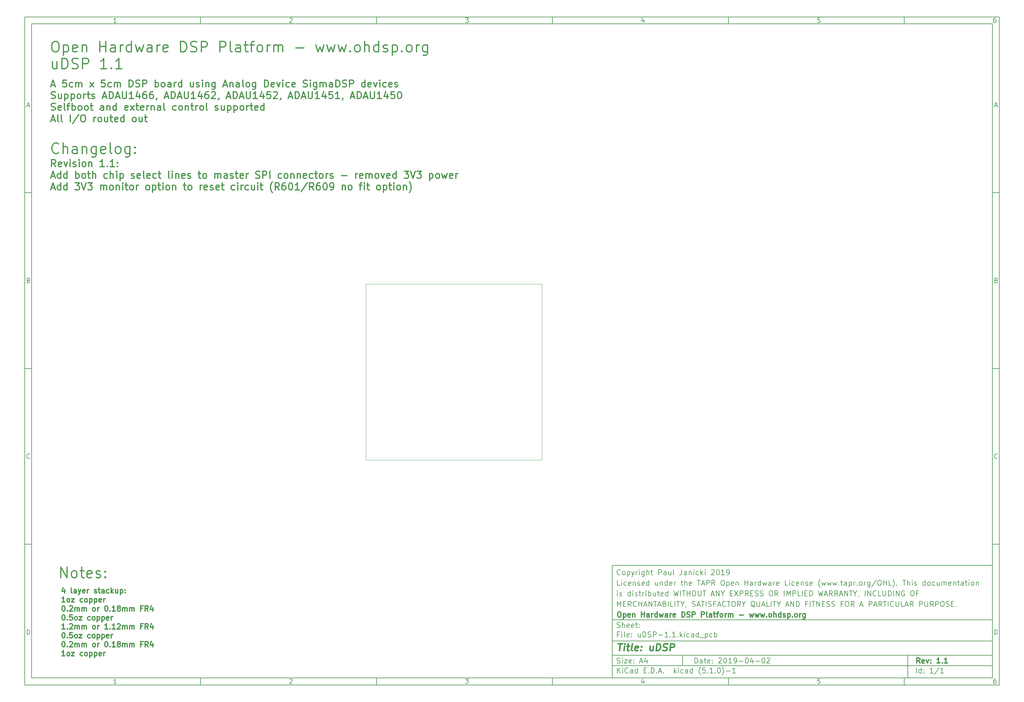
<source format=gbr>
%TF.GenerationSoftware,KiCad,Pcbnew,(5.1.0)-1*%
%TF.CreationDate,2019-04-02T22:14:57+01:00*%
%TF.ProjectId,uDSP-1.1,75445350-2d31-42e3-912e-6b696361645f,1.1*%
%TF.SameCoordinates,PX660b0c0PY81b3200*%
%TF.FileFunction,Other,Comment*%
%FSLAX46Y46*%
G04 Gerber Fmt 4.6, Leading zero omitted, Abs format (unit mm)*
G04 Created by KiCad (PCBNEW (5.1.0)-1) date 2019-04-02 22:14:57*
%MOMM*%
%LPD*%
G04 APERTURE LIST*
%ADD10C,0.150000*%
%ADD11C,0.300000*%
%ADD12C,0.400000*%
%ADD13C,0.100000*%
G04 APERTURE END LIST*
D10*
X70002200Y-30007200D02*
X70002200Y-62007200D01*
X178002200Y-62007200D01*
X178002200Y-30007200D01*
X70002200Y-30007200D01*
X-97000000Y126000000D02*
X-97000000Y-64007200D01*
X180002200Y-64007200D01*
X180002200Y126000000D01*
X-97000000Y126000000D01*
X-95000000Y124000000D02*
X-95000000Y-62007200D01*
X178002200Y-62007200D01*
X178002200Y124000000D01*
X-95000000Y124000000D01*
X-47000000Y124000000D02*
X-47000000Y126000000D01*
X3000000Y124000000D02*
X3000000Y126000000D01*
X53000000Y124000000D02*
X53000000Y126000000D01*
X103000000Y124000000D02*
X103000000Y126000000D01*
X153000000Y124000000D02*
X153000000Y126000000D01*
X-70934524Y124411905D02*
X-71677381Y124411905D01*
X-71305953Y124411905D02*
X-71305953Y125711905D01*
X-71429762Y125526191D01*
X-71553572Y125402381D01*
X-71677381Y125340477D01*
X-21677381Y125588096D02*
X-21615477Y125650000D01*
X-21491667Y125711905D01*
X-21182143Y125711905D01*
X-21058334Y125650000D01*
X-20996429Y125588096D01*
X-20934524Y125464286D01*
X-20934524Y125340477D01*
X-20996429Y125154762D01*
X-21739286Y124411905D01*
X-20934524Y124411905D01*
X28260714Y125711905D02*
X29065476Y125711905D01*
X28632142Y125216667D01*
X28817857Y125216667D01*
X28941666Y125154762D01*
X29003571Y125092858D01*
X29065476Y124969048D01*
X29065476Y124659524D01*
X29003571Y124535715D01*
X28941666Y124473810D01*
X28817857Y124411905D01*
X28446428Y124411905D01*
X28322619Y124473810D01*
X28260714Y124535715D01*
X78941666Y125278572D02*
X78941666Y124411905D01*
X78632142Y125773810D02*
X78322619Y124845239D01*
X79127380Y124845239D01*
X129003571Y125711905D02*
X128384523Y125711905D01*
X128322619Y125092858D01*
X128384523Y125154762D01*
X128508333Y125216667D01*
X128817857Y125216667D01*
X128941666Y125154762D01*
X129003571Y125092858D01*
X129065476Y124969048D01*
X129065476Y124659524D01*
X129003571Y124535715D01*
X128941666Y124473810D01*
X128817857Y124411905D01*
X128508333Y124411905D01*
X128384523Y124473810D01*
X128322619Y124535715D01*
X178941666Y125711905D02*
X178694047Y125711905D01*
X178570238Y125650000D01*
X178508333Y125588096D01*
X178384523Y125402381D01*
X178322619Y125154762D01*
X178322619Y124659524D01*
X178384523Y124535715D01*
X178446428Y124473810D01*
X178570238Y124411905D01*
X178817857Y124411905D01*
X178941666Y124473810D01*
X179003571Y124535715D01*
X179065476Y124659524D01*
X179065476Y124969048D01*
X179003571Y125092858D01*
X178941666Y125154762D01*
X178817857Y125216667D01*
X178570238Y125216667D01*
X178446428Y125154762D01*
X178384523Y125092858D01*
X178322619Y124969048D01*
X-47000000Y-62007200D02*
X-47000000Y-64007200D01*
X3000000Y-62007200D02*
X3000000Y-64007200D01*
X53000000Y-62007200D02*
X53000000Y-64007200D01*
X103000000Y-62007200D02*
X103000000Y-64007200D01*
X153000000Y-62007200D02*
X153000000Y-64007200D01*
X-70934524Y-63595295D02*
X-71677381Y-63595295D01*
X-71305953Y-63595295D02*
X-71305953Y-62295295D01*
X-71429762Y-62481009D01*
X-71553572Y-62604819D01*
X-71677381Y-62666723D01*
X-21677381Y-62419104D02*
X-21615477Y-62357200D01*
X-21491667Y-62295295D01*
X-21182143Y-62295295D01*
X-21058334Y-62357200D01*
X-20996429Y-62419104D01*
X-20934524Y-62542914D01*
X-20934524Y-62666723D01*
X-20996429Y-62852438D01*
X-21739286Y-63595295D01*
X-20934524Y-63595295D01*
X28260714Y-62295295D02*
X29065476Y-62295295D01*
X28632142Y-62790533D01*
X28817857Y-62790533D01*
X28941666Y-62852438D01*
X29003571Y-62914342D01*
X29065476Y-63038152D01*
X29065476Y-63347676D01*
X29003571Y-63471485D01*
X28941666Y-63533390D01*
X28817857Y-63595295D01*
X28446428Y-63595295D01*
X28322619Y-63533390D01*
X28260714Y-63471485D01*
X78941666Y-62728628D02*
X78941666Y-63595295D01*
X78632142Y-62233390D02*
X78322619Y-63161961D01*
X79127380Y-63161961D01*
X129003571Y-62295295D02*
X128384523Y-62295295D01*
X128322619Y-62914342D01*
X128384523Y-62852438D01*
X128508333Y-62790533D01*
X128817857Y-62790533D01*
X128941666Y-62852438D01*
X129003571Y-62914342D01*
X129065476Y-63038152D01*
X129065476Y-63347676D01*
X129003571Y-63471485D01*
X128941666Y-63533390D01*
X128817857Y-63595295D01*
X128508333Y-63595295D01*
X128384523Y-63533390D01*
X128322619Y-63471485D01*
X178941666Y-62295295D02*
X178694047Y-62295295D01*
X178570238Y-62357200D01*
X178508333Y-62419104D01*
X178384523Y-62604819D01*
X178322619Y-62852438D01*
X178322619Y-63347676D01*
X178384523Y-63471485D01*
X178446428Y-63533390D01*
X178570238Y-63595295D01*
X178817857Y-63595295D01*
X178941666Y-63533390D01*
X179003571Y-63471485D01*
X179065476Y-63347676D01*
X179065476Y-63038152D01*
X179003571Y-62914342D01*
X178941666Y-62852438D01*
X178817857Y-62790533D01*
X178570238Y-62790533D01*
X178446428Y-62852438D01*
X178384523Y-62914342D01*
X178322619Y-63038152D01*
X-97000000Y76000000D02*
X-95000000Y76000000D01*
X-97000000Y26000000D02*
X-95000000Y26000000D01*
X-97000000Y-24000000D02*
X-95000000Y-24000000D01*
X-96309524Y100783334D02*
X-95690477Y100783334D01*
X-96433334Y100411905D02*
X-96000000Y101711905D01*
X-95566667Y100411905D01*
X-95907143Y51092858D02*
X-95721429Y51030953D01*
X-95659524Y50969048D01*
X-95597620Y50845239D01*
X-95597620Y50659524D01*
X-95659524Y50535715D01*
X-95721429Y50473810D01*
X-95845239Y50411905D01*
X-96340477Y50411905D01*
X-96340477Y51711905D01*
X-95907143Y51711905D01*
X-95783334Y51650000D01*
X-95721429Y51588096D01*
X-95659524Y51464286D01*
X-95659524Y51340477D01*
X-95721429Y51216667D01*
X-95783334Y51154762D01*
X-95907143Y51092858D01*
X-96340477Y51092858D01*
X-95597620Y535715D02*
X-95659524Y473810D01*
X-95845239Y411905D01*
X-95969048Y411905D01*
X-96154762Y473810D01*
X-96278572Y597620D01*
X-96340477Y721429D01*
X-96402381Y969048D01*
X-96402381Y1154762D01*
X-96340477Y1402381D01*
X-96278572Y1526191D01*
X-96154762Y1650000D01*
X-95969048Y1711905D01*
X-95845239Y1711905D01*
X-95659524Y1650000D01*
X-95597620Y1588096D01*
X-96340477Y-49588095D02*
X-96340477Y-48288095D01*
X-96030953Y-48288095D01*
X-95845239Y-48350000D01*
X-95721429Y-48473809D01*
X-95659524Y-48597619D01*
X-95597620Y-48845238D01*
X-95597620Y-49030952D01*
X-95659524Y-49278571D01*
X-95721429Y-49402380D01*
X-95845239Y-49526190D01*
X-96030953Y-49588095D01*
X-96340477Y-49588095D01*
X180002200Y76000000D02*
X178002200Y76000000D01*
X180002200Y26000000D02*
X178002200Y26000000D01*
X180002200Y-24000000D02*
X178002200Y-24000000D01*
X178692676Y100783334D02*
X179311723Y100783334D01*
X178568866Y100411905D02*
X179002200Y101711905D01*
X179435533Y100411905D01*
X179095057Y51092858D02*
X179280771Y51030953D01*
X179342676Y50969048D01*
X179404580Y50845239D01*
X179404580Y50659524D01*
X179342676Y50535715D01*
X179280771Y50473810D01*
X179156961Y50411905D01*
X178661723Y50411905D01*
X178661723Y51711905D01*
X179095057Y51711905D01*
X179218866Y51650000D01*
X179280771Y51588096D01*
X179342676Y51464286D01*
X179342676Y51340477D01*
X179280771Y51216667D01*
X179218866Y51154762D01*
X179095057Y51092858D01*
X178661723Y51092858D01*
X179404580Y535715D02*
X179342676Y473810D01*
X179156961Y411905D01*
X179033152Y411905D01*
X178847438Y473810D01*
X178723628Y597620D01*
X178661723Y721429D01*
X178599819Y969048D01*
X178599819Y1154762D01*
X178661723Y1402381D01*
X178723628Y1526191D01*
X178847438Y1650000D01*
X179033152Y1711905D01*
X179156961Y1711905D01*
X179342676Y1650000D01*
X179404580Y1588096D01*
X178661723Y-49588095D02*
X178661723Y-48288095D01*
X178971247Y-48288095D01*
X179156961Y-48350000D01*
X179280771Y-48473809D01*
X179342676Y-48597619D01*
X179404580Y-48845238D01*
X179404580Y-49030952D01*
X179342676Y-49278571D01*
X179280771Y-49402380D01*
X179156961Y-49526190D01*
X178971247Y-49588095D01*
X178661723Y-49588095D01*
X93434342Y-57785771D02*
X93434342Y-56285771D01*
X93791485Y-56285771D01*
X94005771Y-56357200D01*
X94148628Y-56500057D01*
X94220057Y-56642914D01*
X94291485Y-56928628D01*
X94291485Y-57142914D01*
X94220057Y-57428628D01*
X94148628Y-57571485D01*
X94005771Y-57714342D01*
X93791485Y-57785771D01*
X93434342Y-57785771D01*
X95577200Y-57785771D02*
X95577200Y-57000057D01*
X95505771Y-56857200D01*
X95362914Y-56785771D01*
X95077200Y-56785771D01*
X94934342Y-56857200D01*
X95577200Y-57714342D02*
X95434342Y-57785771D01*
X95077200Y-57785771D01*
X94934342Y-57714342D01*
X94862914Y-57571485D01*
X94862914Y-57428628D01*
X94934342Y-57285771D01*
X95077200Y-57214342D01*
X95434342Y-57214342D01*
X95577200Y-57142914D01*
X96077200Y-56785771D02*
X96648628Y-56785771D01*
X96291485Y-56285771D02*
X96291485Y-57571485D01*
X96362914Y-57714342D01*
X96505771Y-57785771D01*
X96648628Y-57785771D01*
X97720057Y-57714342D02*
X97577200Y-57785771D01*
X97291485Y-57785771D01*
X97148628Y-57714342D01*
X97077200Y-57571485D01*
X97077200Y-57000057D01*
X97148628Y-56857200D01*
X97291485Y-56785771D01*
X97577200Y-56785771D01*
X97720057Y-56857200D01*
X97791485Y-57000057D01*
X97791485Y-57142914D01*
X97077200Y-57285771D01*
X98434342Y-57642914D02*
X98505771Y-57714342D01*
X98434342Y-57785771D01*
X98362914Y-57714342D01*
X98434342Y-57642914D01*
X98434342Y-57785771D01*
X98434342Y-56857200D02*
X98505771Y-56928628D01*
X98434342Y-57000057D01*
X98362914Y-56928628D01*
X98434342Y-56857200D01*
X98434342Y-57000057D01*
X100220057Y-56428628D02*
X100291485Y-56357200D01*
X100434342Y-56285771D01*
X100791485Y-56285771D01*
X100934342Y-56357200D01*
X101005771Y-56428628D01*
X101077200Y-56571485D01*
X101077200Y-56714342D01*
X101005771Y-56928628D01*
X100148628Y-57785771D01*
X101077200Y-57785771D01*
X102005771Y-56285771D02*
X102148628Y-56285771D01*
X102291485Y-56357200D01*
X102362914Y-56428628D01*
X102434342Y-56571485D01*
X102505771Y-56857200D01*
X102505771Y-57214342D01*
X102434342Y-57500057D01*
X102362914Y-57642914D01*
X102291485Y-57714342D01*
X102148628Y-57785771D01*
X102005771Y-57785771D01*
X101862914Y-57714342D01*
X101791485Y-57642914D01*
X101720057Y-57500057D01*
X101648628Y-57214342D01*
X101648628Y-56857200D01*
X101720057Y-56571485D01*
X101791485Y-56428628D01*
X101862914Y-56357200D01*
X102005771Y-56285771D01*
X103934342Y-57785771D02*
X103077200Y-57785771D01*
X103505771Y-57785771D02*
X103505771Y-56285771D01*
X103362914Y-56500057D01*
X103220057Y-56642914D01*
X103077200Y-56714342D01*
X104648628Y-57785771D02*
X104934342Y-57785771D01*
X105077200Y-57714342D01*
X105148628Y-57642914D01*
X105291485Y-57428628D01*
X105362914Y-57142914D01*
X105362914Y-56571485D01*
X105291485Y-56428628D01*
X105220057Y-56357200D01*
X105077200Y-56285771D01*
X104791485Y-56285771D01*
X104648628Y-56357200D01*
X104577200Y-56428628D01*
X104505771Y-56571485D01*
X104505771Y-56928628D01*
X104577200Y-57071485D01*
X104648628Y-57142914D01*
X104791485Y-57214342D01*
X105077200Y-57214342D01*
X105220057Y-57142914D01*
X105291485Y-57071485D01*
X105362914Y-56928628D01*
X106005771Y-57214342D02*
X107148628Y-57214342D01*
X108148628Y-56285771D02*
X108291485Y-56285771D01*
X108434342Y-56357200D01*
X108505771Y-56428628D01*
X108577200Y-56571485D01*
X108648628Y-56857200D01*
X108648628Y-57214342D01*
X108577200Y-57500057D01*
X108505771Y-57642914D01*
X108434342Y-57714342D01*
X108291485Y-57785771D01*
X108148628Y-57785771D01*
X108005771Y-57714342D01*
X107934342Y-57642914D01*
X107862914Y-57500057D01*
X107791485Y-57214342D01*
X107791485Y-56857200D01*
X107862914Y-56571485D01*
X107934342Y-56428628D01*
X108005771Y-56357200D01*
X108148628Y-56285771D01*
X109934342Y-56785771D02*
X109934342Y-57785771D01*
X109577200Y-56214342D02*
X109220057Y-57285771D01*
X110148628Y-57285771D01*
X110720057Y-57214342D02*
X111862914Y-57214342D01*
X112862914Y-56285771D02*
X113005771Y-56285771D01*
X113148628Y-56357200D01*
X113220057Y-56428628D01*
X113291485Y-56571485D01*
X113362914Y-56857200D01*
X113362914Y-57214342D01*
X113291485Y-57500057D01*
X113220057Y-57642914D01*
X113148628Y-57714342D01*
X113005771Y-57785771D01*
X112862914Y-57785771D01*
X112720057Y-57714342D01*
X112648628Y-57642914D01*
X112577200Y-57500057D01*
X112505771Y-57214342D01*
X112505771Y-56857200D01*
X112577200Y-56571485D01*
X112648628Y-56428628D01*
X112720057Y-56357200D01*
X112862914Y-56285771D01*
X113934342Y-56428628D02*
X114005771Y-56357200D01*
X114148628Y-56285771D01*
X114505771Y-56285771D01*
X114648628Y-56357200D01*
X114720057Y-56428628D01*
X114791485Y-56571485D01*
X114791485Y-56714342D01*
X114720057Y-56928628D01*
X113862914Y-57785771D01*
X114791485Y-57785771D01*
X70002200Y-58507200D02*
X178002200Y-58507200D01*
X71434342Y-60585771D02*
X71434342Y-59085771D01*
X72291485Y-60585771D02*
X71648628Y-59728628D01*
X72291485Y-59085771D02*
X71434342Y-59942914D01*
X72934342Y-60585771D02*
X72934342Y-59585771D01*
X72934342Y-59085771D02*
X72862914Y-59157200D01*
X72934342Y-59228628D01*
X73005771Y-59157200D01*
X72934342Y-59085771D01*
X72934342Y-59228628D01*
X74505771Y-60442914D02*
X74434342Y-60514342D01*
X74220057Y-60585771D01*
X74077200Y-60585771D01*
X73862914Y-60514342D01*
X73720057Y-60371485D01*
X73648628Y-60228628D01*
X73577200Y-59942914D01*
X73577200Y-59728628D01*
X73648628Y-59442914D01*
X73720057Y-59300057D01*
X73862914Y-59157200D01*
X74077200Y-59085771D01*
X74220057Y-59085771D01*
X74434342Y-59157200D01*
X74505771Y-59228628D01*
X75791485Y-60585771D02*
X75791485Y-59800057D01*
X75720057Y-59657200D01*
X75577200Y-59585771D01*
X75291485Y-59585771D01*
X75148628Y-59657200D01*
X75791485Y-60514342D02*
X75648628Y-60585771D01*
X75291485Y-60585771D01*
X75148628Y-60514342D01*
X75077200Y-60371485D01*
X75077200Y-60228628D01*
X75148628Y-60085771D01*
X75291485Y-60014342D01*
X75648628Y-60014342D01*
X75791485Y-59942914D01*
X77148628Y-60585771D02*
X77148628Y-59085771D01*
X77148628Y-60514342D02*
X77005771Y-60585771D01*
X76720057Y-60585771D01*
X76577200Y-60514342D01*
X76505771Y-60442914D01*
X76434342Y-60300057D01*
X76434342Y-59871485D01*
X76505771Y-59728628D01*
X76577200Y-59657200D01*
X76720057Y-59585771D01*
X77005771Y-59585771D01*
X77148628Y-59657200D01*
X79005771Y-59800057D02*
X79505771Y-59800057D01*
X79720057Y-60585771D02*
X79005771Y-60585771D01*
X79005771Y-59085771D01*
X79720057Y-59085771D01*
X80362914Y-60442914D02*
X80434342Y-60514342D01*
X80362914Y-60585771D01*
X80291485Y-60514342D01*
X80362914Y-60442914D01*
X80362914Y-60585771D01*
X81077200Y-60585771D02*
X81077200Y-59085771D01*
X81434342Y-59085771D01*
X81648628Y-59157200D01*
X81791485Y-59300057D01*
X81862914Y-59442914D01*
X81934342Y-59728628D01*
X81934342Y-59942914D01*
X81862914Y-60228628D01*
X81791485Y-60371485D01*
X81648628Y-60514342D01*
X81434342Y-60585771D01*
X81077200Y-60585771D01*
X82577200Y-60442914D02*
X82648628Y-60514342D01*
X82577200Y-60585771D01*
X82505771Y-60514342D01*
X82577200Y-60442914D01*
X82577200Y-60585771D01*
X83220057Y-60157200D02*
X83934342Y-60157200D01*
X83077200Y-60585771D02*
X83577200Y-59085771D01*
X84077200Y-60585771D01*
X84577200Y-60442914D02*
X84648628Y-60514342D01*
X84577200Y-60585771D01*
X84505771Y-60514342D01*
X84577200Y-60442914D01*
X84577200Y-60585771D01*
X87577200Y-60585771D02*
X87577200Y-59085771D01*
X87720057Y-60014342D02*
X88148628Y-60585771D01*
X88148628Y-59585771D02*
X87577200Y-60157200D01*
X88791485Y-60585771D02*
X88791485Y-59585771D01*
X88791485Y-59085771D02*
X88720057Y-59157200D01*
X88791485Y-59228628D01*
X88862914Y-59157200D01*
X88791485Y-59085771D01*
X88791485Y-59228628D01*
X90148628Y-60514342D02*
X90005771Y-60585771D01*
X89720057Y-60585771D01*
X89577200Y-60514342D01*
X89505771Y-60442914D01*
X89434342Y-60300057D01*
X89434342Y-59871485D01*
X89505771Y-59728628D01*
X89577200Y-59657200D01*
X89720057Y-59585771D01*
X90005771Y-59585771D01*
X90148628Y-59657200D01*
X91434342Y-60585771D02*
X91434342Y-59800057D01*
X91362914Y-59657200D01*
X91220057Y-59585771D01*
X90934342Y-59585771D01*
X90791485Y-59657200D01*
X91434342Y-60514342D02*
X91291485Y-60585771D01*
X90934342Y-60585771D01*
X90791485Y-60514342D01*
X90720057Y-60371485D01*
X90720057Y-60228628D01*
X90791485Y-60085771D01*
X90934342Y-60014342D01*
X91291485Y-60014342D01*
X91434342Y-59942914D01*
X92791485Y-60585771D02*
X92791485Y-59085771D01*
X92791485Y-60514342D02*
X92648628Y-60585771D01*
X92362914Y-60585771D01*
X92220057Y-60514342D01*
X92148628Y-60442914D01*
X92077200Y-60300057D01*
X92077200Y-59871485D01*
X92148628Y-59728628D01*
X92220057Y-59657200D01*
X92362914Y-59585771D01*
X92648628Y-59585771D01*
X92791485Y-59657200D01*
X95077200Y-61157200D02*
X95005771Y-61085771D01*
X94862914Y-60871485D01*
X94791485Y-60728628D01*
X94720057Y-60514342D01*
X94648628Y-60157200D01*
X94648628Y-59871485D01*
X94720057Y-59514342D01*
X94791485Y-59300057D01*
X94862914Y-59157200D01*
X95005771Y-58942914D01*
X95077200Y-58871485D01*
X96362914Y-59085771D02*
X95648628Y-59085771D01*
X95577200Y-59800057D01*
X95648628Y-59728628D01*
X95791485Y-59657200D01*
X96148628Y-59657200D01*
X96291485Y-59728628D01*
X96362914Y-59800057D01*
X96434342Y-59942914D01*
X96434342Y-60300057D01*
X96362914Y-60442914D01*
X96291485Y-60514342D01*
X96148628Y-60585771D01*
X95791485Y-60585771D01*
X95648628Y-60514342D01*
X95577200Y-60442914D01*
X97077200Y-60442914D02*
X97148628Y-60514342D01*
X97077200Y-60585771D01*
X97005771Y-60514342D01*
X97077200Y-60442914D01*
X97077200Y-60585771D01*
X98577200Y-60585771D02*
X97720057Y-60585771D01*
X98148628Y-60585771D02*
X98148628Y-59085771D01*
X98005771Y-59300057D01*
X97862914Y-59442914D01*
X97720057Y-59514342D01*
X99220057Y-60442914D02*
X99291485Y-60514342D01*
X99220057Y-60585771D01*
X99148628Y-60514342D01*
X99220057Y-60442914D01*
X99220057Y-60585771D01*
X100220057Y-59085771D02*
X100362914Y-59085771D01*
X100505771Y-59157200D01*
X100577200Y-59228628D01*
X100648628Y-59371485D01*
X100720057Y-59657200D01*
X100720057Y-60014342D01*
X100648628Y-60300057D01*
X100577200Y-60442914D01*
X100505771Y-60514342D01*
X100362914Y-60585771D01*
X100220057Y-60585771D01*
X100077200Y-60514342D01*
X100005771Y-60442914D01*
X99934342Y-60300057D01*
X99862914Y-60014342D01*
X99862914Y-59657200D01*
X99934342Y-59371485D01*
X100005771Y-59228628D01*
X100077200Y-59157200D01*
X100220057Y-59085771D01*
X101220057Y-61157200D02*
X101291485Y-61085771D01*
X101434342Y-60871485D01*
X101505771Y-60728628D01*
X101577200Y-60514342D01*
X101648628Y-60157200D01*
X101648628Y-59871485D01*
X101577200Y-59514342D01*
X101505771Y-59300057D01*
X101434342Y-59157200D01*
X101291485Y-58942914D01*
X101220057Y-58871485D01*
X102362914Y-60014342D02*
X103505771Y-60014342D01*
X105005771Y-60585771D02*
X104148628Y-60585771D01*
X104577200Y-60585771D02*
X104577200Y-59085771D01*
X104434342Y-59300057D01*
X104291485Y-59442914D01*
X104148628Y-59514342D01*
X70002200Y-55507200D02*
X178002200Y-55507200D01*
D11*
X157411485Y-57785771D02*
X156911485Y-57071485D01*
X156554342Y-57785771D02*
X156554342Y-56285771D01*
X157125771Y-56285771D01*
X157268628Y-56357200D01*
X157340057Y-56428628D01*
X157411485Y-56571485D01*
X157411485Y-56785771D01*
X157340057Y-56928628D01*
X157268628Y-57000057D01*
X157125771Y-57071485D01*
X156554342Y-57071485D01*
X158625771Y-57714342D02*
X158482914Y-57785771D01*
X158197200Y-57785771D01*
X158054342Y-57714342D01*
X157982914Y-57571485D01*
X157982914Y-57000057D01*
X158054342Y-56857200D01*
X158197200Y-56785771D01*
X158482914Y-56785771D01*
X158625771Y-56857200D01*
X158697200Y-57000057D01*
X158697200Y-57142914D01*
X157982914Y-57285771D01*
X159197200Y-56785771D02*
X159554342Y-57785771D01*
X159911485Y-56785771D01*
X160482914Y-57642914D02*
X160554342Y-57714342D01*
X160482914Y-57785771D01*
X160411485Y-57714342D01*
X160482914Y-57642914D01*
X160482914Y-57785771D01*
X160482914Y-56857200D02*
X160554342Y-56928628D01*
X160482914Y-57000057D01*
X160411485Y-56928628D01*
X160482914Y-56857200D01*
X160482914Y-57000057D01*
X163125771Y-57785771D02*
X162268628Y-57785771D01*
X162697200Y-57785771D02*
X162697200Y-56285771D01*
X162554342Y-56500057D01*
X162411485Y-56642914D01*
X162268628Y-56714342D01*
X163768628Y-57642914D02*
X163840057Y-57714342D01*
X163768628Y-57785771D01*
X163697200Y-57714342D01*
X163768628Y-57642914D01*
X163768628Y-57785771D01*
X165268628Y-57785771D02*
X164411485Y-57785771D01*
X164840057Y-57785771D02*
X164840057Y-56285771D01*
X164697200Y-56500057D01*
X164554342Y-56642914D01*
X164411485Y-56714342D01*
D10*
X71362914Y-57714342D02*
X71577200Y-57785771D01*
X71934342Y-57785771D01*
X72077200Y-57714342D01*
X72148628Y-57642914D01*
X72220057Y-57500057D01*
X72220057Y-57357200D01*
X72148628Y-57214342D01*
X72077200Y-57142914D01*
X71934342Y-57071485D01*
X71648628Y-57000057D01*
X71505771Y-56928628D01*
X71434342Y-56857200D01*
X71362914Y-56714342D01*
X71362914Y-56571485D01*
X71434342Y-56428628D01*
X71505771Y-56357200D01*
X71648628Y-56285771D01*
X72005771Y-56285771D01*
X72220057Y-56357200D01*
X72862914Y-57785771D02*
X72862914Y-56785771D01*
X72862914Y-56285771D02*
X72791485Y-56357200D01*
X72862914Y-56428628D01*
X72934342Y-56357200D01*
X72862914Y-56285771D01*
X72862914Y-56428628D01*
X73434342Y-56785771D02*
X74220057Y-56785771D01*
X73434342Y-57785771D01*
X74220057Y-57785771D01*
X75362914Y-57714342D02*
X75220057Y-57785771D01*
X74934342Y-57785771D01*
X74791485Y-57714342D01*
X74720057Y-57571485D01*
X74720057Y-57000057D01*
X74791485Y-56857200D01*
X74934342Y-56785771D01*
X75220057Y-56785771D01*
X75362914Y-56857200D01*
X75434342Y-57000057D01*
X75434342Y-57142914D01*
X74720057Y-57285771D01*
X76077200Y-57642914D02*
X76148628Y-57714342D01*
X76077200Y-57785771D01*
X76005771Y-57714342D01*
X76077200Y-57642914D01*
X76077200Y-57785771D01*
X76077200Y-56857200D02*
X76148628Y-56928628D01*
X76077200Y-57000057D01*
X76005771Y-56928628D01*
X76077200Y-56857200D01*
X76077200Y-57000057D01*
X77862914Y-57357200D02*
X78577200Y-57357200D01*
X77720057Y-57785771D02*
X78220057Y-56285771D01*
X78720057Y-57785771D01*
X79862914Y-56785771D02*
X79862914Y-57785771D01*
X79505771Y-56214342D02*
X79148628Y-57285771D01*
X80077200Y-57285771D01*
X156434342Y-60585771D02*
X156434342Y-59085771D01*
X157791485Y-60585771D02*
X157791485Y-59085771D01*
X157791485Y-60514342D02*
X157648628Y-60585771D01*
X157362914Y-60585771D01*
X157220057Y-60514342D01*
X157148628Y-60442914D01*
X157077200Y-60300057D01*
X157077200Y-59871485D01*
X157148628Y-59728628D01*
X157220057Y-59657200D01*
X157362914Y-59585771D01*
X157648628Y-59585771D01*
X157791485Y-59657200D01*
X158505771Y-60442914D02*
X158577200Y-60514342D01*
X158505771Y-60585771D01*
X158434342Y-60514342D01*
X158505771Y-60442914D01*
X158505771Y-60585771D01*
X158505771Y-59657200D02*
X158577200Y-59728628D01*
X158505771Y-59800057D01*
X158434342Y-59728628D01*
X158505771Y-59657200D01*
X158505771Y-59800057D01*
X161148628Y-60585771D02*
X160291485Y-60585771D01*
X160720057Y-60585771D02*
X160720057Y-59085771D01*
X160577200Y-59300057D01*
X160434342Y-59442914D01*
X160291485Y-59514342D01*
X162862914Y-59014342D02*
X161577200Y-60942914D01*
X164148628Y-60585771D02*
X163291485Y-60585771D01*
X163720057Y-60585771D02*
X163720057Y-59085771D01*
X163577200Y-59300057D01*
X163434342Y-59442914D01*
X163291485Y-59514342D01*
X70002200Y-51507200D02*
X178002200Y-51507200D01*
D12*
X71714580Y-52211961D02*
X72857438Y-52211961D01*
X72036009Y-54211961D02*
X72286009Y-52211961D01*
X73274104Y-54211961D02*
X73440771Y-52878628D01*
X73524104Y-52211961D02*
X73416961Y-52307200D01*
X73500295Y-52402438D01*
X73607438Y-52307200D01*
X73524104Y-52211961D01*
X73500295Y-52402438D01*
X74107438Y-52878628D02*
X74869342Y-52878628D01*
X74476485Y-52211961D02*
X74262200Y-53926247D01*
X74333628Y-54116723D01*
X74512200Y-54211961D01*
X74702676Y-54211961D01*
X75655057Y-54211961D02*
X75476485Y-54116723D01*
X75405057Y-53926247D01*
X75619342Y-52211961D01*
X77190771Y-54116723D02*
X76988390Y-54211961D01*
X76607438Y-54211961D01*
X76428866Y-54116723D01*
X76357438Y-53926247D01*
X76452676Y-53164342D01*
X76571723Y-52973866D01*
X76774104Y-52878628D01*
X77155057Y-52878628D01*
X77333628Y-52973866D01*
X77405057Y-53164342D01*
X77381247Y-53354819D01*
X76405057Y-53545295D01*
X78155057Y-54021485D02*
X78238390Y-54116723D01*
X78131247Y-54211961D01*
X78047914Y-54116723D01*
X78155057Y-54021485D01*
X78131247Y-54211961D01*
X78286009Y-52973866D02*
X78369342Y-53069104D01*
X78262200Y-53164342D01*
X78178866Y-53069104D01*
X78286009Y-52973866D01*
X78262200Y-53164342D01*
X81631247Y-52878628D02*
X81464580Y-54211961D01*
X80774104Y-52878628D02*
X80643152Y-53926247D01*
X80714580Y-54116723D01*
X80893152Y-54211961D01*
X81178866Y-54211961D01*
X81381247Y-54116723D01*
X81488390Y-54021485D01*
X82416961Y-54211961D02*
X82666961Y-52211961D01*
X83143152Y-52211961D01*
X83416961Y-52307200D01*
X83583628Y-52497676D01*
X83655057Y-52688152D01*
X83702676Y-53069104D01*
X83666961Y-53354819D01*
X83524104Y-53735771D01*
X83405057Y-53926247D01*
X83190771Y-54116723D01*
X82893152Y-54211961D01*
X82416961Y-54211961D01*
X84333628Y-54116723D02*
X84607438Y-54211961D01*
X85083628Y-54211961D01*
X85286009Y-54116723D01*
X85393152Y-54021485D01*
X85512200Y-53831009D01*
X85536009Y-53640533D01*
X85464580Y-53450057D01*
X85381247Y-53354819D01*
X85202676Y-53259580D01*
X84833628Y-53164342D01*
X84655057Y-53069104D01*
X84571723Y-52973866D01*
X84500295Y-52783390D01*
X84524104Y-52592914D01*
X84643152Y-52402438D01*
X84750295Y-52307200D01*
X84952676Y-52211961D01*
X85428866Y-52211961D01*
X85702676Y-52307200D01*
X86321723Y-54211961D02*
X86571723Y-52211961D01*
X87333628Y-52211961D01*
X87512200Y-52307200D01*
X87595533Y-52402438D01*
X87666961Y-52592914D01*
X87631247Y-52878628D01*
X87512200Y-53069104D01*
X87405057Y-53164342D01*
X87202676Y-53259580D01*
X86440771Y-53259580D01*
D10*
X71934342Y-49600057D02*
X71434342Y-49600057D01*
X71434342Y-50385771D02*
X71434342Y-48885771D01*
X72148628Y-48885771D01*
X72720057Y-50385771D02*
X72720057Y-49385771D01*
X72720057Y-48885771D02*
X72648628Y-48957200D01*
X72720057Y-49028628D01*
X72791485Y-48957200D01*
X72720057Y-48885771D01*
X72720057Y-49028628D01*
X73648628Y-50385771D02*
X73505771Y-50314342D01*
X73434342Y-50171485D01*
X73434342Y-48885771D01*
X74791485Y-50314342D02*
X74648628Y-50385771D01*
X74362914Y-50385771D01*
X74220057Y-50314342D01*
X74148628Y-50171485D01*
X74148628Y-49600057D01*
X74220057Y-49457200D01*
X74362914Y-49385771D01*
X74648628Y-49385771D01*
X74791485Y-49457200D01*
X74862914Y-49600057D01*
X74862914Y-49742914D01*
X74148628Y-49885771D01*
X75505771Y-50242914D02*
X75577200Y-50314342D01*
X75505771Y-50385771D01*
X75434342Y-50314342D01*
X75505771Y-50242914D01*
X75505771Y-50385771D01*
X75505771Y-49457200D02*
X75577200Y-49528628D01*
X75505771Y-49600057D01*
X75434342Y-49528628D01*
X75505771Y-49457200D01*
X75505771Y-49600057D01*
X78005771Y-49385771D02*
X78005771Y-50385771D01*
X77362914Y-49385771D02*
X77362914Y-50171485D01*
X77434342Y-50314342D01*
X77577200Y-50385771D01*
X77791485Y-50385771D01*
X77934342Y-50314342D01*
X78005771Y-50242914D01*
X78720057Y-50385771D02*
X78720057Y-48885771D01*
X79077200Y-48885771D01*
X79291485Y-48957200D01*
X79434342Y-49100057D01*
X79505771Y-49242914D01*
X79577200Y-49528628D01*
X79577200Y-49742914D01*
X79505771Y-50028628D01*
X79434342Y-50171485D01*
X79291485Y-50314342D01*
X79077200Y-50385771D01*
X78720057Y-50385771D01*
X80148628Y-50314342D02*
X80362914Y-50385771D01*
X80720057Y-50385771D01*
X80862914Y-50314342D01*
X80934342Y-50242914D01*
X81005771Y-50100057D01*
X81005771Y-49957200D01*
X80934342Y-49814342D01*
X80862914Y-49742914D01*
X80720057Y-49671485D01*
X80434342Y-49600057D01*
X80291485Y-49528628D01*
X80220057Y-49457200D01*
X80148628Y-49314342D01*
X80148628Y-49171485D01*
X80220057Y-49028628D01*
X80291485Y-48957200D01*
X80434342Y-48885771D01*
X80791485Y-48885771D01*
X81005771Y-48957200D01*
X81648628Y-50385771D02*
X81648628Y-48885771D01*
X82220057Y-48885771D01*
X82362914Y-48957200D01*
X82434342Y-49028628D01*
X82505771Y-49171485D01*
X82505771Y-49385771D01*
X82434342Y-49528628D01*
X82362914Y-49600057D01*
X82220057Y-49671485D01*
X81648628Y-49671485D01*
X83148628Y-49814342D02*
X84291485Y-49814342D01*
X85791485Y-50385771D02*
X84934342Y-50385771D01*
X85362914Y-50385771D02*
X85362914Y-48885771D01*
X85220057Y-49100057D01*
X85077200Y-49242914D01*
X84934342Y-49314342D01*
X86434342Y-50242914D02*
X86505771Y-50314342D01*
X86434342Y-50385771D01*
X86362914Y-50314342D01*
X86434342Y-50242914D01*
X86434342Y-50385771D01*
X87934342Y-50385771D02*
X87077200Y-50385771D01*
X87505771Y-50385771D02*
X87505771Y-48885771D01*
X87362914Y-49100057D01*
X87220057Y-49242914D01*
X87077200Y-49314342D01*
X88577200Y-50242914D02*
X88648628Y-50314342D01*
X88577200Y-50385771D01*
X88505771Y-50314342D01*
X88577200Y-50242914D01*
X88577200Y-50385771D01*
X89291485Y-50385771D02*
X89291485Y-48885771D01*
X89434342Y-49814342D02*
X89862914Y-50385771D01*
X89862914Y-49385771D02*
X89291485Y-49957200D01*
X90505771Y-50385771D02*
X90505771Y-49385771D01*
X90505771Y-48885771D02*
X90434342Y-48957200D01*
X90505771Y-49028628D01*
X90577200Y-48957200D01*
X90505771Y-48885771D01*
X90505771Y-49028628D01*
X91862914Y-50314342D02*
X91720057Y-50385771D01*
X91434342Y-50385771D01*
X91291485Y-50314342D01*
X91220057Y-50242914D01*
X91148628Y-50100057D01*
X91148628Y-49671485D01*
X91220057Y-49528628D01*
X91291485Y-49457200D01*
X91434342Y-49385771D01*
X91720057Y-49385771D01*
X91862914Y-49457200D01*
X93148628Y-50385771D02*
X93148628Y-49600057D01*
X93077200Y-49457200D01*
X92934342Y-49385771D01*
X92648628Y-49385771D01*
X92505771Y-49457200D01*
X93148628Y-50314342D02*
X93005771Y-50385771D01*
X92648628Y-50385771D01*
X92505771Y-50314342D01*
X92434342Y-50171485D01*
X92434342Y-50028628D01*
X92505771Y-49885771D01*
X92648628Y-49814342D01*
X93005771Y-49814342D01*
X93148628Y-49742914D01*
X94505771Y-50385771D02*
X94505771Y-48885771D01*
X94505771Y-50314342D02*
X94362914Y-50385771D01*
X94077200Y-50385771D01*
X93934342Y-50314342D01*
X93862914Y-50242914D01*
X93791485Y-50100057D01*
X93791485Y-49671485D01*
X93862914Y-49528628D01*
X93934342Y-49457200D01*
X94077200Y-49385771D01*
X94362914Y-49385771D01*
X94505771Y-49457200D01*
X94862914Y-50528628D02*
X96005771Y-50528628D01*
X96362914Y-49385771D02*
X96362914Y-50885771D01*
X96362914Y-49457200D02*
X96505771Y-49385771D01*
X96791485Y-49385771D01*
X96934342Y-49457200D01*
X97005771Y-49528628D01*
X97077200Y-49671485D01*
X97077200Y-50100057D01*
X97005771Y-50242914D01*
X96934342Y-50314342D01*
X96791485Y-50385771D01*
X96505771Y-50385771D01*
X96362914Y-50314342D01*
X98362914Y-50314342D02*
X98220057Y-50385771D01*
X97934342Y-50385771D01*
X97791485Y-50314342D01*
X97720057Y-50242914D01*
X97648628Y-50100057D01*
X97648628Y-49671485D01*
X97720057Y-49528628D01*
X97791485Y-49457200D01*
X97934342Y-49385771D01*
X98220057Y-49385771D01*
X98362914Y-49457200D01*
X99005771Y-50385771D02*
X99005771Y-48885771D01*
X99005771Y-49457200D02*
X99148628Y-49385771D01*
X99434342Y-49385771D01*
X99577200Y-49457200D01*
X99648628Y-49528628D01*
X99720057Y-49671485D01*
X99720057Y-50100057D01*
X99648628Y-50242914D01*
X99577200Y-50314342D01*
X99434342Y-50385771D01*
X99148628Y-50385771D01*
X99005771Y-50314342D01*
X70002200Y-45507200D02*
X178002200Y-45507200D01*
X71362914Y-47614342D02*
X71577200Y-47685771D01*
X71934342Y-47685771D01*
X72077200Y-47614342D01*
X72148628Y-47542914D01*
X72220057Y-47400057D01*
X72220057Y-47257200D01*
X72148628Y-47114342D01*
X72077200Y-47042914D01*
X71934342Y-46971485D01*
X71648628Y-46900057D01*
X71505771Y-46828628D01*
X71434342Y-46757200D01*
X71362914Y-46614342D01*
X71362914Y-46471485D01*
X71434342Y-46328628D01*
X71505771Y-46257200D01*
X71648628Y-46185771D01*
X72005771Y-46185771D01*
X72220057Y-46257200D01*
X72862914Y-47685771D02*
X72862914Y-46185771D01*
X73505771Y-47685771D02*
X73505771Y-46900057D01*
X73434342Y-46757200D01*
X73291485Y-46685771D01*
X73077200Y-46685771D01*
X72934342Y-46757200D01*
X72862914Y-46828628D01*
X74791485Y-47614342D02*
X74648628Y-47685771D01*
X74362914Y-47685771D01*
X74220057Y-47614342D01*
X74148628Y-47471485D01*
X74148628Y-46900057D01*
X74220057Y-46757200D01*
X74362914Y-46685771D01*
X74648628Y-46685771D01*
X74791485Y-46757200D01*
X74862914Y-46900057D01*
X74862914Y-47042914D01*
X74148628Y-47185771D01*
X76077200Y-47614342D02*
X75934342Y-47685771D01*
X75648628Y-47685771D01*
X75505771Y-47614342D01*
X75434342Y-47471485D01*
X75434342Y-46900057D01*
X75505771Y-46757200D01*
X75648628Y-46685771D01*
X75934342Y-46685771D01*
X76077200Y-46757200D01*
X76148628Y-46900057D01*
X76148628Y-47042914D01*
X75434342Y-47185771D01*
X76577200Y-46685771D02*
X77148628Y-46685771D01*
X76791485Y-46185771D02*
X76791485Y-47471485D01*
X76862914Y-47614342D01*
X77005771Y-47685771D01*
X77148628Y-47685771D01*
X77648628Y-47542914D02*
X77720057Y-47614342D01*
X77648628Y-47685771D01*
X77577200Y-47614342D01*
X77648628Y-47542914D01*
X77648628Y-47685771D01*
X77648628Y-46757200D02*
X77720057Y-46828628D01*
X77648628Y-46900057D01*
X77577200Y-46828628D01*
X77648628Y-46757200D01*
X77648628Y-46900057D01*
D11*
X71840057Y-43185771D02*
X72125771Y-43185771D01*
X72268628Y-43257200D01*
X72411485Y-43400057D01*
X72482914Y-43685771D01*
X72482914Y-44185771D01*
X72411485Y-44471485D01*
X72268628Y-44614342D01*
X72125771Y-44685771D01*
X71840057Y-44685771D01*
X71697200Y-44614342D01*
X71554342Y-44471485D01*
X71482914Y-44185771D01*
X71482914Y-43685771D01*
X71554342Y-43400057D01*
X71697200Y-43257200D01*
X71840057Y-43185771D01*
X73125771Y-43685771D02*
X73125771Y-45185771D01*
X73125771Y-43757200D02*
X73268628Y-43685771D01*
X73554342Y-43685771D01*
X73697200Y-43757200D01*
X73768628Y-43828628D01*
X73840057Y-43971485D01*
X73840057Y-44400057D01*
X73768628Y-44542914D01*
X73697200Y-44614342D01*
X73554342Y-44685771D01*
X73268628Y-44685771D01*
X73125771Y-44614342D01*
X75054342Y-44614342D02*
X74911485Y-44685771D01*
X74625771Y-44685771D01*
X74482914Y-44614342D01*
X74411485Y-44471485D01*
X74411485Y-43900057D01*
X74482914Y-43757200D01*
X74625771Y-43685771D01*
X74911485Y-43685771D01*
X75054342Y-43757200D01*
X75125771Y-43900057D01*
X75125771Y-44042914D01*
X74411485Y-44185771D01*
X75768628Y-43685771D02*
X75768628Y-44685771D01*
X75768628Y-43828628D02*
X75840057Y-43757200D01*
X75982914Y-43685771D01*
X76197200Y-43685771D01*
X76340057Y-43757200D01*
X76411485Y-43900057D01*
X76411485Y-44685771D01*
X78268628Y-44685771D02*
X78268628Y-43185771D01*
X78268628Y-43900057D02*
X79125771Y-43900057D01*
X79125771Y-44685771D02*
X79125771Y-43185771D01*
X80482914Y-44685771D02*
X80482914Y-43900057D01*
X80411485Y-43757200D01*
X80268628Y-43685771D01*
X79982914Y-43685771D01*
X79840057Y-43757200D01*
X80482914Y-44614342D02*
X80340057Y-44685771D01*
X79982914Y-44685771D01*
X79840057Y-44614342D01*
X79768628Y-44471485D01*
X79768628Y-44328628D01*
X79840057Y-44185771D01*
X79982914Y-44114342D01*
X80340057Y-44114342D01*
X80482914Y-44042914D01*
X81197200Y-44685771D02*
X81197200Y-43685771D01*
X81197200Y-43971485D02*
X81268628Y-43828628D01*
X81340057Y-43757200D01*
X81482914Y-43685771D01*
X81625771Y-43685771D01*
X82768628Y-44685771D02*
X82768628Y-43185771D01*
X82768628Y-44614342D02*
X82625771Y-44685771D01*
X82340057Y-44685771D01*
X82197200Y-44614342D01*
X82125771Y-44542914D01*
X82054342Y-44400057D01*
X82054342Y-43971485D01*
X82125771Y-43828628D01*
X82197200Y-43757200D01*
X82340057Y-43685771D01*
X82625771Y-43685771D01*
X82768628Y-43757200D01*
X83340057Y-43685771D02*
X83625771Y-44685771D01*
X83911485Y-43971485D01*
X84197200Y-44685771D01*
X84482914Y-43685771D01*
X85697200Y-44685771D02*
X85697200Y-43900057D01*
X85625771Y-43757200D01*
X85482914Y-43685771D01*
X85197200Y-43685771D01*
X85054342Y-43757200D01*
X85697200Y-44614342D02*
X85554342Y-44685771D01*
X85197200Y-44685771D01*
X85054342Y-44614342D01*
X84982914Y-44471485D01*
X84982914Y-44328628D01*
X85054342Y-44185771D01*
X85197200Y-44114342D01*
X85554342Y-44114342D01*
X85697200Y-44042914D01*
X86411485Y-44685771D02*
X86411485Y-43685771D01*
X86411485Y-43971485D02*
X86482914Y-43828628D01*
X86554342Y-43757200D01*
X86697200Y-43685771D01*
X86840057Y-43685771D01*
X87911485Y-44614342D02*
X87768628Y-44685771D01*
X87482914Y-44685771D01*
X87340057Y-44614342D01*
X87268628Y-44471485D01*
X87268628Y-43900057D01*
X87340057Y-43757200D01*
X87482914Y-43685771D01*
X87768628Y-43685771D01*
X87911485Y-43757200D01*
X87982914Y-43900057D01*
X87982914Y-44042914D01*
X87268628Y-44185771D01*
X89768628Y-44685771D02*
X89768628Y-43185771D01*
X90125771Y-43185771D01*
X90340057Y-43257200D01*
X90482914Y-43400057D01*
X90554342Y-43542914D01*
X90625771Y-43828628D01*
X90625771Y-44042914D01*
X90554342Y-44328628D01*
X90482914Y-44471485D01*
X90340057Y-44614342D01*
X90125771Y-44685771D01*
X89768628Y-44685771D01*
X91197200Y-44614342D02*
X91411485Y-44685771D01*
X91768628Y-44685771D01*
X91911485Y-44614342D01*
X91982914Y-44542914D01*
X92054342Y-44400057D01*
X92054342Y-44257200D01*
X91982914Y-44114342D01*
X91911485Y-44042914D01*
X91768628Y-43971485D01*
X91482914Y-43900057D01*
X91340057Y-43828628D01*
X91268628Y-43757200D01*
X91197200Y-43614342D01*
X91197200Y-43471485D01*
X91268628Y-43328628D01*
X91340057Y-43257200D01*
X91482914Y-43185771D01*
X91840057Y-43185771D01*
X92054342Y-43257200D01*
X92697200Y-44685771D02*
X92697200Y-43185771D01*
X93268628Y-43185771D01*
X93411485Y-43257200D01*
X93482914Y-43328628D01*
X93554342Y-43471485D01*
X93554342Y-43685771D01*
X93482914Y-43828628D01*
X93411485Y-43900057D01*
X93268628Y-43971485D01*
X92697200Y-43971485D01*
X95340057Y-44685771D02*
X95340057Y-43185771D01*
X95911485Y-43185771D01*
X96054342Y-43257200D01*
X96125771Y-43328628D01*
X96197200Y-43471485D01*
X96197200Y-43685771D01*
X96125771Y-43828628D01*
X96054342Y-43900057D01*
X95911485Y-43971485D01*
X95340057Y-43971485D01*
X97054342Y-44685771D02*
X96911485Y-44614342D01*
X96840057Y-44471485D01*
X96840057Y-43185771D01*
X98268628Y-44685771D02*
X98268628Y-43900057D01*
X98197200Y-43757200D01*
X98054342Y-43685771D01*
X97768628Y-43685771D01*
X97625771Y-43757200D01*
X98268628Y-44614342D02*
X98125771Y-44685771D01*
X97768628Y-44685771D01*
X97625771Y-44614342D01*
X97554342Y-44471485D01*
X97554342Y-44328628D01*
X97625771Y-44185771D01*
X97768628Y-44114342D01*
X98125771Y-44114342D01*
X98268628Y-44042914D01*
X98768628Y-43685771D02*
X99340057Y-43685771D01*
X98982914Y-43185771D02*
X98982914Y-44471485D01*
X99054342Y-44614342D01*
X99197200Y-44685771D01*
X99340057Y-44685771D01*
X99625771Y-43685771D02*
X100197200Y-43685771D01*
X99840057Y-44685771D02*
X99840057Y-43400057D01*
X99911485Y-43257200D01*
X100054342Y-43185771D01*
X100197200Y-43185771D01*
X100911485Y-44685771D02*
X100768628Y-44614342D01*
X100697200Y-44542914D01*
X100625771Y-44400057D01*
X100625771Y-43971485D01*
X100697200Y-43828628D01*
X100768628Y-43757200D01*
X100911485Y-43685771D01*
X101125771Y-43685771D01*
X101268628Y-43757200D01*
X101340057Y-43828628D01*
X101411485Y-43971485D01*
X101411485Y-44400057D01*
X101340057Y-44542914D01*
X101268628Y-44614342D01*
X101125771Y-44685771D01*
X100911485Y-44685771D01*
X102054342Y-44685771D02*
X102054342Y-43685771D01*
X102054342Y-43971485D02*
X102125771Y-43828628D01*
X102197200Y-43757200D01*
X102340057Y-43685771D01*
X102482914Y-43685771D01*
X102982914Y-44685771D02*
X102982914Y-43685771D01*
X102982914Y-43828628D02*
X103054342Y-43757200D01*
X103197200Y-43685771D01*
X103411485Y-43685771D01*
X103554342Y-43757200D01*
X103625771Y-43900057D01*
X103625771Y-44685771D01*
X103625771Y-43900057D02*
X103697200Y-43757200D01*
X103840057Y-43685771D01*
X104054342Y-43685771D01*
X104197200Y-43757200D01*
X104268628Y-43900057D01*
X104268628Y-44685771D01*
X106125771Y-44114342D02*
X107268628Y-44114342D01*
X108982914Y-43685771D02*
X109268628Y-44685771D01*
X109554342Y-43971485D01*
X109840057Y-44685771D01*
X110125771Y-43685771D01*
X110554342Y-43685771D02*
X110840057Y-44685771D01*
X111125771Y-43971485D01*
X111411485Y-44685771D01*
X111697200Y-43685771D01*
X112125771Y-43685771D02*
X112411485Y-44685771D01*
X112697200Y-43971485D01*
X112982914Y-44685771D01*
X113268628Y-43685771D01*
X113840057Y-44542914D02*
X113911485Y-44614342D01*
X113840057Y-44685771D01*
X113768628Y-44614342D01*
X113840057Y-44542914D01*
X113840057Y-44685771D01*
X114768628Y-44685771D02*
X114625771Y-44614342D01*
X114554342Y-44542914D01*
X114482914Y-44400057D01*
X114482914Y-43971485D01*
X114554342Y-43828628D01*
X114625771Y-43757200D01*
X114768628Y-43685771D01*
X114982914Y-43685771D01*
X115125771Y-43757200D01*
X115197200Y-43828628D01*
X115268628Y-43971485D01*
X115268628Y-44400057D01*
X115197200Y-44542914D01*
X115125771Y-44614342D01*
X114982914Y-44685771D01*
X114768628Y-44685771D01*
X115911485Y-44685771D02*
X115911485Y-43185771D01*
X116554342Y-44685771D02*
X116554342Y-43900057D01*
X116482914Y-43757200D01*
X116340057Y-43685771D01*
X116125771Y-43685771D01*
X115982914Y-43757200D01*
X115911485Y-43828628D01*
X117911485Y-44685771D02*
X117911485Y-43185771D01*
X117911485Y-44614342D02*
X117768628Y-44685771D01*
X117482914Y-44685771D01*
X117340057Y-44614342D01*
X117268628Y-44542914D01*
X117197200Y-44400057D01*
X117197200Y-43971485D01*
X117268628Y-43828628D01*
X117340057Y-43757200D01*
X117482914Y-43685771D01*
X117768628Y-43685771D01*
X117911485Y-43757200D01*
X118554342Y-44614342D02*
X118697200Y-44685771D01*
X118982914Y-44685771D01*
X119125771Y-44614342D01*
X119197200Y-44471485D01*
X119197200Y-44400057D01*
X119125771Y-44257200D01*
X118982914Y-44185771D01*
X118768628Y-44185771D01*
X118625771Y-44114342D01*
X118554342Y-43971485D01*
X118554342Y-43900057D01*
X118625771Y-43757200D01*
X118768628Y-43685771D01*
X118982914Y-43685771D01*
X119125771Y-43757200D01*
X119840057Y-43685771D02*
X119840057Y-45185771D01*
X119840057Y-43757200D02*
X119982914Y-43685771D01*
X120268628Y-43685771D01*
X120411485Y-43757200D01*
X120482914Y-43828628D01*
X120554342Y-43971485D01*
X120554342Y-44400057D01*
X120482914Y-44542914D01*
X120411485Y-44614342D01*
X120268628Y-44685771D01*
X119982914Y-44685771D01*
X119840057Y-44614342D01*
X121197200Y-44542914D02*
X121268628Y-44614342D01*
X121197200Y-44685771D01*
X121125771Y-44614342D01*
X121197200Y-44542914D01*
X121197200Y-44685771D01*
X122125771Y-44685771D02*
X121982914Y-44614342D01*
X121911485Y-44542914D01*
X121840057Y-44400057D01*
X121840057Y-43971485D01*
X121911485Y-43828628D01*
X121982914Y-43757200D01*
X122125771Y-43685771D01*
X122340057Y-43685771D01*
X122482914Y-43757200D01*
X122554342Y-43828628D01*
X122625771Y-43971485D01*
X122625771Y-44400057D01*
X122554342Y-44542914D01*
X122482914Y-44614342D01*
X122340057Y-44685771D01*
X122125771Y-44685771D01*
X123268628Y-44685771D02*
X123268628Y-43685771D01*
X123268628Y-43971485D02*
X123340057Y-43828628D01*
X123411485Y-43757200D01*
X123554342Y-43685771D01*
X123697200Y-43685771D01*
X124840057Y-43685771D02*
X124840057Y-44900057D01*
X124768628Y-45042914D01*
X124697200Y-45114342D01*
X124554342Y-45185771D01*
X124340057Y-45185771D01*
X124197200Y-45114342D01*
X124840057Y-44614342D02*
X124697200Y-44685771D01*
X124411485Y-44685771D01*
X124268628Y-44614342D01*
X124197200Y-44542914D01*
X124125771Y-44400057D01*
X124125771Y-43971485D01*
X124197200Y-43828628D01*
X124268628Y-43757200D01*
X124411485Y-43685771D01*
X124697200Y-43685771D01*
X124840057Y-43757200D01*
D10*
X71434342Y-41685771D02*
X71434342Y-40185771D01*
X71934342Y-41257200D01*
X72434342Y-40185771D01*
X72434342Y-41685771D01*
X73148628Y-40900057D02*
X73648628Y-40900057D01*
X73862914Y-41685771D02*
X73148628Y-41685771D01*
X73148628Y-40185771D01*
X73862914Y-40185771D01*
X75362914Y-41685771D02*
X74862914Y-40971485D01*
X74505771Y-41685771D02*
X74505771Y-40185771D01*
X75077200Y-40185771D01*
X75220057Y-40257200D01*
X75291485Y-40328628D01*
X75362914Y-40471485D01*
X75362914Y-40685771D01*
X75291485Y-40828628D01*
X75220057Y-40900057D01*
X75077200Y-40971485D01*
X74505771Y-40971485D01*
X76862914Y-41542914D02*
X76791485Y-41614342D01*
X76577200Y-41685771D01*
X76434342Y-41685771D01*
X76220057Y-41614342D01*
X76077200Y-41471485D01*
X76005771Y-41328628D01*
X75934342Y-41042914D01*
X75934342Y-40828628D01*
X76005771Y-40542914D01*
X76077200Y-40400057D01*
X76220057Y-40257200D01*
X76434342Y-40185771D01*
X76577200Y-40185771D01*
X76791485Y-40257200D01*
X76862914Y-40328628D01*
X77505771Y-41685771D02*
X77505771Y-40185771D01*
X77505771Y-40900057D02*
X78362914Y-40900057D01*
X78362914Y-41685771D02*
X78362914Y-40185771D01*
X79005771Y-41257200D02*
X79720057Y-41257200D01*
X78862914Y-41685771D02*
X79362914Y-40185771D01*
X79862914Y-41685771D01*
X80362914Y-41685771D02*
X80362914Y-40185771D01*
X81220057Y-41685771D01*
X81220057Y-40185771D01*
X81720057Y-40185771D02*
X82577200Y-40185771D01*
X82148628Y-41685771D02*
X82148628Y-40185771D01*
X83005771Y-41257200D02*
X83720057Y-41257200D01*
X82862914Y-41685771D02*
X83362914Y-40185771D01*
X83862914Y-41685771D01*
X84862914Y-40900057D02*
X85077200Y-40971485D01*
X85148628Y-41042914D01*
X85220057Y-41185771D01*
X85220057Y-41400057D01*
X85148628Y-41542914D01*
X85077200Y-41614342D01*
X84934342Y-41685771D01*
X84362914Y-41685771D01*
X84362914Y-40185771D01*
X84862914Y-40185771D01*
X85005771Y-40257200D01*
X85077200Y-40328628D01*
X85148628Y-40471485D01*
X85148628Y-40614342D01*
X85077200Y-40757200D01*
X85005771Y-40828628D01*
X84862914Y-40900057D01*
X84362914Y-40900057D01*
X85862914Y-41685771D02*
X85862914Y-40185771D01*
X87291485Y-41685771D02*
X86577200Y-41685771D01*
X86577200Y-40185771D01*
X87791485Y-41685771D02*
X87791485Y-40185771D01*
X88291485Y-40185771D02*
X89148628Y-40185771D01*
X88720057Y-41685771D02*
X88720057Y-40185771D01*
X89934342Y-40971485D02*
X89934342Y-41685771D01*
X89434342Y-40185771D02*
X89934342Y-40971485D01*
X90434342Y-40185771D01*
X91005771Y-41614342D02*
X91005771Y-41685771D01*
X90934342Y-41828628D01*
X90862914Y-41900057D01*
X92720057Y-41614342D02*
X92934342Y-41685771D01*
X93291485Y-41685771D01*
X93434342Y-41614342D01*
X93505771Y-41542914D01*
X93577200Y-41400057D01*
X93577200Y-41257200D01*
X93505771Y-41114342D01*
X93434342Y-41042914D01*
X93291485Y-40971485D01*
X93005771Y-40900057D01*
X92862914Y-40828628D01*
X92791485Y-40757200D01*
X92720057Y-40614342D01*
X92720057Y-40471485D01*
X92791485Y-40328628D01*
X92862914Y-40257200D01*
X93005771Y-40185771D01*
X93362914Y-40185771D01*
X93577200Y-40257200D01*
X94148628Y-41257200D02*
X94862914Y-41257200D01*
X94005771Y-41685771D02*
X94505771Y-40185771D01*
X95005771Y-41685771D01*
X95291485Y-40185771D02*
X96148628Y-40185771D01*
X95720057Y-41685771D02*
X95720057Y-40185771D01*
X96648628Y-41685771D02*
X96648628Y-40185771D01*
X97291485Y-41614342D02*
X97505771Y-41685771D01*
X97862914Y-41685771D01*
X98005771Y-41614342D01*
X98077200Y-41542914D01*
X98148628Y-41400057D01*
X98148628Y-41257200D01*
X98077200Y-41114342D01*
X98005771Y-41042914D01*
X97862914Y-40971485D01*
X97577200Y-40900057D01*
X97434342Y-40828628D01*
X97362914Y-40757200D01*
X97291485Y-40614342D01*
X97291485Y-40471485D01*
X97362914Y-40328628D01*
X97434342Y-40257200D01*
X97577200Y-40185771D01*
X97934342Y-40185771D01*
X98148628Y-40257200D01*
X99291485Y-40900057D02*
X98791485Y-40900057D01*
X98791485Y-41685771D02*
X98791485Y-40185771D01*
X99505771Y-40185771D01*
X100005771Y-41257200D02*
X100720057Y-41257200D01*
X99862914Y-41685771D02*
X100362914Y-40185771D01*
X100862914Y-41685771D01*
X102220057Y-41542914D02*
X102148628Y-41614342D01*
X101934342Y-41685771D01*
X101791485Y-41685771D01*
X101577200Y-41614342D01*
X101434342Y-41471485D01*
X101362914Y-41328628D01*
X101291485Y-41042914D01*
X101291485Y-40828628D01*
X101362914Y-40542914D01*
X101434342Y-40400057D01*
X101577200Y-40257200D01*
X101791485Y-40185771D01*
X101934342Y-40185771D01*
X102148628Y-40257200D01*
X102220057Y-40328628D01*
X102648628Y-40185771D02*
X103505771Y-40185771D01*
X103077200Y-41685771D02*
X103077200Y-40185771D01*
X104291485Y-40185771D02*
X104577200Y-40185771D01*
X104720057Y-40257200D01*
X104862914Y-40400057D01*
X104934342Y-40685771D01*
X104934342Y-41185771D01*
X104862914Y-41471485D01*
X104720057Y-41614342D01*
X104577200Y-41685771D01*
X104291485Y-41685771D01*
X104148628Y-41614342D01*
X104005771Y-41471485D01*
X103934342Y-41185771D01*
X103934342Y-40685771D01*
X104005771Y-40400057D01*
X104148628Y-40257200D01*
X104291485Y-40185771D01*
X106434342Y-41685771D02*
X105934342Y-40971485D01*
X105577200Y-41685771D02*
X105577200Y-40185771D01*
X106148628Y-40185771D01*
X106291485Y-40257200D01*
X106362914Y-40328628D01*
X106434342Y-40471485D01*
X106434342Y-40685771D01*
X106362914Y-40828628D01*
X106291485Y-40900057D01*
X106148628Y-40971485D01*
X105577200Y-40971485D01*
X107362914Y-40971485D02*
X107362914Y-41685771D01*
X106862914Y-40185771D02*
X107362914Y-40971485D01*
X107862914Y-40185771D01*
X110505771Y-41828628D02*
X110362914Y-41757200D01*
X110220057Y-41614342D01*
X110005771Y-41400057D01*
X109862914Y-41328628D01*
X109720057Y-41328628D01*
X109791485Y-41685771D02*
X109648628Y-41614342D01*
X109505771Y-41471485D01*
X109434342Y-41185771D01*
X109434342Y-40685771D01*
X109505771Y-40400057D01*
X109648628Y-40257200D01*
X109791485Y-40185771D01*
X110077200Y-40185771D01*
X110220057Y-40257200D01*
X110362914Y-40400057D01*
X110434342Y-40685771D01*
X110434342Y-41185771D01*
X110362914Y-41471485D01*
X110220057Y-41614342D01*
X110077200Y-41685771D01*
X109791485Y-41685771D01*
X111077200Y-40185771D02*
X111077200Y-41400057D01*
X111148628Y-41542914D01*
X111220057Y-41614342D01*
X111362914Y-41685771D01*
X111648628Y-41685771D01*
X111791485Y-41614342D01*
X111862914Y-41542914D01*
X111934342Y-41400057D01*
X111934342Y-40185771D01*
X112577200Y-41257200D02*
X113291485Y-41257200D01*
X112434342Y-41685771D02*
X112934342Y-40185771D01*
X113434342Y-41685771D01*
X114648628Y-41685771D02*
X113934342Y-41685771D01*
X113934342Y-40185771D01*
X115148628Y-41685771D02*
X115148628Y-40185771D01*
X115648628Y-40185771D02*
X116505771Y-40185771D01*
X116077200Y-41685771D02*
X116077200Y-40185771D01*
X117291485Y-40971485D02*
X117291485Y-41685771D01*
X116791485Y-40185771D02*
X117291485Y-40971485D01*
X117791485Y-40185771D01*
X119362914Y-41257200D02*
X120077200Y-41257200D01*
X119220057Y-41685771D02*
X119720057Y-40185771D01*
X120220057Y-41685771D01*
X120720057Y-41685771D02*
X120720057Y-40185771D01*
X121577200Y-41685771D01*
X121577200Y-40185771D01*
X122291485Y-41685771D02*
X122291485Y-40185771D01*
X122648628Y-40185771D01*
X122862914Y-40257200D01*
X123005771Y-40400057D01*
X123077200Y-40542914D01*
X123148628Y-40828628D01*
X123148628Y-41042914D01*
X123077200Y-41328628D01*
X123005771Y-41471485D01*
X122862914Y-41614342D01*
X122648628Y-41685771D01*
X122291485Y-41685771D01*
X125434342Y-40900057D02*
X124934342Y-40900057D01*
X124934342Y-41685771D02*
X124934342Y-40185771D01*
X125648628Y-40185771D01*
X126220057Y-41685771D02*
X126220057Y-40185771D01*
X126720057Y-40185771D02*
X127577200Y-40185771D01*
X127148628Y-41685771D02*
X127148628Y-40185771D01*
X128077200Y-41685771D02*
X128077200Y-40185771D01*
X128934342Y-41685771D01*
X128934342Y-40185771D01*
X129648628Y-40900057D02*
X130148628Y-40900057D01*
X130362914Y-41685771D02*
X129648628Y-41685771D01*
X129648628Y-40185771D01*
X130362914Y-40185771D01*
X130934342Y-41614342D02*
X131148628Y-41685771D01*
X131505771Y-41685771D01*
X131648628Y-41614342D01*
X131720057Y-41542914D01*
X131791485Y-41400057D01*
X131791485Y-41257200D01*
X131720057Y-41114342D01*
X131648628Y-41042914D01*
X131505771Y-40971485D01*
X131220057Y-40900057D01*
X131077200Y-40828628D01*
X131005771Y-40757200D01*
X130934342Y-40614342D01*
X130934342Y-40471485D01*
X131005771Y-40328628D01*
X131077200Y-40257200D01*
X131220057Y-40185771D01*
X131577200Y-40185771D01*
X131791485Y-40257200D01*
X132362914Y-41614342D02*
X132577200Y-41685771D01*
X132934342Y-41685771D01*
X133077200Y-41614342D01*
X133148628Y-41542914D01*
X133220057Y-41400057D01*
X133220057Y-41257200D01*
X133148628Y-41114342D01*
X133077200Y-41042914D01*
X132934342Y-40971485D01*
X132648628Y-40900057D01*
X132505771Y-40828628D01*
X132434342Y-40757200D01*
X132362914Y-40614342D01*
X132362914Y-40471485D01*
X132434342Y-40328628D01*
X132505771Y-40257200D01*
X132648628Y-40185771D01*
X133005771Y-40185771D01*
X133220057Y-40257200D01*
X135505771Y-40900057D02*
X135005771Y-40900057D01*
X135005771Y-41685771D02*
X135005771Y-40185771D01*
X135720057Y-40185771D01*
X136577200Y-40185771D02*
X136862914Y-40185771D01*
X137005771Y-40257200D01*
X137148628Y-40400057D01*
X137220057Y-40685771D01*
X137220057Y-41185771D01*
X137148628Y-41471485D01*
X137005771Y-41614342D01*
X136862914Y-41685771D01*
X136577200Y-41685771D01*
X136434342Y-41614342D01*
X136291485Y-41471485D01*
X136220057Y-41185771D01*
X136220057Y-40685771D01*
X136291485Y-40400057D01*
X136434342Y-40257200D01*
X136577200Y-40185771D01*
X138720057Y-41685771D02*
X138220057Y-40971485D01*
X137862914Y-41685771D02*
X137862914Y-40185771D01*
X138434342Y-40185771D01*
X138577200Y-40257200D01*
X138648628Y-40328628D01*
X138720057Y-40471485D01*
X138720057Y-40685771D01*
X138648628Y-40828628D01*
X138577200Y-40900057D01*
X138434342Y-40971485D01*
X137862914Y-40971485D01*
X140434342Y-41257200D02*
X141148628Y-41257200D01*
X140291485Y-41685771D02*
X140791485Y-40185771D01*
X141291485Y-41685771D01*
X142934342Y-41685771D02*
X142934342Y-40185771D01*
X143505771Y-40185771D01*
X143648628Y-40257200D01*
X143720057Y-40328628D01*
X143791485Y-40471485D01*
X143791485Y-40685771D01*
X143720057Y-40828628D01*
X143648628Y-40900057D01*
X143505771Y-40971485D01*
X142934342Y-40971485D01*
X144362914Y-41257200D02*
X145077200Y-41257200D01*
X144220057Y-41685771D02*
X144720057Y-40185771D01*
X145220057Y-41685771D01*
X146577200Y-41685771D02*
X146077200Y-40971485D01*
X145720057Y-41685771D02*
X145720057Y-40185771D01*
X146291485Y-40185771D01*
X146434342Y-40257200D01*
X146505771Y-40328628D01*
X146577200Y-40471485D01*
X146577200Y-40685771D01*
X146505771Y-40828628D01*
X146434342Y-40900057D01*
X146291485Y-40971485D01*
X145720057Y-40971485D01*
X147005771Y-40185771D02*
X147862914Y-40185771D01*
X147434342Y-41685771D02*
X147434342Y-40185771D01*
X148362914Y-41685771D02*
X148362914Y-40185771D01*
X149934342Y-41542914D02*
X149862914Y-41614342D01*
X149648628Y-41685771D01*
X149505771Y-41685771D01*
X149291485Y-41614342D01*
X149148628Y-41471485D01*
X149077200Y-41328628D01*
X149005771Y-41042914D01*
X149005771Y-40828628D01*
X149077200Y-40542914D01*
X149148628Y-40400057D01*
X149291485Y-40257200D01*
X149505771Y-40185771D01*
X149648628Y-40185771D01*
X149862914Y-40257200D01*
X149934342Y-40328628D01*
X150577200Y-40185771D02*
X150577200Y-41400057D01*
X150648628Y-41542914D01*
X150720057Y-41614342D01*
X150862914Y-41685771D01*
X151148628Y-41685771D01*
X151291485Y-41614342D01*
X151362914Y-41542914D01*
X151434342Y-41400057D01*
X151434342Y-40185771D01*
X152862914Y-41685771D02*
X152148628Y-41685771D01*
X152148628Y-40185771D01*
X153291485Y-41257200D02*
X154005771Y-41257200D01*
X153148628Y-41685771D02*
X153648628Y-40185771D01*
X154148628Y-41685771D01*
X155505771Y-41685771D02*
X155005771Y-40971485D01*
X154648628Y-41685771D02*
X154648628Y-40185771D01*
X155220057Y-40185771D01*
X155362914Y-40257200D01*
X155434342Y-40328628D01*
X155505771Y-40471485D01*
X155505771Y-40685771D01*
X155434342Y-40828628D01*
X155362914Y-40900057D01*
X155220057Y-40971485D01*
X154648628Y-40971485D01*
X157291485Y-41685771D02*
X157291485Y-40185771D01*
X157862914Y-40185771D01*
X158005771Y-40257200D01*
X158077200Y-40328628D01*
X158148628Y-40471485D01*
X158148628Y-40685771D01*
X158077200Y-40828628D01*
X158005771Y-40900057D01*
X157862914Y-40971485D01*
X157291485Y-40971485D01*
X158791485Y-40185771D02*
X158791485Y-41400057D01*
X158862914Y-41542914D01*
X158934342Y-41614342D01*
X159077200Y-41685771D01*
X159362914Y-41685771D01*
X159505771Y-41614342D01*
X159577200Y-41542914D01*
X159648628Y-41400057D01*
X159648628Y-40185771D01*
X161220057Y-41685771D02*
X160720057Y-40971485D01*
X160362914Y-41685771D02*
X160362914Y-40185771D01*
X160934342Y-40185771D01*
X161077200Y-40257200D01*
X161148628Y-40328628D01*
X161220057Y-40471485D01*
X161220057Y-40685771D01*
X161148628Y-40828628D01*
X161077200Y-40900057D01*
X160934342Y-40971485D01*
X160362914Y-40971485D01*
X161862914Y-41685771D02*
X161862914Y-40185771D01*
X162434342Y-40185771D01*
X162577200Y-40257200D01*
X162648628Y-40328628D01*
X162720057Y-40471485D01*
X162720057Y-40685771D01*
X162648628Y-40828628D01*
X162577200Y-40900057D01*
X162434342Y-40971485D01*
X161862914Y-40971485D01*
X163648628Y-40185771D02*
X163934342Y-40185771D01*
X164077200Y-40257200D01*
X164220057Y-40400057D01*
X164291485Y-40685771D01*
X164291485Y-41185771D01*
X164220057Y-41471485D01*
X164077200Y-41614342D01*
X163934342Y-41685771D01*
X163648628Y-41685771D01*
X163505771Y-41614342D01*
X163362914Y-41471485D01*
X163291485Y-41185771D01*
X163291485Y-40685771D01*
X163362914Y-40400057D01*
X163505771Y-40257200D01*
X163648628Y-40185771D01*
X164862914Y-41614342D02*
X165077200Y-41685771D01*
X165434342Y-41685771D01*
X165577200Y-41614342D01*
X165648628Y-41542914D01*
X165720057Y-41400057D01*
X165720057Y-41257200D01*
X165648628Y-41114342D01*
X165577200Y-41042914D01*
X165434342Y-40971485D01*
X165148628Y-40900057D01*
X165005771Y-40828628D01*
X164934342Y-40757200D01*
X164862914Y-40614342D01*
X164862914Y-40471485D01*
X164934342Y-40328628D01*
X165005771Y-40257200D01*
X165148628Y-40185771D01*
X165505771Y-40185771D01*
X165720057Y-40257200D01*
X166362914Y-40900057D02*
X166862914Y-40900057D01*
X167077200Y-41685771D02*
X166362914Y-41685771D01*
X166362914Y-40185771D01*
X167077200Y-40185771D01*
X167720057Y-41542914D02*
X167791485Y-41614342D01*
X167720057Y-41685771D01*
X167648628Y-41614342D01*
X167720057Y-41542914D01*
X167720057Y-41685771D01*
X71434342Y-38685771D02*
X71434342Y-37685771D01*
X71434342Y-37185771D02*
X71362914Y-37257200D01*
X71434342Y-37328628D01*
X71505771Y-37257200D01*
X71434342Y-37185771D01*
X71434342Y-37328628D01*
X72077200Y-38614342D02*
X72220057Y-38685771D01*
X72505771Y-38685771D01*
X72648628Y-38614342D01*
X72720057Y-38471485D01*
X72720057Y-38400057D01*
X72648628Y-38257200D01*
X72505771Y-38185771D01*
X72291485Y-38185771D01*
X72148628Y-38114342D01*
X72077200Y-37971485D01*
X72077200Y-37900057D01*
X72148628Y-37757200D01*
X72291485Y-37685771D01*
X72505771Y-37685771D01*
X72648628Y-37757200D01*
X75148628Y-38685771D02*
X75148628Y-37185771D01*
X75148628Y-38614342D02*
X75005771Y-38685771D01*
X74720057Y-38685771D01*
X74577200Y-38614342D01*
X74505771Y-38542914D01*
X74434342Y-38400057D01*
X74434342Y-37971485D01*
X74505771Y-37828628D01*
X74577200Y-37757200D01*
X74720057Y-37685771D01*
X75005771Y-37685771D01*
X75148628Y-37757200D01*
X75862914Y-38685771D02*
X75862914Y-37685771D01*
X75862914Y-37185771D02*
X75791485Y-37257200D01*
X75862914Y-37328628D01*
X75934342Y-37257200D01*
X75862914Y-37185771D01*
X75862914Y-37328628D01*
X76505771Y-38614342D02*
X76648628Y-38685771D01*
X76934342Y-38685771D01*
X77077200Y-38614342D01*
X77148628Y-38471485D01*
X77148628Y-38400057D01*
X77077200Y-38257200D01*
X76934342Y-38185771D01*
X76720057Y-38185771D01*
X76577200Y-38114342D01*
X76505771Y-37971485D01*
X76505771Y-37900057D01*
X76577200Y-37757200D01*
X76720057Y-37685771D01*
X76934342Y-37685771D01*
X77077200Y-37757200D01*
X77577200Y-37685771D02*
X78148628Y-37685771D01*
X77791485Y-37185771D02*
X77791485Y-38471485D01*
X77862914Y-38614342D01*
X78005771Y-38685771D01*
X78148628Y-38685771D01*
X78648628Y-38685771D02*
X78648628Y-37685771D01*
X78648628Y-37971485D02*
X78720057Y-37828628D01*
X78791485Y-37757200D01*
X78934342Y-37685771D01*
X79077200Y-37685771D01*
X79577200Y-38685771D02*
X79577200Y-37685771D01*
X79577200Y-37185771D02*
X79505771Y-37257200D01*
X79577200Y-37328628D01*
X79648628Y-37257200D01*
X79577200Y-37185771D01*
X79577200Y-37328628D01*
X80291485Y-38685771D02*
X80291485Y-37185771D01*
X80291485Y-37757200D02*
X80434342Y-37685771D01*
X80720057Y-37685771D01*
X80862914Y-37757200D01*
X80934342Y-37828628D01*
X81005771Y-37971485D01*
X81005771Y-38400057D01*
X80934342Y-38542914D01*
X80862914Y-38614342D01*
X80720057Y-38685771D01*
X80434342Y-38685771D01*
X80291485Y-38614342D01*
X82291485Y-37685771D02*
X82291485Y-38685771D01*
X81648628Y-37685771D02*
X81648628Y-38471485D01*
X81720057Y-38614342D01*
X81862914Y-38685771D01*
X82077200Y-38685771D01*
X82220057Y-38614342D01*
X82291485Y-38542914D01*
X82791485Y-37685771D02*
X83362914Y-37685771D01*
X83005771Y-37185771D02*
X83005771Y-38471485D01*
X83077200Y-38614342D01*
X83220057Y-38685771D01*
X83362914Y-38685771D01*
X84434342Y-38614342D02*
X84291485Y-38685771D01*
X84005771Y-38685771D01*
X83862914Y-38614342D01*
X83791485Y-38471485D01*
X83791485Y-37900057D01*
X83862914Y-37757200D01*
X84005771Y-37685771D01*
X84291485Y-37685771D01*
X84434342Y-37757200D01*
X84505771Y-37900057D01*
X84505771Y-38042914D01*
X83791485Y-38185771D01*
X85791485Y-38685771D02*
X85791485Y-37185771D01*
X85791485Y-38614342D02*
X85648628Y-38685771D01*
X85362914Y-38685771D01*
X85220057Y-38614342D01*
X85148628Y-38542914D01*
X85077200Y-38400057D01*
X85077200Y-37971485D01*
X85148628Y-37828628D01*
X85220057Y-37757200D01*
X85362914Y-37685771D01*
X85648628Y-37685771D01*
X85791485Y-37757200D01*
X87505771Y-37185771D02*
X87862914Y-38685771D01*
X88148628Y-37614342D01*
X88434342Y-38685771D01*
X88791485Y-37185771D01*
X89362914Y-38685771D02*
X89362914Y-37185771D01*
X89862914Y-37185771D02*
X90720057Y-37185771D01*
X90291485Y-38685771D02*
X90291485Y-37185771D01*
X91220057Y-38685771D02*
X91220057Y-37185771D01*
X91220057Y-37900057D02*
X92077200Y-37900057D01*
X92077200Y-38685771D02*
X92077200Y-37185771D01*
X93077200Y-37185771D02*
X93362914Y-37185771D01*
X93505771Y-37257200D01*
X93648628Y-37400057D01*
X93720057Y-37685771D01*
X93720057Y-38185771D01*
X93648628Y-38471485D01*
X93505771Y-38614342D01*
X93362914Y-38685771D01*
X93077200Y-38685771D01*
X92934342Y-38614342D01*
X92791485Y-38471485D01*
X92720057Y-38185771D01*
X92720057Y-37685771D01*
X92791485Y-37400057D01*
X92934342Y-37257200D01*
X93077200Y-37185771D01*
X94362914Y-37185771D02*
X94362914Y-38400057D01*
X94434342Y-38542914D01*
X94505771Y-38614342D01*
X94648628Y-38685771D01*
X94934342Y-38685771D01*
X95077200Y-38614342D01*
X95148628Y-38542914D01*
X95220057Y-38400057D01*
X95220057Y-37185771D01*
X95720057Y-37185771D02*
X96577200Y-37185771D01*
X96148628Y-38685771D02*
X96148628Y-37185771D01*
X98148628Y-38257200D02*
X98862914Y-38257200D01*
X98005771Y-38685771D02*
X98505771Y-37185771D01*
X99005771Y-38685771D01*
X99505771Y-38685771D02*
X99505771Y-37185771D01*
X100362914Y-38685771D01*
X100362914Y-37185771D01*
X101362914Y-37971485D02*
X101362914Y-38685771D01*
X100862914Y-37185771D02*
X101362914Y-37971485D01*
X101862914Y-37185771D01*
X103505771Y-37900057D02*
X104005771Y-37900057D01*
X104220057Y-38685771D02*
X103505771Y-38685771D01*
X103505771Y-37185771D01*
X104220057Y-37185771D01*
X104720057Y-37185771D02*
X105720057Y-38685771D01*
X105720057Y-37185771D02*
X104720057Y-38685771D01*
X106291485Y-38685771D02*
X106291485Y-37185771D01*
X106862914Y-37185771D01*
X107005771Y-37257200D01*
X107077200Y-37328628D01*
X107148628Y-37471485D01*
X107148628Y-37685771D01*
X107077200Y-37828628D01*
X107005771Y-37900057D01*
X106862914Y-37971485D01*
X106291485Y-37971485D01*
X108648628Y-38685771D02*
X108148628Y-37971485D01*
X107791485Y-38685771D02*
X107791485Y-37185771D01*
X108362914Y-37185771D01*
X108505771Y-37257200D01*
X108577200Y-37328628D01*
X108648628Y-37471485D01*
X108648628Y-37685771D01*
X108577200Y-37828628D01*
X108505771Y-37900057D01*
X108362914Y-37971485D01*
X107791485Y-37971485D01*
X109291485Y-37900057D02*
X109791485Y-37900057D01*
X110005771Y-38685771D02*
X109291485Y-38685771D01*
X109291485Y-37185771D01*
X110005771Y-37185771D01*
X110577200Y-38614342D02*
X110791485Y-38685771D01*
X111148628Y-38685771D01*
X111291485Y-38614342D01*
X111362914Y-38542914D01*
X111434342Y-38400057D01*
X111434342Y-38257200D01*
X111362914Y-38114342D01*
X111291485Y-38042914D01*
X111148628Y-37971485D01*
X110862914Y-37900057D01*
X110720057Y-37828628D01*
X110648628Y-37757200D01*
X110577200Y-37614342D01*
X110577200Y-37471485D01*
X110648628Y-37328628D01*
X110720057Y-37257200D01*
X110862914Y-37185771D01*
X111220057Y-37185771D01*
X111434342Y-37257200D01*
X112005771Y-38614342D02*
X112220057Y-38685771D01*
X112577200Y-38685771D01*
X112720057Y-38614342D01*
X112791485Y-38542914D01*
X112862914Y-38400057D01*
X112862914Y-38257200D01*
X112791485Y-38114342D01*
X112720057Y-38042914D01*
X112577200Y-37971485D01*
X112291485Y-37900057D01*
X112148628Y-37828628D01*
X112077200Y-37757200D01*
X112005771Y-37614342D01*
X112005771Y-37471485D01*
X112077200Y-37328628D01*
X112148628Y-37257200D01*
X112291485Y-37185771D01*
X112648628Y-37185771D01*
X112862914Y-37257200D01*
X114934342Y-37185771D02*
X115220057Y-37185771D01*
X115362914Y-37257200D01*
X115505771Y-37400057D01*
X115577200Y-37685771D01*
X115577200Y-38185771D01*
X115505771Y-38471485D01*
X115362914Y-38614342D01*
X115220057Y-38685771D01*
X114934342Y-38685771D01*
X114791485Y-38614342D01*
X114648628Y-38471485D01*
X114577200Y-38185771D01*
X114577200Y-37685771D01*
X114648628Y-37400057D01*
X114791485Y-37257200D01*
X114934342Y-37185771D01*
X117077200Y-38685771D02*
X116577200Y-37971485D01*
X116220057Y-38685771D02*
X116220057Y-37185771D01*
X116791485Y-37185771D01*
X116934342Y-37257200D01*
X117005771Y-37328628D01*
X117077200Y-37471485D01*
X117077200Y-37685771D01*
X117005771Y-37828628D01*
X116934342Y-37900057D01*
X116791485Y-37971485D01*
X116220057Y-37971485D01*
X118862914Y-38685771D02*
X118862914Y-37185771D01*
X119577200Y-38685771D02*
X119577200Y-37185771D01*
X120077200Y-38257200D01*
X120577200Y-37185771D01*
X120577200Y-38685771D01*
X121291485Y-38685771D02*
X121291485Y-37185771D01*
X121862914Y-37185771D01*
X122005771Y-37257200D01*
X122077200Y-37328628D01*
X122148628Y-37471485D01*
X122148628Y-37685771D01*
X122077200Y-37828628D01*
X122005771Y-37900057D01*
X121862914Y-37971485D01*
X121291485Y-37971485D01*
X123505771Y-38685771D02*
X122791485Y-38685771D01*
X122791485Y-37185771D01*
X124005771Y-38685771D02*
X124005771Y-37185771D01*
X124720057Y-37900057D02*
X125220057Y-37900057D01*
X125434342Y-38685771D02*
X124720057Y-38685771D01*
X124720057Y-37185771D01*
X125434342Y-37185771D01*
X126077200Y-38685771D02*
X126077200Y-37185771D01*
X126434342Y-37185771D01*
X126648628Y-37257200D01*
X126791485Y-37400057D01*
X126862914Y-37542914D01*
X126934342Y-37828628D01*
X126934342Y-38042914D01*
X126862914Y-38328628D01*
X126791485Y-38471485D01*
X126648628Y-38614342D01*
X126434342Y-38685771D01*
X126077200Y-38685771D01*
X128577200Y-37185771D02*
X128934342Y-38685771D01*
X129220057Y-37614342D01*
X129505771Y-38685771D01*
X129862914Y-37185771D01*
X130362914Y-38257200D02*
X131077200Y-38257200D01*
X130220057Y-38685771D02*
X130720057Y-37185771D01*
X131220057Y-38685771D01*
X132577200Y-38685771D02*
X132077200Y-37971485D01*
X131720057Y-38685771D02*
X131720057Y-37185771D01*
X132291485Y-37185771D01*
X132434342Y-37257200D01*
X132505771Y-37328628D01*
X132577200Y-37471485D01*
X132577200Y-37685771D01*
X132505771Y-37828628D01*
X132434342Y-37900057D01*
X132291485Y-37971485D01*
X131720057Y-37971485D01*
X134077200Y-38685771D02*
X133577200Y-37971485D01*
X133220057Y-38685771D02*
X133220057Y-37185771D01*
X133791485Y-37185771D01*
X133934342Y-37257200D01*
X134005771Y-37328628D01*
X134077200Y-37471485D01*
X134077200Y-37685771D01*
X134005771Y-37828628D01*
X133934342Y-37900057D01*
X133791485Y-37971485D01*
X133220057Y-37971485D01*
X134648628Y-38257200D02*
X135362914Y-38257200D01*
X134505771Y-38685771D02*
X135005771Y-37185771D01*
X135505771Y-38685771D01*
X136005771Y-38685771D02*
X136005771Y-37185771D01*
X136862914Y-38685771D01*
X136862914Y-37185771D01*
X137362914Y-37185771D02*
X138220057Y-37185771D01*
X137791485Y-38685771D02*
X137791485Y-37185771D01*
X139005771Y-37971485D02*
X139005771Y-38685771D01*
X138505771Y-37185771D02*
X139005771Y-37971485D01*
X139505771Y-37185771D01*
X140077200Y-38614342D02*
X140077200Y-38685771D01*
X140005771Y-38828628D01*
X139934342Y-38900057D01*
X141862914Y-38685771D02*
X141862914Y-37185771D01*
X142577200Y-38685771D02*
X142577200Y-37185771D01*
X143434342Y-38685771D01*
X143434342Y-37185771D01*
X145005771Y-38542914D02*
X144934342Y-38614342D01*
X144720057Y-38685771D01*
X144577200Y-38685771D01*
X144362914Y-38614342D01*
X144220057Y-38471485D01*
X144148628Y-38328628D01*
X144077200Y-38042914D01*
X144077200Y-37828628D01*
X144148628Y-37542914D01*
X144220057Y-37400057D01*
X144362914Y-37257200D01*
X144577200Y-37185771D01*
X144720057Y-37185771D01*
X144934342Y-37257200D01*
X145005771Y-37328628D01*
X146362914Y-38685771D02*
X145648628Y-38685771D01*
X145648628Y-37185771D01*
X146862914Y-37185771D02*
X146862914Y-38400057D01*
X146934342Y-38542914D01*
X147005771Y-38614342D01*
X147148628Y-38685771D01*
X147434342Y-38685771D01*
X147577200Y-38614342D01*
X147648628Y-38542914D01*
X147720057Y-38400057D01*
X147720057Y-37185771D01*
X148434342Y-38685771D02*
X148434342Y-37185771D01*
X148791485Y-37185771D01*
X149005771Y-37257200D01*
X149148628Y-37400057D01*
X149220057Y-37542914D01*
X149291485Y-37828628D01*
X149291485Y-38042914D01*
X149220057Y-38328628D01*
X149148628Y-38471485D01*
X149005771Y-38614342D01*
X148791485Y-38685771D01*
X148434342Y-38685771D01*
X149934342Y-38685771D02*
X149934342Y-37185771D01*
X150648628Y-38685771D02*
X150648628Y-37185771D01*
X151505771Y-38685771D01*
X151505771Y-37185771D01*
X153005771Y-37257200D02*
X152862914Y-37185771D01*
X152648628Y-37185771D01*
X152434342Y-37257200D01*
X152291485Y-37400057D01*
X152220057Y-37542914D01*
X152148628Y-37828628D01*
X152148628Y-38042914D01*
X152220057Y-38328628D01*
X152291485Y-38471485D01*
X152434342Y-38614342D01*
X152648628Y-38685771D01*
X152791485Y-38685771D01*
X153005771Y-38614342D01*
X153077200Y-38542914D01*
X153077200Y-38042914D01*
X152791485Y-38042914D01*
X155148628Y-37185771D02*
X155434342Y-37185771D01*
X155577200Y-37257200D01*
X155720057Y-37400057D01*
X155791485Y-37685771D01*
X155791485Y-38185771D01*
X155720057Y-38471485D01*
X155577200Y-38614342D01*
X155434342Y-38685771D01*
X155148628Y-38685771D01*
X155005771Y-38614342D01*
X154862914Y-38471485D01*
X154791485Y-38185771D01*
X154791485Y-37685771D01*
X154862914Y-37400057D01*
X155005771Y-37257200D01*
X155148628Y-37185771D01*
X156934342Y-37900057D02*
X156434342Y-37900057D01*
X156434342Y-38685771D02*
X156434342Y-37185771D01*
X157148628Y-37185771D01*
X72148628Y-35685771D02*
X71434342Y-35685771D01*
X71434342Y-34185771D01*
X72648628Y-35685771D02*
X72648628Y-34685771D01*
X72648628Y-34185771D02*
X72577200Y-34257200D01*
X72648628Y-34328628D01*
X72720057Y-34257200D01*
X72648628Y-34185771D01*
X72648628Y-34328628D01*
X74005771Y-35614342D02*
X73862914Y-35685771D01*
X73577200Y-35685771D01*
X73434342Y-35614342D01*
X73362914Y-35542914D01*
X73291485Y-35400057D01*
X73291485Y-34971485D01*
X73362914Y-34828628D01*
X73434342Y-34757200D01*
X73577200Y-34685771D01*
X73862914Y-34685771D01*
X74005771Y-34757200D01*
X75220057Y-35614342D02*
X75077200Y-35685771D01*
X74791485Y-35685771D01*
X74648628Y-35614342D01*
X74577200Y-35471485D01*
X74577200Y-34900057D01*
X74648628Y-34757200D01*
X74791485Y-34685771D01*
X75077200Y-34685771D01*
X75220057Y-34757200D01*
X75291485Y-34900057D01*
X75291485Y-35042914D01*
X74577200Y-35185771D01*
X75934342Y-34685771D02*
X75934342Y-35685771D01*
X75934342Y-34828628D02*
X76005771Y-34757200D01*
X76148628Y-34685771D01*
X76362914Y-34685771D01*
X76505771Y-34757200D01*
X76577200Y-34900057D01*
X76577200Y-35685771D01*
X77220057Y-35614342D02*
X77362914Y-35685771D01*
X77648628Y-35685771D01*
X77791485Y-35614342D01*
X77862914Y-35471485D01*
X77862914Y-35400057D01*
X77791485Y-35257200D01*
X77648628Y-35185771D01*
X77434342Y-35185771D01*
X77291485Y-35114342D01*
X77220057Y-34971485D01*
X77220057Y-34900057D01*
X77291485Y-34757200D01*
X77434342Y-34685771D01*
X77648628Y-34685771D01*
X77791485Y-34757200D01*
X79077200Y-35614342D02*
X78934342Y-35685771D01*
X78648628Y-35685771D01*
X78505771Y-35614342D01*
X78434342Y-35471485D01*
X78434342Y-34900057D01*
X78505771Y-34757200D01*
X78648628Y-34685771D01*
X78934342Y-34685771D01*
X79077200Y-34757200D01*
X79148628Y-34900057D01*
X79148628Y-35042914D01*
X78434342Y-35185771D01*
X80434342Y-35685771D02*
X80434342Y-34185771D01*
X80434342Y-35614342D02*
X80291485Y-35685771D01*
X80005771Y-35685771D01*
X79862914Y-35614342D01*
X79791485Y-35542914D01*
X79720057Y-35400057D01*
X79720057Y-34971485D01*
X79791485Y-34828628D01*
X79862914Y-34757200D01*
X80005771Y-34685771D01*
X80291485Y-34685771D01*
X80434342Y-34757200D01*
X82934342Y-34685771D02*
X82934342Y-35685771D01*
X82291485Y-34685771D02*
X82291485Y-35471485D01*
X82362914Y-35614342D01*
X82505771Y-35685771D01*
X82720057Y-35685771D01*
X82862914Y-35614342D01*
X82934342Y-35542914D01*
X83648628Y-34685771D02*
X83648628Y-35685771D01*
X83648628Y-34828628D02*
X83720057Y-34757200D01*
X83862914Y-34685771D01*
X84077200Y-34685771D01*
X84220057Y-34757200D01*
X84291485Y-34900057D01*
X84291485Y-35685771D01*
X85648628Y-35685771D02*
X85648628Y-34185771D01*
X85648628Y-35614342D02*
X85505771Y-35685771D01*
X85220057Y-35685771D01*
X85077200Y-35614342D01*
X85005771Y-35542914D01*
X84934342Y-35400057D01*
X84934342Y-34971485D01*
X85005771Y-34828628D01*
X85077200Y-34757200D01*
X85220057Y-34685771D01*
X85505771Y-34685771D01*
X85648628Y-34757200D01*
X86934342Y-35614342D02*
X86791485Y-35685771D01*
X86505771Y-35685771D01*
X86362914Y-35614342D01*
X86291485Y-35471485D01*
X86291485Y-34900057D01*
X86362914Y-34757200D01*
X86505771Y-34685771D01*
X86791485Y-34685771D01*
X86934342Y-34757200D01*
X87005771Y-34900057D01*
X87005771Y-35042914D01*
X86291485Y-35185771D01*
X87648628Y-35685771D02*
X87648628Y-34685771D01*
X87648628Y-34971485D02*
X87720057Y-34828628D01*
X87791485Y-34757200D01*
X87934342Y-34685771D01*
X88077200Y-34685771D01*
X89505771Y-34685771D02*
X90077200Y-34685771D01*
X89720057Y-34185771D02*
X89720057Y-35471485D01*
X89791485Y-35614342D01*
X89934342Y-35685771D01*
X90077200Y-35685771D01*
X90577200Y-35685771D02*
X90577200Y-34185771D01*
X91220057Y-35685771D02*
X91220057Y-34900057D01*
X91148628Y-34757200D01*
X91005771Y-34685771D01*
X90791485Y-34685771D01*
X90648628Y-34757200D01*
X90577200Y-34828628D01*
X92505771Y-35614342D02*
X92362914Y-35685771D01*
X92077200Y-35685771D01*
X91934342Y-35614342D01*
X91862914Y-35471485D01*
X91862914Y-34900057D01*
X91934342Y-34757200D01*
X92077200Y-34685771D01*
X92362914Y-34685771D01*
X92505771Y-34757200D01*
X92577200Y-34900057D01*
X92577200Y-35042914D01*
X91862914Y-35185771D01*
X94148628Y-34185771D02*
X95005771Y-34185771D01*
X94577200Y-35685771D02*
X94577200Y-34185771D01*
X95434342Y-35257200D02*
X96148628Y-35257200D01*
X95291485Y-35685771D02*
X95791485Y-34185771D01*
X96291485Y-35685771D01*
X96791485Y-35685771D02*
X96791485Y-34185771D01*
X97362914Y-34185771D01*
X97505771Y-34257200D01*
X97577200Y-34328628D01*
X97648628Y-34471485D01*
X97648628Y-34685771D01*
X97577200Y-34828628D01*
X97505771Y-34900057D01*
X97362914Y-34971485D01*
X96791485Y-34971485D01*
X99148628Y-35685771D02*
X98648628Y-34971485D01*
X98291485Y-35685771D02*
X98291485Y-34185771D01*
X98862914Y-34185771D01*
X99005771Y-34257200D01*
X99077200Y-34328628D01*
X99148628Y-34471485D01*
X99148628Y-34685771D01*
X99077200Y-34828628D01*
X99005771Y-34900057D01*
X98862914Y-34971485D01*
X98291485Y-34971485D01*
X101220057Y-34185771D02*
X101505771Y-34185771D01*
X101648628Y-34257200D01*
X101791485Y-34400057D01*
X101862914Y-34685771D01*
X101862914Y-35185771D01*
X101791485Y-35471485D01*
X101648628Y-35614342D01*
X101505771Y-35685771D01*
X101220057Y-35685771D01*
X101077200Y-35614342D01*
X100934342Y-35471485D01*
X100862914Y-35185771D01*
X100862914Y-34685771D01*
X100934342Y-34400057D01*
X101077200Y-34257200D01*
X101220057Y-34185771D01*
X102505771Y-34685771D02*
X102505771Y-36185771D01*
X102505771Y-34757200D02*
X102648628Y-34685771D01*
X102934342Y-34685771D01*
X103077200Y-34757200D01*
X103148628Y-34828628D01*
X103220057Y-34971485D01*
X103220057Y-35400057D01*
X103148628Y-35542914D01*
X103077200Y-35614342D01*
X102934342Y-35685771D01*
X102648628Y-35685771D01*
X102505771Y-35614342D01*
X104434342Y-35614342D02*
X104291485Y-35685771D01*
X104005771Y-35685771D01*
X103862914Y-35614342D01*
X103791485Y-35471485D01*
X103791485Y-34900057D01*
X103862914Y-34757200D01*
X104005771Y-34685771D01*
X104291485Y-34685771D01*
X104434342Y-34757200D01*
X104505771Y-34900057D01*
X104505771Y-35042914D01*
X103791485Y-35185771D01*
X105148628Y-34685771D02*
X105148628Y-35685771D01*
X105148628Y-34828628D02*
X105220057Y-34757200D01*
X105362914Y-34685771D01*
X105577200Y-34685771D01*
X105720057Y-34757200D01*
X105791485Y-34900057D01*
X105791485Y-35685771D01*
X107648628Y-35685771D02*
X107648628Y-34185771D01*
X107648628Y-34900057D02*
X108505771Y-34900057D01*
X108505771Y-35685771D02*
X108505771Y-34185771D01*
X109862914Y-35685771D02*
X109862914Y-34900057D01*
X109791485Y-34757200D01*
X109648628Y-34685771D01*
X109362914Y-34685771D01*
X109220057Y-34757200D01*
X109862914Y-35614342D02*
X109720057Y-35685771D01*
X109362914Y-35685771D01*
X109220057Y-35614342D01*
X109148628Y-35471485D01*
X109148628Y-35328628D01*
X109220057Y-35185771D01*
X109362914Y-35114342D01*
X109720057Y-35114342D01*
X109862914Y-35042914D01*
X110577200Y-35685771D02*
X110577200Y-34685771D01*
X110577200Y-34971485D02*
X110648628Y-34828628D01*
X110720057Y-34757200D01*
X110862914Y-34685771D01*
X111005771Y-34685771D01*
X112148628Y-35685771D02*
X112148628Y-34185771D01*
X112148628Y-35614342D02*
X112005771Y-35685771D01*
X111720057Y-35685771D01*
X111577200Y-35614342D01*
X111505771Y-35542914D01*
X111434342Y-35400057D01*
X111434342Y-34971485D01*
X111505771Y-34828628D01*
X111577200Y-34757200D01*
X111720057Y-34685771D01*
X112005771Y-34685771D01*
X112148628Y-34757200D01*
X112720057Y-34685771D02*
X113005771Y-35685771D01*
X113291485Y-34971485D01*
X113577200Y-35685771D01*
X113862914Y-34685771D01*
X115077200Y-35685771D02*
X115077200Y-34900057D01*
X115005771Y-34757200D01*
X114862914Y-34685771D01*
X114577200Y-34685771D01*
X114434342Y-34757200D01*
X115077200Y-35614342D02*
X114934342Y-35685771D01*
X114577200Y-35685771D01*
X114434342Y-35614342D01*
X114362914Y-35471485D01*
X114362914Y-35328628D01*
X114434342Y-35185771D01*
X114577200Y-35114342D01*
X114934342Y-35114342D01*
X115077200Y-35042914D01*
X115791485Y-35685771D02*
X115791485Y-34685771D01*
X115791485Y-34971485D02*
X115862914Y-34828628D01*
X115934342Y-34757200D01*
X116077200Y-34685771D01*
X116220057Y-34685771D01*
X117291485Y-35614342D02*
X117148628Y-35685771D01*
X116862914Y-35685771D01*
X116720057Y-35614342D01*
X116648628Y-35471485D01*
X116648628Y-34900057D01*
X116720057Y-34757200D01*
X116862914Y-34685771D01*
X117148628Y-34685771D01*
X117291485Y-34757200D01*
X117362914Y-34900057D01*
X117362914Y-35042914D01*
X116648628Y-35185771D01*
X119862914Y-35685771D02*
X119148628Y-35685771D01*
X119148628Y-34185771D01*
X120362914Y-35685771D02*
X120362914Y-34685771D01*
X120362914Y-34185771D02*
X120291485Y-34257200D01*
X120362914Y-34328628D01*
X120434342Y-34257200D01*
X120362914Y-34185771D01*
X120362914Y-34328628D01*
X121720057Y-35614342D02*
X121577200Y-35685771D01*
X121291485Y-35685771D01*
X121148628Y-35614342D01*
X121077200Y-35542914D01*
X121005771Y-35400057D01*
X121005771Y-34971485D01*
X121077200Y-34828628D01*
X121148628Y-34757200D01*
X121291485Y-34685771D01*
X121577200Y-34685771D01*
X121720057Y-34757200D01*
X122934342Y-35614342D02*
X122791485Y-35685771D01*
X122505771Y-35685771D01*
X122362914Y-35614342D01*
X122291485Y-35471485D01*
X122291485Y-34900057D01*
X122362914Y-34757200D01*
X122505771Y-34685771D01*
X122791485Y-34685771D01*
X122934342Y-34757200D01*
X123005771Y-34900057D01*
X123005771Y-35042914D01*
X122291485Y-35185771D01*
X123648628Y-34685771D02*
X123648628Y-35685771D01*
X123648628Y-34828628D02*
X123720057Y-34757200D01*
X123862914Y-34685771D01*
X124077200Y-34685771D01*
X124220057Y-34757200D01*
X124291485Y-34900057D01*
X124291485Y-35685771D01*
X124934342Y-35614342D02*
X125077200Y-35685771D01*
X125362914Y-35685771D01*
X125505771Y-35614342D01*
X125577200Y-35471485D01*
X125577200Y-35400057D01*
X125505771Y-35257200D01*
X125362914Y-35185771D01*
X125148628Y-35185771D01*
X125005771Y-35114342D01*
X124934342Y-34971485D01*
X124934342Y-34900057D01*
X125005771Y-34757200D01*
X125148628Y-34685771D01*
X125362914Y-34685771D01*
X125505771Y-34757200D01*
X126791485Y-35614342D02*
X126648628Y-35685771D01*
X126362914Y-35685771D01*
X126220057Y-35614342D01*
X126148628Y-35471485D01*
X126148628Y-34900057D01*
X126220057Y-34757200D01*
X126362914Y-34685771D01*
X126648628Y-34685771D01*
X126791485Y-34757200D01*
X126862914Y-34900057D01*
X126862914Y-35042914D01*
X126148628Y-35185771D01*
X129077200Y-36257200D02*
X129005771Y-36185771D01*
X128862914Y-35971485D01*
X128791485Y-35828628D01*
X128720057Y-35614342D01*
X128648628Y-35257200D01*
X128648628Y-34971485D01*
X128720057Y-34614342D01*
X128791485Y-34400057D01*
X128862914Y-34257200D01*
X129005771Y-34042914D01*
X129077200Y-33971485D01*
X129505771Y-34685771D02*
X129791485Y-35685771D01*
X130077200Y-34971485D01*
X130362914Y-35685771D01*
X130648628Y-34685771D01*
X131077200Y-34685771D02*
X131362914Y-35685771D01*
X131648628Y-34971485D01*
X131934342Y-35685771D01*
X132220057Y-34685771D01*
X132648628Y-34685771D02*
X132934342Y-35685771D01*
X133220057Y-34971485D01*
X133505771Y-35685771D01*
X133791485Y-34685771D01*
X134362914Y-35542914D02*
X134434342Y-35614342D01*
X134362914Y-35685771D01*
X134291485Y-35614342D01*
X134362914Y-35542914D01*
X134362914Y-35685771D01*
X134862914Y-34685771D02*
X135434342Y-34685771D01*
X135077200Y-34185771D02*
X135077200Y-35471485D01*
X135148628Y-35614342D01*
X135291485Y-35685771D01*
X135434342Y-35685771D01*
X136577200Y-35685771D02*
X136577200Y-34900057D01*
X136505771Y-34757200D01*
X136362914Y-34685771D01*
X136077200Y-34685771D01*
X135934342Y-34757200D01*
X136577200Y-35614342D02*
X136434342Y-35685771D01*
X136077200Y-35685771D01*
X135934342Y-35614342D01*
X135862914Y-35471485D01*
X135862914Y-35328628D01*
X135934342Y-35185771D01*
X136077200Y-35114342D01*
X136434342Y-35114342D01*
X136577200Y-35042914D01*
X137291485Y-34685771D02*
X137291485Y-36185771D01*
X137291485Y-34757200D02*
X137434342Y-34685771D01*
X137720057Y-34685771D01*
X137862914Y-34757200D01*
X137934342Y-34828628D01*
X138005771Y-34971485D01*
X138005771Y-35400057D01*
X137934342Y-35542914D01*
X137862914Y-35614342D01*
X137720057Y-35685771D01*
X137434342Y-35685771D01*
X137291485Y-35614342D01*
X138648628Y-35685771D02*
X138648628Y-34685771D01*
X138648628Y-34971485D02*
X138720057Y-34828628D01*
X138791485Y-34757200D01*
X138934342Y-34685771D01*
X139077200Y-34685771D01*
X139577200Y-35542914D02*
X139648628Y-35614342D01*
X139577200Y-35685771D01*
X139505771Y-35614342D01*
X139577200Y-35542914D01*
X139577200Y-35685771D01*
X140505771Y-35685771D02*
X140362914Y-35614342D01*
X140291485Y-35542914D01*
X140220057Y-35400057D01*
X140220057Y-34971485D01*
X140291485Y-34828628D01*
X140362914Y-34757200D01*
X140505771Y-34685771D01*
X140720057Y-34685771D01*
X140862914Y-34757200D01*
X140934342Y-34828628D01*
X141005771Y-34971485D01*
X141005771Y-35400057D01*
X140934342Y-35542914D01*
X140862914Y-35614342D01*
X140720057Y-35685771D01*
X140505771Y-35685771D01*
X141648628Y-35685771D02*
X141648628Y-34685771D01*
X141648628Y-34971485D02*
X141720057Y-34828628D01*
X141791485Y-34757200D01*
X141934342Y-34685771D01*
X142077200Y-34685771D01*
X143220057Y-34685771D02*
X143220057Y-35900057D01*
X143148628Y-36042914D01*
X143077200Y-36114342D01*
X142934342Y-36185771D01*
X142720057Y-36185771D01*
X142577200Y-36114342D01*
X143220057Y-35614342D02*
X143077200Y-35685771D01*
X142791485Y-35685771D01*
X142648628Y-35614342D01*
X142577200Y-35542914D01*
X142505771Y-35400057D01*
X142505771Y-34971485D01*
X142577200Y-34828628D01*
X142648628Y-34757200D01*
X142791485Y-34685771D01*
X143077200Y-34685771D01*
X143220057Y-34757200D01*
X145005771Y-34114342D02*
X143720057Y-36042914D01*
X145791485Y-34185771D02*
X146077200Y-34185771D01*
X146220057Y-34257200D01*
X146362914Y-34400057D01*
X146434342Y-34685771D01*
X146434342Y-35185771D01*
X146362914Y-35471485D01*
X146220057Y-35614342D01*
X146077200Y-35685771D01*
X145791485Y-35685771D01*
X145648628Y-35614342D01*
X145505771Y-35471485D01*
X145434342Y-35185771D01*
X145434342Y-34685771D01*
X145505771Y-34400057D01*
X145648628Y-34257200D01*
X145791485Y-34185771D01*
X147077200Y-35685771D02*
X147077200Y-34185771D01*
X147077200Y-34900057D02*
X147934342Y-34900057D01*
X147934342Y-35685771D02*
X147934342Y-34185771D01*
X149362914Y-35685771D02*
X148648628Y-35685771D01*
X148648628Y-34185771D01*
X149720057Y-36257200D02*
X149791485Y-36185771D01*
X149934342Y-35971485D01*
X150005771Y-35828628D01*
X150077200Y-35614342D01*
X150148628Y-35257200D01*
X150148628Y-34971485D01*
X150077200Y-34614342D01*
X150005771Y-34400057D01*
X149934342Y-34257200D01*
X149791485Y-34042914D01*
X149720057Y-33971485D01*
X150862914Y-35542914D02*
X150934342Y-35614342D01*
X150862914Y-35685771D01*
X150791485Y-35614342D01*
X150862914Y-35542914D01*
X150862914Y-35685771D01*
X152505771Y-34185771D02*
X153362914Y-34185771D01*
X152934342Y-35685771D02*
X152934342Y-34185771D01*
X153862914Y-35685771D02*
X153862914Y-34185771D01*
X154505771Y-35685771D02*
X154505771Y-34900057D01*
X154434342Y-34757200D01*
X154291485Y-34685771D01*
X154077200Y-34685771D01*
X153934342Y-34757200D01*
X153862914Y-34828628D01*
X155220057Y-35685771D02*
X155220057Y-34685771D01*
X155220057Y-34185771D02*
X155148628Y-34257200D01*
X155220057Y-34328628D01*
X155291485Y-34257200D01*
X155220057Y-34185771D01*
X155220057Y-34328628D01*
X155862914Y-35614342D02*
X156005771Y-35685771D01*
X156291485Y-35685771D01*
X156434342Y-35614342D01*
X156505771Y-35471485D01*
X156505771Y-35400057D01*
X156434342Y-35257200D01*
X156291485Y-35185771D01*
X156077200Y-35185771D01*
X155934342Y-35114342D01*
X155862914Y-34971485D01*
X155862914Y-34900057D01*
X155934342Y-34757200D01*
X156077200Y-34685771D01*
X156291485Y-34685771D01*
X156434342Y-34757200D01*
X158934342Y-35685771D02*
X158934342Y-34185771D01*
X158934342Y-35614342D02*
X158791485Y-35685771D01*
X158505771Y-35685771D01*
X158362914Y-35614342D01*
X158291485Y-35542914D01*
X158220057Y-35400057D01*
X158220057Y-34971485D01*
X158291485Y-34828628D01*
X158362914Y-34757200D01*
X158505771Y-34685771D01*
X158791485Y-34685771D01*
X158934342Y-34757200D01*
X159862914Y-35685771D02*
X159720057Y-35614342D01*
X159648628Y-35542914D01*
X159577200Y-35400057D01*
X159577200Y-34971485D01*
X159648628Y-34828628D01*
X159720057Y-34757200D01*
X159862914Y-34685771D01*
X160077200Y-34685771D01*
X160220057Y-34757200D01*
X160291485Y-34828628D01*
X160362914Y-34971485D01*
X160362914Y-35400057D01*
X160291485Y-35542914D01*
X160220057Y-35614342D01*
X160077200Y-35685771D01*
X159862914Y-35685771D01*
X161648628Y-35614342D02*
X161505771Y-35685771D01*
X161220057Y-35685771D01*
X161077200Y-35614342D01*
X161005771Y-35542914D01*
X160934342Y-35400057D01*
X160934342Y-34971485D01*
X161005771Y-34828628D01*
X161077200Y-34757200D01*
X161220057Y-34685771D01*
X161505771Y-34685771D01*
X161648628Y-34757200D01*
X162934342Y-34685771D02*
X162934342Y-35685771D01*
X162291485Y-34685771D02*
X162291485Y-35471485D01*
X162362914Y-35614342D01*
X162505771Y-35685771D01*
X162720057Y-35685771D01*
X162862914Y-35614342D01*
X162934342Y-35542914D01*
X163648628Y-35685771D02*
X163648628Y-34685771D01*
X163648628Y-34828628D02*
X163720057Y-34757200D01*
X163862914Y-34685771D01*
X164077200Y-34685771D01*
X164220057Y-34757200D01*
X164291485Y-34900057D01*
X164291485Y-35685771D01*
X164291485Y-34900057D02*
X164362914Y-34757200D01*
X164505771Y-34685771D01*
X164720057Y-34685771D01*
X164862914Y-34757200D01*
X164934342Y-34900057D01*
X164934342Y-35685771D01*
X166220057Y-35614342D02*
X166077200Y-35685771D01*
X165791485Y-35685771D01*
X165648628Y-35614342D01*
X165577200Y-35471485D01*
X165577200Y-34900057D01*
X165648628Y-34757200D01*
X165791485Y-34685771D01*
X166077200Y-34685771D01*
X166220057Y-34757200D01*
X166291485Y-34900057D01*
X166291485Y-35042914D01*
X165577200Y-35185771D01*
X166934342Y-34685771D02*
X166934342Y-35685771D01*
X166934342Y-34828628D02*
X167005771Y-34757200D01*
X167148628Y-34685771D01*
X167362914Y-34685771D01*
X167505771Y-34757200D01*
X167577200Y-34900057D01*
X167577200Y-35685771D01*
X168077200Y-34685771D02*
X168648628Y-34685771D01*
X168291485Y-34185771D02*
X168291485Y-35471485D01*
X168362914Y-35614342D01*
X168505771Y-35685771D01*
X168648628Y-35685771D01*
X169791485Y-35685771D02*
X169791485Y-34900057D01*
X169720057Y-34757200D01*
X169577200Y-34685771D01*
X169291485Y-34685771D01*
X169148628Y-34757200D01*
X169791485Y-35614342D02*
X169648628Y-35685771D01*
X169291485Y-35685771D01*
X169148628Y-35614342D01*
X169077200Y-35471485D01*
X169077200Y-35328628D01*
X169148628Y-35185771D01*
X169291485Y-35114342D01*
X169648628Y-35114342D01*
X169791485Y-35042914D01*
X170291485Y-34685771D02*
X170862914Y-34685771D01*
X170505771Y-34185771D02*
X170505771Y-35471485D01*
X170577200Y-35614342D01*
X170720057Y-35685771D01*
X170862914Y-35685771D01*
X171362914Y-35685771D02*
X171362914Y-34685771D01*
X171362914Y-34185771D02*
X171291485Y-34257200D01*
X171362914Y-34328628D01*
X171434342Y-34257200D01*
X171362914Y-34185771D01*
X171362914Y-34328628D01*
X172291485Y-35685771D02*
X172148628Y-35614342D01*
X172077200Y-35542914D01*
X172005771Y-35400057D01*
X172005771Y-34971485D01*
X172077200Y-34828628D01*
X172148628Y-34757200D01*
X172291485Y-34685771D01*
X172505771Y-34685771D01*
X172648628Y-34757200D01*
X172720057Y-34828628D01*
X172791485Y-34971485D01*
X172791485Y-35400057D01*
X172720057Y-35542914D01*
X172648628Y-35614342D01*
X172505771Y-35685771D01*
X172291485Y-35685771D01*
X173434342Y-34685771D02*
X173434342Y-35685771D01*
X173434342Y-34828628D02*
X173505771Y-34757200D01*
X173648628Y-34685771D01*
X173862914Y-34685771D01*
X174005771Y-34757200D01*
X174077200Y-34900057D01*
X174077200Y-35685771D01*
X72291485Y-32542914D02*
X72220057Y-32614342D01*
X72005771Y-32685771D01*
X71862914Y-32685771D01*
X71648628Y-32614342D01*
X71505771Y-32471485D01*
X71434342Y-32328628D01*
X71362914Y-32042914D01*
X71362914Y-31828628D01*
X71434342Y-31542914D01*
X71505771Y-31400057D01*
X71648628Y-31257200D01*
X71862914Y-31185771D01*
X72005771Y-31185771D01*
X72220057Y-31257200D01*
X72291485Y-31328628D01*
X73148628Y-32685771D02*
X73005771Y-32614342D01*
X72934342Y-32542914D01*
X72862914Y-32400057D01*
X72862914Y-31971485D01*
X72934342Y-31828628D01*
X73005771Y-31757200D01*
X73148628Y-31685771D01*
X73362914Y-31685771D01*
X73505771Y-31757200D01*
X73577200Y-31828628D01*
X73648628Y-31971485D01*
X73648628Y-32400057D01*
X73577200Y-32542914D01*
X73505771Y-32614342D01*
X73362914Y-32685771D01*
X73148628Y-32685771D01*
X74291485Y-31685771D02*
X74291485Y-33185771D01*
X74291485Y-31757200D02*
X74434342Y-31685771D01*
X74720057Y-31685771D01*
X74862914Y-31757200D01*
X74934342Y-31828628D01*
X75005771Y-31971485D01*
X75005771Y-32400057D01*
X74934342Y-32542914D01*
X74862914Y-32614342D01*
X74720057Y-32685771D01*
X74434342Y-32685771D01*
X74291485Y-32614342D01*
X75505771Y-31685771D02*
X75862914Y-32685771D01*
X76220057Y-31685771D02*
X75862914Y-32685771D01*
X75720057Y-33042914D01*
X75648628Y-33114342D01*
X75505771Y-33185771D01*
X76791485Y-32685771D02*
X76791485Y-31685771D01*
X76791485Y-31971485D02*
X76862914Y-31828628D01*
X76934342Y-31757200D01*
X77077200Y-31685771D01*
X77220057Y-31685771D01*
X77720057Y-32685771D02*
X77720057Y-31685771D01*
X77720057Y-31185771D02*
X77648628Y-31257200D01*
X77720057Y-31328628D01*
X77791485Y-31257200D01*
X77720057Y-31185771D01*
X77720057Y-31328628D01*
X79077200Y-31685771D02*
X79077200Y-32900057D01*
X79005771Y-33042914D01*
X78934342Y-33114342D01*
X78791485Y-33185771D01*
X78577200Y-33185771D01*
X78434342Y-33114342D01*
X79077200Y-32614342D02*
X78934342Y-32685771D01*
X78648628Y-32685771D01*
X78505771Y-32614342D01*
X78434342Y-32542914D01*
X78362914Y-32400057D01*
X78362914Y-31971485D01*
X78434342Y-31828628D01*
X78505771Y-31757200D01*
X78648628Y-31685771D01*
X78934342Y-31685771D01*
X79077200Y-31757200D01*
X79791485Y-32685771D02*
X79791485Y-31185771D01*
X80434342Y-32685771D02*
X80434342Y-31900057D01*
X80362914Y-31757200D01*
X80220057Y-31685771D01*
X80005771Y-31685771D01*
X79862914Y-31757200D01*
X79791485Y-31828628D01*
X80934342Y-31685771D02*
X81505771Y-31685771D01*
X81148628Y-31185771D02*
X81148628Y-32471485D01*
X81220057Y-32614342D01*
X81362914Y-32685771D01*
X81505771Y-32685771D01*
X83148628Y-32685771D02*
X83148628Y-31185771D01*
X83720057Y-31185771D01*
X83862914Y-31257200D01*
X83934342Y-31328628D01*
X84005771Y-31471485D01*
X84005771Y-31685771D01*
X83934342Y-31828628D01*
X83862914Y-31900057D01*
X83720057Y-31971485D01*
X83148628Y-31971485D01*
X85291485Y-32685771D02*
X85291485Y-31900057D01*
X85220057Y-31757200D01*
X85077200Y-31685771D01*
X84791485Y-31685771D01*
X84648628Y-31757200D01*
X85291485Y-32614342D02*
X85148628Y-32685771D01*
X84791485Y-32685771D01*
X84648628Y-32614342D01*
X84577200Y-32471485D01*
X84577200Y-32328628D01*
X84648628Y-32185771D01*
X84791485Y-32114342D01*
X85148628Y-32114342D01*
X85291485Y-32042914D01*
X86648628Y-31685771D02*
X86648628Y-32685771D01*
X86005771Y-31685771D02*
X86005771Y-32471485D01*
X86077200Y-32614342D01*
X86220057Y-32685771D01*
X86434342Y-32685771D01*
X86577200Y-32614342D01*
X86648628Y-32542914D01*
X87577200Y-32685771D02*
X87434342Y-32614342D01*
X87362914Y-32471485D01*
X87362914Y-31185771D01*
X89720057Y-31185771D02*
X89720057Y-32257200D01*
X89648628Y-32471485D01*
X89505771Y-32614342D01*
X89291485Y-32685771D01*
X89148628Y-32685771D01*
X91077200Y-32685771D02*
X91077200Y-31900057D01*
X91005771Y-31757200D01*
X90862914Y-31685771D01*
X90577200Y-31685771D01*
X90434342Y-31757200D01*
X91077200Y-32614342D02*
X90934342Y-32685771D01*
X90577200Y-32685771D01*
X90434342Y-32614342D01*
X90362914Y-32471485D01*
X90362914Y-32328628D01*
X90434342Y-32185771D01*
X90577200Y-32114342D01*
X90934342Y-32114342D01*
X91077200Y-32042914D01*
X91791485Y-31685771D02*
X91791485Y-32685771D01*
X91791485Y-31828628D02*
X91862914Y-31757200D01*
X92005771Y-31685771D01*
X92220057Y-31685771D01*
X92362914Y-31757200D01*
X92434342Y-31900057D01*
X92434342Y-32685771D01*
X93148628Y-32685771D02*
X93148628Y-31685771D01*
X93148628Y-31185771D02*
X93077200Y-31257200D01*
X93148628Y-31328628D01*
X93220057Y-31257200D01*
X93148628Y-31185771D01*
X93148628Y-31328628D01*
X94505771Y-32614342D02*
X94362914Y-32685771D01*
X94077200Y-32685771D01*
X93934342Y-32614342D01*
X93862914Y-32542914D01*
X93791485Y-32400057D01*
X93791485Y-31971485D01*
X93862914Y-31828628D01*
X93934342Y-31757200D01*
X94077200Y-31685771D01*
X94362914Y-31685771D01*
X94505771Y-31757200D01*
X95148628Y-32685771D02*
X95148628Y-31185771D01*
X95291485Y-32114342D02*
X95720057Y-32685771D01*
X95720057Y-31685771D02*
X95148628Y-32257200D01*
X96362914Y-32685771D02*
X96362914Y-31685771D01*
X96362914Y-31185771D02*
X96291485Y-31257200D01*
X96362914Y-31328628D01*
X96434342Y-31257200D01*
X96362914Y-31185771D01*
X96362914Y-31328628D01*
X98148628Y-31328628D02*
X98220057Y-31257200D01*
X98362914Y-31185771D01*
X98720057Y-31185771D01*
X98862914Y-31257200D01*
X98934342Y-31328628D01*
X99005771Y-31471485D01*
X99005771Y-31614342D01*
X98934342Y-31828628D01*
X98077200Y-32685771D01*
X99005771Y-32685771D01*
X99934342Y-31185771D02*
X100077200Y-31185771D01*
X100220057Y-31257200D01*
X100291485Y-31328628D01*
X100362914Y-31471485D01*
X100434342Y-31757200D01*
X100434342Y-32114342D01*
X100362914Y-32400057D01*
X100291485Y-32542914D01*
X100220057Y-32614342D01*
X100077200Y-32685771D01*
X99934342Y-32685771D01*
X99791485Y-32614342D01*
X99720057Y-32542914D01*
X99648628Y-32400057D01*
X99577200Y-32114342D01*
X99577200Y-31757200D01*
X99648628Y-31471485D01*
X99720057Y-31328628D01*
X99791485Y-31257200D01*
X99934342Y-31185771D01*
X101862914Y-32685771D02*
X101005771Y-32685771D01*
X101434342Y-32685771D02*
X101434342Y-31185771D01*
X101291485Y-31400057D01*
X101148628Y-31542914D01*
X101005771Y-31614342D01*
X102577200Y-32685771D02*
X102862914Y-32685771D01*
X103005771Y-32614342D01*
X103077200Y-32542914D01*
X103220057Y-32328628D01*
X103291485Y-32042914D01*
X103291485Y-31471485D01*
X103220057Y-31328628D01*
X103148628Y-31257200D01*
X103005771Y-31185771D01*
X102720057Y-31185771D01*
X102577200Y-31257200D01*
X102505771Y-31328628D01*
X102434342Y-31471485D01*
X102434342Y-31828628D01*
X102505771Y-31971485D01*
X102577200Y-32042914D01*
X102720057Y-32114342D01*
X103005771Y-32114342D01*
X103148628Y-32042914D01*
X103220057Y-31971485D01*
X103291485Y-31828628D01*
X90002200Y-55507200D02*
X90002200Y-58507200D01*
X154002200Y-55507200D02*
X154002200Y-62007200D01*
D11*
X-88185953Y83395239D02*
X-88852620Y84347620D01*
X-89328810Y83395239D02*
X-89328810Y85395239D01*
X-88566905Y85395239D01*
X-88376429Y85300000D01*
X-88281191Y85204762D01*
X-88185953Y85014286D01*
X-88185953Y84728572D01*
X-88281191Y84538096D01*
X-88376429Y84442858D01*
X-88566905Y84347620D01*
X-89328810Y84347620D01*
X-86566905Y83490477D02*
X-86757381Y83395239D01*
X-87138334Y83395239D01*
X-87328810Y83490477D01*
X-87424048Y83680953D01*
X-87424048Y84442858D01*
X-87328810Y84633334D01*
X-87138334Y84728572D01*
X-86757381Y84728572D01*
X-86566905Y84633334D01*
X-86471667Y84442858D01*
X-86471667Y84252381D01*
X-87424048Y84061905D01*
X-85805000Y84728572D02*
X-85328810Y83395239D01*
X-84852620Y84728572D01*
X-84090715Y83395239D02*
X-84090715Y84728572D01*
X-84090715Y85395239D02*
X-84185953Y85300000D01*
X-84090715Y85204762D01*
X-83995477Y85300000D01*
X-84090715Y85395239D01*
X-84090715Y85204762D01*
X-83233572Y83490477D02*
X-83043096Y83395239D01*
X-82662143Y83395239D01*
X-82471667Y83490477D01*
X-82376429Y83680953D01*
X-82376429Y83776191D01*
X-82471667Y83966667D01*
X-82662143Y84061905D01*
X-82947858Y84061905D01*
X-83138334Y84157143D01*
X-83233572Y84347620D01*
X-83233572Y84442858D01*
X-83138334Y84633334D01*
X-82947858Y84728572D01*
X-82662143Y84728572D01*
X-82471667Y84633334D01*
X-81519286Y83395239D02*
X-81519286Y84728572D01*
X-81519286Y85395239D02*
X-81614524Y85300000D01*
X-81519286Y85204762D01*
X-81424048Y85300000D01*
X-81519286Y85395239D01*
X-81519286Y85204762D01*
X-80281191Y83395239D02*
X-80471667Y83490477D01*
X-80566905Y83585715D01*
X-80662143Y83776191D01*
X-80662143Y84347620D01*
X-80566905Y84538096D01*
X-80471667Y84633334D01*
X-80281191Y84728572D01*
X-79995477Y84728572D01*
X-79805000Y84633334D01*
X-79709762Y84538096D01*
X-79614524Y84347620D01*
X-79614524Y83776191D01*
X-79709762Y83585715D01*
X-79805000Y83490477D01*
X-79995477Y83395239D01*
X-80281191Y83395239D01*
X-78757381Y84728572D02*
X-78757381Y83395239D01*
X-78757381Y84538096D02*
X-78662143Y84633334D01*
X-78471667Y84728572D01*
X-78185953Y84728572D01*
X-77995477Y84633334D01*
X-77900239Y84442858D01*
X-77900239Y83395239D01*
X-74376429Y83395239D02*
X-75519286Y83395239D01*
X-74947858Y83395239D02*
X-74947858Y85395239D01*
X-75138334Y85109524D01*
X-75328810Y84919048D01*
X-75519286Y84823810D01*
X-73519286Y83585715D02*
X-73424048Y83490477D01*
X-73519286Y83395239D01*
X-73614524Y83490477D01*
X-73519286Y83585715D01*
X-73519286Y83395239D01*
X-71519286Y83395239D02*
X-72662143Y83395239D01*
X-72090715Y83395239D02*
X-72090715Y85395239D01*
X-72281191Y85109524D01*
X-72471667Y84919048D01*
X-72662143Y84823810D01*
X-70662143Y83585715D02*
X-70566905Y83490477D01*
X-70662143Y83395239D01*
X-70757381Y83490477D01*
X-70662143Y83585715D01*
X-70662143Y83395239D01*
X-70662143Y84633334D02*
X-70566905Y84538096D01*
X-70662143Y84442858D01*
X-70757381Y84538096D01*
X-70662143Y84633334D01*
X-70662143Y84442858D01*
X-89424048Y80666667D02*
X-88471667Y80666667D01*
X-89614524Y80095239D02*
X-88947858Y82095239D01*
X-88281191Y80095239D01*
X-86757381Y80095239D02*
X-86757381Y82095239D01*
X-86757381Y80190477D02*
X-86947858Y80095239D01*
X-87328810Y80095239D01*
X-87519286Y80190477D01*
X-87614524Y80285715D01*
X-87709762Y80476191D01*
X-87709762Y81047620D01*
X-87614524Y81238096D01*
X-87519286Y81333334D01*
X-87328810Y81428572D01*
X-86947858Y81428572D01*
X-86757381Y81333334D01*
X-84947858Y80095239D02*
X-84947858Y82095239D01*
X-84947858Y80190477D02*
X-85138334Y80095239D01*
X-85519286Y80095239D01*
X-85709762Y80190477D01*
X-85805000Y80285715D01*
X-85900239Y80476191D01*
X-85900239Y81047620D01*
X-85805000Y81238096D01*
X-85709762Y81333334D01*
X-85519286Y81428572D01*
X-85138334Y81428572D01*
X-84947858Y81333334D01*
X-82471667Y80095239D02*
X-82471667Y82095239D01*
X-82471667Y81333334D02*
X-82281191Y81428572D01*
X-81900239Y81428572D01*
X-81709762Y81333334D01*
X-81614524Y81238096D01*
X-81519286Y81047620D01*
X-81519286Y80476191D01*
X-81614524Y80285715D01*
X-81709762Y80190477D01*
X-81900239Y80095239D01*
X-82281191Y80095239D01*
X-82471667Y80190477D01*
X-80376429Y80095239D02*
X-80566905Y80190477D01*
X-80662143Y80285715D01*
X-80757381Y80476191D01*
X-80757381Y81047620D01*
X-80662143Y81238096D01*
X-80566905Y81333334D01*
X-80376429Y81428572D01*
X-80090715Y81428572D01*
X-79900239Y81333334D01*
X-79805000Y81238096D01*
X-79709762Y81047620D01*
X-79709762Y80476191D01*
X-79805000Y80285715D01*
X-79900239Y80190477D01*
X-80090715Y80095239D01*
X-80376429Y80095239D01*
X-79138334Y81428572D02*
X-78376429Y81428572D01*
X-78852620Y82095239D02*
X-78852620Y80380953D01*
X-78757381Y80190477D01*
X-78566905Y80095239D01*
X-78376429Y80095239D01*
X-77709762Y80095239D02*
X-77709762Y82095239D01*
X-76852620Y80095239D02*
X-76852620Y81142858D01*
X-76947858Y81333334D01*
X-77138334Y81428572D01*
X-77424048Y81428572D01*
X-77614524Y81333334D01*
X-77709762Y81238096D01*
X-73519286Y80190477D02*
X-73709762Y80095239D01*
X-74090715Y80095239D01*
X-74281191Y80190477D01*
X-74376429Y80285715D01*
X-74471667Y80476191D01*
X-74471667Y81047620D01*
X-74376429Y81238096D01*
X-74281191Y81333334D01*
X-74090715Y81428572D01*
X-73709762Y81428572D01*
X-73519286Y81333334D01*
X-72662143Y80095239D02*
X-72662143Y82095239D01*
X-71805000Y80095239D02*
X-71805000Y81142858D01*
X-71900239Y81333334D01*
X-72090715Y81428572D01*
X-72376429Y81428572D01*
X-72566905Y81333334D01*
X-72662143Y81238096D01*
X-70852620Y80095239D02*
X-70852620Y81428572D01*
X-70852620Y82095239D02*
X-70947858Y82000000D01*
X-70852620Y81904762D01*
X-70757381Y82000000D01*
X-70852620Y82095239D01*
X-70852620Y81904762D01*
X-69900239Y81428572D02*
X-69900239Y79428572D01*
X-69900239Y81333334D02*
X-69709762Y81428572D01*
X-69328810Y81428572D01*
X-69138334Y81333334D01*
X-69043096Y81238096D01*
X-68947858Y81047620D01*
X-68947858Y80476191D01*
X-69043096Y80285715D01*
X-69138334Y80190477D01*
X-69328810Y80095239D01*
X-69709762Y80095239D01*
X-69900239Y80190477D01*
X-66662143Y80190477D02*
X-66471667Y80095239D01*
X-66090715Y80095239D01*
X-65900239Y80190477D01*
X-65805000Y80380953D01*
X-65805000Y80476191D01*
X-65900239Y80666667D01*
X-66090715Y80761905D01*
X-66376429Y80761905D01*
X-66566905Y80857143D01*
X-66662143Y81047620D01*
X-66662143Y81142858D01*
X-66566905Y81333334D01*
X-66376429Y81428572D01*
X-66090715Y81428572D01*
X-65900239Y81333334D01*
X-64185953Y80190477D02*
X-64376429Y80095239D01*
X-64757381Y80095239D01*
X-64947858Y80190477D01*
X-65043096Y80380953D01*
X-65043096Y81142858D01*
X-64947858Y81333334D01*
X-64757381Y81428572D01*
X-64376429Y81428572D01*
X-64185953Y81333334D01*
X-64090715Y81142858D01*
X-64090715Y80952381D01*
X-65043096Y80761905D01*
X-62947858Y80095239D02*
X-63138334Y80190477D01*
X-63233572Y80380953D01*
X-63233572Y82095239D01*
X-61424048Y80190477D02*
X-61614524Y80095239D01*
X-61995477Y80095239D01*
X-62185953Y80190477D01*
X-62281191Y80380953D01*
X-62281191Y81142858D01*
X-62185953Y81333334D01*
X-61995477Y81428572D01*
X-61614524Y81428572D01*
X-61424048Y81333334D01*
X-61328810Y81142858D01*
X-61328810Y80952381D01*
X-62281191Y80761905D01*
X-59614524Y80190477D02*
X-59805000Y80095239D01*
X-60185953Y80095239D01*
X-60376429Y80190477D01*
X-60471667Y80285715D01*
X-60566905Y80476191D01*
X-60566905Y81047620D01*
X-60471667Y81238096D01*
X-60376429Y81333334D01*
X-60185953Y81428572D01*
X-59805000Y81428572D01*
X-59614524Y81333334D01*
X-59043096Y81428572D02*
X-58281191Y81428572D01*
X-58757381Y82095239D02*
X-58757381Y80380953D01*
X-58662143Y80190477D01*
X-58471667Y80095239D01*
X-58281191Y80095239D01*
X-55805001Y80095239D02*
X-55995477Y80190477D01*
X-56090715Y80380953D01*
X-56090715Y82095239D01*
X-55043096Y80095239D02*
X-55043096Y81428572D01*
X-55043096Y82095239D02*
X-55138334Y82000000D01*
X-55043096Y81904762D01*
X-54947858Y82000000D01*
X-55043096Y82095239D01*
X-55043096Y81904762D01*
X-54090715Y81428572D02*
X-54090715Y80095239D01*
X-54090715Y81238096D02*
X-53995477Y81333334D01*
X-53805001Y81428572D01*
X-53519286Y81428572D01*
X-53328810Y81333334D01*
X-53233572Y81142858D01*
X-53233572Y80095239D01*
X-51519286Y80190477D02*
X-51709762Y80095239D01*
X-52090715Y80095239D01*
X-52281191Y80190477D01*
X-52376429Y80380953D01*
X-52376429Y81142858D01*
X-52281191Y81333334D01*
X-52090715Y81428572D01*
X-51709762Y81428572D01*
X-51519286Y81333334D01*
X-51424048Y81142858D01*
X-51424048Y80952381D01*
X-52376429Y80761905D01*
X-50662143Y80190477D02*
X-50471667Y80095239D01*
X-50090715Y80095239D01*
X-49900239Y80190477D01*
X-49805001Y80380953D01*
X-49805001Y80476191D01*
X-49900239Y80666667D01*
X-50090715Y80761905D01*
X-50376429Y80761905D01*
X-50566905Y80857143D01*
X-50662143Y81047620D01*
X-50662143Y81142858D01*
X-50566905Y81333334D01*
X-50376429Y81428572D01*
X-50090715Y81428572D01*
X-49900239Y81333334D01*
X-47709762Y81428572D02*
X-46947858Y81428572D01*
X-47424048Y82095239D02*
X-47424048Y80380953D01*
X-47328810Y80190477D01*
X-47138334Y80095239D01*
X-46947858Y80095239D01*
X-45995477Y80095239D02*
X-46185953Y80190477D01*
X-46281191Y80285715D01*
X-46376429Y80476191D01*
X-46376429Y81047620D01*
X-46281191Y81238096D01*
X-46185953Y81333334D01*
X-45995477Y81428572D01*
X-45709762Y81428572D01*
X-45519286Y81333334D01*
X-45424048Y81238096D01*
X-45328810Y81047620D01*
X-45328810Y80476191D01*
X-45424048Y80285715D01*
X-45519286Y80190477D01*
X-45709762Y80095239D01*
X-45995477Y80095239D01*
X-42947858Y80095239D02*
X-42947858Y81428572D01*
X-42947858Y81238096D02*
X-42852620Y81333334D01*
X-42662143Y81428572D01*
X-42376429Y81428572D01*
X-42185953Y81333334D01*
X-42090715Y81142858D01*
X-42090715Y80095239D01*
X-42090715Y81142858D02*
X-41995477Y81333334D01*
X-41805001Y81428572D01*
X-41519286Y81428572D01*
X-41328810Y81333334D01*
X-41233572Y81142858D01*
X-41233572Y80095239D01*
X-39424048Y80095239D02*
X-39424048Y81142858D01*
X-39519286Y81333334D01*
X-39709762Y81428572D01*
X-40090715Y81428572D01*
X-40281191Y81333334D01*
X-39424048Y80190477D02*
X-39614524Y80095239D01*
X-40090715Y80095239D01*
X-40281191Y80190477D01*
X-40376429Y80380953D01*
X-40376429Y80571429D01*
X-40281191Y80761905D01*
X-40090715Y80857143D01*
X-39614524Y80857143D01*
X-39424048Y80952381D01*
X-38566905Y80190477D02*
X-38376429Y80095239D01*
X-37995477Y80095239D01*
X-37805001Y80190477D01*
X-37709762Y80380953D01*
X-37709762Y80476191D01*
X-37805001Y80666667D01*
X-37995477Y80761905D01*
X-38281191Y80761905D01*
X-38471667Y80857143D01*
X-38566905Y81047620D01*
X-38566905Y81142858D01*
X-38471667Y81333334D01*
X-38281191Y81428572D01*
X-37995477Y81428572D01*
X-37805001Y81333334D01*
X-37138334Y81428572D02*
X-36376429Y81428572D01*
X-36852620Y82095239D02*
X-36852620Y80380953D01*
X-36757381Y80190477D01*
X-36566905Y80095239D01*
X-36376429Y80095239D01*
X-34947858Y80190477D02*
X-35138334Y80095239D01*
X-35519286Y80095239D01*
X-35709762Y80190477D01*
X-35805001Y80380953D01*
X-35805001Y81142858D01*
X-35709762Y81333334D01*
X-35519286Y81428572D01*
X-35138334Y81428572D01*
X-34947858Y81333334D01*
X-34852620Y81142858D01*
X-34852620Y80952381D01*
X-35805001Y80761905D01*
X-33995477Y80095239D02*
X-33995477Y81428572D01*
X-33995477Y81047620D02*
X-33900239Y81238096D01*
X-33805001Y81333334D01*
X-33614524Y81428572D01*
X-33424048Y81428572D01*
X-31328810Y80190477D02*
X-31043096Y80095239D01*
X-30566905Y80095239D01*
X-30376429Y80190477D01*
X-30281191Y80285715D01*
X-30185953Y80476191D01*
X-30185953Y80666667D01*
X-30281191Y80857143D01*
X-30376429Y80952381D01*
X-30566905Y81047620D01*
X-30947858Y81142858D01*
X-31138334Y81238096D01*
X-31233572Y81333334D01*
X-31328810Y81523810D01*
X-31328810Y81714286D01*
X-31233572Y81904762D01*
X-31138334Y82000000D01*
X-30947858Y82095239D01*
X-30471667Y82095239D01*
X-30185953Y82000000D01*
X-29328810Y80095239D02*
X-29328810Y82095239D01*
X-28566905Y82095239D01*
X-28376429Y82000000D01*
X-28281191Y81904762D01*
X-28185953Y81714286D01*
X-28185953Y81428572D01*
X-28281191Y81238096D01*
X-28376429Y81142858D01*
X-28566905Y81047620D01*
X-29328810Y81047620D01*
X-27328810Y80095239D02*
X-27328810Y82095239D01*
X-23995477Y80190477D02*
X-24185953Y80095239D01*
X-24566905Y80095239D01*
X-24757381Y80190477D01*
X-24852620Y80285715D01*
X-24947858Y80476191D01*
X-24947858Y81047620D01*
X-24852620Y81238096D01*
X-24757381Y81333334D01*
X-24566905Y81428572D01*
X-24185953Y81428572D01*
X-23995477Y81333334D01*
X-22852620Y80095239D02*
X-23043096Y80190477D01*
X-23138334Y80285715D01*
X-23233572Y80476191D01*
X-23233572Y81047620D01*
X-23138334Y81238096D01*
X-23043096Y81333334D01*
X-22852620Y81428572D01*
X-22566905Y81428572D01*
X-22376429Y81333334D01*
X-22281191Y81238096D01*
X-22185953Y81047620D01*
X-22185953Y80476191D01*
X-22281191Y80285715D01*
X-22376429Y80190477D01*
X-22566905Y80095239D01*
X-22852620Y80095239D01*
X-21328810Y81428572D02*
X-21328810Y80095239D01*
X-21328810Y81238096D02*
X-21233572Y81333334D01*
X-21043096Y81428572D01*
X-20757381Y81428572D01*
X-20566905Y81333334D01*
X-20471667Y81142858D01*
X-20471667Y80095239D01*
X-19519286Y81428572D02*
X-19519286Y80095239D01*
X-19519286Y81238096D02*
X-19424048Y81333334D01*
X-19233572Y81428572D01*
X-18947858Y81428572D01*
X-18757381Y81333334D01*
X-18662143Y81142858D01*
X-18662143Y80095239D01*
X-16947858Y80190477D02*
X-17138334Y80095239D01*
X-17519286Y80095239D01*
X-17709762Y80190477D01*
X-17805001Y80380953D01*
X-17805001Y81142858D01*
X-17709762Y81333334D01*
X-17519286Y81428572D01*
X-17138334Y81428572D01*
X-16947858Y81333334D01*
X-16852620Y81142858D01*
X-16852620Y80952381D01*
X-17805001Y80761905D01*
X-15138334Y80190477D02*
X-15328810Y80095239D01*
X-15709762Y80095239D01*
X-15900239Y80190477D01*
X-15995477Y80285715D01*
X-16090715Y80476191D01*
X-16090715Y81047620D01*
X-15995477Y81238096D01*
X-15900239Y81333334D01*
X-15709762Y81428572D01*
X-15328810Y81428572D01*
X-15138334Y81333334D01*
X-14566905Y81428572D02*
X-13805001Y81428572D01*
X-14281191Y82095239D02*
X-14281191Y80380953D01*
X-14185953Y80190477D01*
X-13995477Y80095239D01*
X-13805001Y80095239D01*
X-12852620Y80095239D02*
X-13043096Y80190477D01*
X-13138334Y80285715D01*
X-13233572Y80476191D01*
X-13233572Y81047620D01*
X-13138334Y81238096D01*
X-13043096Y81333334D01*
X-12852620Y81428572D01*
X-12566905Y81428572D01*
X-12376429Y81333334D01*
X-12281191Y81238096D01*
X-12185953Y81047620D01*
X-12185953Y80476191D01*
X-12281191Y80285715D01*
X-12376429Y80190477D01*
X-12566905Y80095239D01*
X-12852620Y80095239D01*
X-11328810Y80095239D02*
X-11328810Y81428572D01*
X-11328810Y81047620D02*
X-11233572Y81238096D01*
X-11138334Y81333334D01*
X-10947858Y81428572D01*
X-10757381Y81428572D01*
X-10185953Y80190477D02*
X-9995477Y80095239D01*
X-9614524Y80095239D01*
X-9424048Y80190477D01*
X-9328810Y80380953D01*
X-9328810Y80476191D01*
X-9424048Y80666667D01*
X-9614524Y80761905D01*
X-9900239Y80761905D01*
X-10090715Y80857143D01*
X-10185953Y81047620D01*
X-10185953Y81142858D01*
X-10090715Y81333334D01*
X-9900239Y81428572D01*
X-9614524Y81428572D01*
X-9424048Y81333334D01*
X-6947858Y80857143D02*
X-5424048Y80857143D01*
X-2947858Y80095239D02*
X-2947858Y81428572D01*
X-2947858Y81047620D02*
X-2852620Y81238096D01*
X-2757381Y81333334D01*
X-2566905Y81428572D01*
X-2376429Y81428572D01*
X-947858Y80190477D02*
X-1138334Y80095239D01*
X-1519286Y80095239D01*
X-1709762Y80190477D01*
X-1805001Y80380953D01*
X-1805001Y81142858D01*
X-1709762Y81333334D01*
X-1519286Y81428572D01*
X-1138334Y81428572D01*
X-947858Y81333334D01*
X-852620Y81142858D01*
X-852620Y80952381D01*
X-1805001Y80761905D01*
X4523Y80095239D02*
X4523Y81428572D01*
X4523Y81238096D02*
X99761Y81333334D01*
X290238Y81428572D01*
X575952Y81428572D01*
X766428Y81333334D01*
X861666Y81142858D01*
X861666Y80095239D01*
X861666Y81142858D02*
X956904Y81333334D01*
X1147380Y81428572D01*
X1433095Y81428572D01*
X1623571Y81333334D01*
X1718809Y81142858D01*
X1718809Y80095239D01*
X2956904Y80095239D02*
X2766428Y80190477D01*
X2671190Y80285715D01*
X2575952Y80476191D01*
X2575952Y81047620D01*
X2671190Y81238096D01*
X2766428Y81333334D01*
X2956904Y81428572D01*
X3242619Y81428572D01*
X3433095Y81333334D01*
X3528333Y81238096D01*
X3623571Y81047620D01*
X3623571Y80476191D01*
X3528333Y80285715D01*
X3433095Y80190477D01*
X3242619Y80095239D01*
X2956904Y80095239D01*
X4290238Y81428572D02*
X4766428Y80095239D01*
X5242619Y81428572D01*
X6766428Y80190477D02*
X6575952Y80095239D01*
X6194999Y80095239D01*
X6004523Y80190477D01*
X5909285Y80380953D01*
X5909285Y81142858D01*
X6004523Y81333334D01*
X6194999Y81428572D01*
X6575952Y81428572D01*
X6766428Y81333334D01*
X6861666Y81142858D01*
X6861666Y80952381D01*
X5909285Y80761905D01*
X8575952Y80095239D02*
X8575952Y82095239D01*
X8575952Y80190477D02*
X8385476Y80095239D01*
X8004523Y80095239D01*
X7814047Y80190477D01*
X7718809Y80285715D01*
X7623571Y80476191D01*
X7623571Y81047620D01*
X7718809Y81238096D01*
X7814047Y81333334D01*
X8004523Y81428572D01*
X8385476Y81428572D01*
X8575952Y81333334D01*
X10861666Y82095239D02*
X12099761Y82095239D01*
X11433095Y81333334D01*
X11718809Y81333334D01*
X11909285Y81238096D01*
X12004523Y81142858D01*
X12099761Y80952381D01*
X12099761Y80476191D01*
X12004523Y80285715D01*
X11909285Y80190477D01*
X11718809Y80095239D01*
X11147380Y80095239D01*
X10956904Y80190477D01*
X10861666Y80285715D01*
X12671190Y82095239D02*
X13337857Y80095239D01*
X14004523Y82095239D01*
X14480714Y82095239D02*
X15718809Y82095239D01*
X15052142Y81333334D01*
X15337857Y81333334D01*
X15528333Y81238096D01*
X15623571Y81142858D01*
X15718809Y80952381D01*
X15718809Y80476191D01*
X15623571Y80285715D01*
X15528333Y80190477D01*
X15337857Y80095239D01*
X14766428Y80095239D01*
X14575952Y80190477D01*
X14480714Y80285715D01*
X18099761Y81428572D02*
X18099761Y79428572D01*
X18099761Y81333334D02*
X18290238Y81428572D01*
X18671190Y81428572D01*
X18861666Y81333334D01*
X18956904Y81238096D01*
X19052142Y81047620D01*
X19052142Y80476191D01*
X18956904Y80285715D01*
X18861666Y80190477D01*
X18671190Y80095239D01*
X18290238Y80095239D01*
X18099761Y80190477D01*
X20194999Y80095239D02*
X20004523Y80190477D01*
X19909285Y80285715D01*
X19814047Y80476191D01*
X19814047Y81047620D01*
X19909285Y81238096D01*
X20004523Y81333334D01*
X20194999Y81428572D01*
X20480714Y81428572D01*
X20671190Y81333334D01*
X20766428Y81238096D01*
X20861666Y81047620D01*
X20861666Y80476191D01*
X20766428Y80285715D01*
X20671190Y80190477D01*
X20480714Y80095239D01*
X20194999Y80095239D01*
X21528333Y81428572D02*
X21909285Y80095239D01*
X22290238Y81047620D01*
X22671190Y80095239D01*
X23052142Y81428572D01*
X24575952Y80190477D02*
X24385476Y80095239D01*
X24004523Y80095239D01*
X23814047Y80190477D01*
X23718809Y80380953D01*
X23718809Y81142858D01*
X23814047Y81333334D01*
X24004523Y81428572D01*
X24385476Y81428572D01*
X24575952Y81333334D01*
X24671190Y81142858D01*
X24671190Y80952381D01*
X23718809Y80761905D01*
X25528333Y80095239D02*
X25528333Y81428572D01*
X25528333Y81047620D02*
X25623571Y81238096D01*
X25718809Y81333334D01*
X25909285Y81428572D01*
X26099761Y81428572D01*
X-89424048Y77366667D02*
X-88471667Y77366667D01*
X-89614524Y76795239D02*
X-88947858Y78795239D01*
X-88281191Y76795239D01*
X-86757381Y76795239D02*
X-86757381Y78795239D01*
X-86757381Y76890477D02*
X-86947858Y76795239D01*
X-87328810Y76795239D01*
X-87519286Y76890477D01*
X-87614524Y76985715D01*
X-87709762Y77176191D01*
X-87709762Y77747620D01*
X-87614524Y77938096D01*
X-87519286Y78033334D01*
X-87328810Y78128572D01*
X-86947858Y78128572D01*
X-86757381Y78033334D01*
X-84947858Y76795239D02*
X-84947858Y78795239D01*
X-84947858Y76890477D02*
X-85138334Y76795239D01*
X-85519286Y76795239D01*
X-85709762Y76890477D01*
X-85805000Y76985715D01*
X-85900239Y77176191D01*
X-85900239Y77747620D01*
X-85805000Y77938096D01*
X-85709762Y78033334D01*
X-85519286Y78128572D01*
X-85138334Y78128572D01*
X-84947858Y78033334D01*
X-82662143Y78795239D02*
X-81424048Y78795239D01*
X-82090715Y78033334D01*
X-81805000Y78033334D01*
X-81614524Y77938096D01*
X-81519286Y77842858D01*
X-81424048Y77652381D01*
X-81424048Y77176191D01*
X-81519286Y76985715D01*
X-81614524Y76890477D01*
X-81805000Y76795239D01*
X-82376429Y76795239D01*
X-82566905Y76890477D01*
X-82662143Y76985715D01*
X-80852620Y78795239D02*
X-80185953Y76795239D01*
X-79519286Y78795239D01*
X-79043096Y78795239D02*
X-77805000Y78795239D01*
X-78471667Y78033334D01*
X-78185953Y78033334D01*
X-77995477Y77938096D01*
X-77900239Y77842858D01*
X-77805000Y77652381D01*
X-77805000Y77176191D01*
X-77900239Y76985715D01*
X-77995477Y76890477D01*
X-78185953Y76795239D01*
X-78757381Y76795239D01*
X-78947858Y76890477D01*
X-79043096Y76985715D01*
X-75424048Y76795239D02*
X-75424048Y78128572D01*
X-75424048Y77938096D02*
X-75328810Y78033334D01*
X-75138334Y78128572D01*
X-74852620Y78128572D01*
X-74662143Y78033334D01*
X-74566905Y77842858D01*
X-74566905Y76795239D01*
X-74566905Y77842858D02*
X-74471667Y78033334D01*
X-74281191Y78128572D01*
X-73995477Y78128572D01*
X-73805000Y78033334D01*
X-73709762Y77842858D01*
X-73709762Y76795239D01*
X-72471667Y76795239D02*
X-72662143Y76890477D01*
X-72757381Y76985715D01*
X-72852620Y77176191D01*
X-72852620Y77747620D01*
X-72757381Y77938096D01*
X-72662143Y78033334D01*
X-72471667Y78128572D01*
X-72185953Y78128572D01*
X-71995477Y78033334D01*
X-71900239Y77938096D01*
X-71805000Y77747620D01*
X-71805000Y77176191D01*
X-71900239Y76985715D01*
X-71995477Y76890477D01*
X-72185953Y76795239D01*
X-72471667Y76795239D01*
X-70947858Y78128572D02*
X-70947858Y76795239D01*
X-70947858Y77938096D02*
X-70852620Y78033334D01*
X-70662143Y78128572D01*
X-70376429Y78128572D01*
X-70185953Y78033334D01*
X-70090715Y77842858D01*
X-70090715Y76795239D01*
X-69138334Y76795239D02*
X-69138334Y78128572D01*
X-69138334Y78795239D02*
X-69233572Y78700000D01*
X-69138334Y78604762D01*
X-69043096Y78700000D01*
X-69138334Y78795239D01*
X-69138334Y78604762D01*
X-68471667Y78128572D02*
X-67709762Y78128572D01*
X-68185953Y78795239D02*
X-68185953Y77080953D01*
X-68090715Y76890477D01*
X-67900239Y76795239D01*
X-67709762Y76795239D01*
X-66757381Y76795239D02*
X-66947858Y76890477D01*
X-67043096Y76985715D01*
X-67138334Y77176191D01*
X-67138334Y77747620D01*
X-67043096Y77938096D01*
X-66947858Y78033334D01*
X-66757381Y78128572D01*
X-66471667Y78128572D01*
X-66281191Y78033334D01*
X-66185953Y77938096D01*
X-66090715Y77747620D01*
X-66090715Y77176191D01*
X-66185953Y76985715D01*
X-66281191Y76890477D01*
X-66471667Y76795239D01*
X-66757381Y76795239D01*
X-65233572Y76795239D02*
X-65233572Y78128572D01*
X-65233572Y77747620D02*
X-65138334Y77938096D01*
X-65043096Y78033334D01*
X-64852620Y78128572D01*
X-64662143Y78128572D01*
X-62185953Y76795239D02*
X-62376429Y76890477D01*
X-62471667Y76985715D01*
X-62566905Y77176191D01*
X-62566905Y77747620D01*
X-62471667Y77938096D01*
X-62376429Y78033334D01*
X-62185953Y78128572D01*
X-61900239Y78128572D01*
X-61709762Y78033334D01*
X-61614524Y77938096D01*
X-61519286Y77747620D01*
X-61519286Y77176191D01*
X-61614524Y76985715D01*
X-61709762Y76890477D01*
X-61900239Y76795239D01*
X-62185953Y76795239D01*
X-60662143Y78128572D02*
X-60662143Y76128572D01*
X-60662143Y78033334D02*
X-60471667Y78128572D01*
X-60090715Y78128572D01*
X-59900239Y78033334D01*
X-59805000Y77938096D01*
X-59709762Y77747620D01*
X-59709762Y77176191D01*
X-59805000Y76985715D01*
X-59900239Y76890477D01*
X-60090715Y76795239D01*
X-60471667Y76795239D01*
X-60662143Y76890477D01*
X-59138334Y78128572D02*
X-58376429Y78128572D01*
X-58852620Y78795239D02*
X-58852620Y77080953D01*
X-58757381Y76890477D01*
X-58566905Y76795239D01*
X-58376429Y76795239D01*
X-57709762Y76795239D02*
X-57709762Y78128572D01*
X-57709762Y78795239D02*
X-57805000Y78700000D01*
X-57709762Y78604762D01*
X-57614524Y78700000D01*
X-57709762Y78795239D01*
X-57709762Y78604762D01*
X-56471667Y76795239D02*
X-56662143Y76890477D01*
X-56757381Y76985715D01*
X-56852620Y77176191D01*
X-56852620Y77747620D01*
X-56757381Y77938096D01*
X-56662143Y78033334D01*
X-56471667Y78128572D01*
X-56185953Y78128572D01*
X-55995477Y78033334D01*
X-55900239Y77938096D01*
X-55805001Y77747620D01*
X-55805001Y77176191D01*
X-55900239Y76985715D01*
X-55995477Y76890477D01*
X-56185953Y76795239D01*
X-56471667Y76795239D01*
X-54947858Y78128572D02*
X-54947858Y76795239D01*
X-54947858Y77938096D02*
X-54852620Y78033334D01*
X-54662143Y78128572D01*
X-54376429Y78128572D01*
X-54185953Y78033334D01*
X-54090715Y77842858D01*
X-54090715Y76795239D01*
X-51900239Y78128572D02*
X-51138334Y78128572D01*
X-51614524Y78795239D02*
X-51614524Y77080953D01*
X-51519286Y76890477D01*
X-51328810Y76795239D01*
X-51138334Y76795239D01*
X-50185953Y76795239D02*
X-50376429Y76890477D01*
X-50471667Y76985715D01*
X-50566905Y77176191D01*
X-50566905Y77747620D01*
X-50471667Y77938096D01*
X-50376429Y78033334D01*
X-50185953Y78128572D01*
X-49900239Y78128572D01*
X-49709762Y78033334D01*
X-49614524Y77938096D01*
X-49519286Y77747620D01*
X-49519286Y77176191D01*
X-49614524Y76985715D01*
X-49709762Y76890477D01*
X-49900239Y76795239D01*
X-50185953Y76795239D01*
X-47138334Y76795239D02*
X-47138334Y78128572D01*
X-47138334Y77747620D02*
X-47043096Y77938096D01*
X-46947858Y78033334D01*
X-46757381Y78128572D01*
X-46566905Y78128572D01*
X-45138334Y76890477D02*
X-45328810Y76795239D01*
X-45709762Y76795239D01*
X-45900239Y76890477D01*
X-45995477Y77080953D01*
X-45995477Y77842858D01*
X-45900239Y78033334D01*
X-45709762Y78128572D01*
X-45328810Y78128572D01*
X-45138334Y78033334D01*
X-45043096Y77842858D01*
X-45043096Y77652381D01*
X-45995477Y77461905D01*
X-44281191Y76890477D02*
X-44090715Y76795239D01*
X-43709762Y76795239D01*
X-43519286Y76890477D01*
X-43424048Y77080953D01*
X-43424048Y77176191D01*
X-43519286Y77366667D01*
X-43709762Y77461905D01*
X-43995477Y77461905D01*
X-44185953Y77557143D01*
X-44281191Y77747620D01*
X-44281191Y77842858D01*
X-44185953Y78033334D01*
X-43995477Y78128572D01*
X-43709762Y78128572D01*
X-43519286Y78033334D01*
X-41805001Y76890477D02*
X-41995477Y76795239D01*
X-42376429Y76795239D01*
X-42566905Y76890477D01*
X-42662143Y77080953D01*
X-42662143Y77842858D01*
X-42566905Y78033334D01*
X-42376429Y78128572D01*
X-41995477Y78128572D01*
X-41805001Y78033334D01*
X-41709762Y77842858D01*
X-41709762Y77652381D01*
X-42662143Y77461905D01*
X-41138334Y78128572D02*
X-40376429Y78128572D01*
X-40852620Y78795239D02*
X-40852620Y77080953D01*
X-40757381Y76890477D01*
X-40566905Y76795239D01*
X-40376429Y76795239D01*
X-37328810Y76890477D02*
X-37519286Y76795239D01*
X-37900239Y76795239D01*
X-38090715Y76890477D01*
X-38185953Y76985715D01*
X-38281191Y77176191D01*
X-38281191Y77747620D01*
X-38185953Y77938096D01*
X-38090715Y78033334D01*
X-37900239Y78128572D01*
X-37519286Y78128572D01*
X-37328810Y78033334D01*
X-36471667Y76795239D02*
X-36471667Y78128572D01*
X-36471667Y78795239D02*
X-36566905Y78700000D01*
X-36471667Y78604762D01*
X-36376429Y78700000D01*
X-36471667Y78795239D01*
X-36471667Y78604762D01*
X-35519286Y76795239D02*
X-35519286Y78128572D01*
X-35519286Y77747620D02*
X-35424048Y77938096D01*
X-35328810Y78033334D01*
X-35138334Y78128572D01*
X-34947858Y78128572D01*
X-33424048Y76890477D02*
X-33614524Y76795239D01*
X-33995477Y76795239D01*
X-34185953Y76890477D01*
X-34281191Y76985715D01*
X-34376429Y77176191D01*
X-34376429Y77747620D01*
X-34281191Y77938096D01*
X-34185953Y78033334D01*
X-33995477Y78128572D01*
X-33614524Y78128572D01*
X-33424048Y78033334D01*
X-31709762Y78128572D02*
X-31709762Y76795239D01*
X-32566905Y78128572D02*
X-32566905Y77080953D01*
X-32471667Y76890477D01*
X-32281191Y76795239D01*
X-31995477Y76795239D01*
X-31805000Y76890477D01*
X-31709762Y76985715D01*
X-30757381Y76795239D02*
X-30757381Y78128572D01*
X-30757381Y78795239D02*
X-30852620Y78700000D01*
X-30757381Y78604762D01*
X-30662143Y78700000D01*
X-30757381Y78795239D01*
X-30757381Y78604762D01*
X-30090715Y78128572D02*
X-29328810Y78128572D01*
X-29805000Y78795239D02*
X-29805000Y77080953D01*
X-29709762Y76890477D01*
X-29519286Y76795239D01*
X-29328810Y76795239D01*
X-26566905Y76033334D02*
X-26662143Y76128572D01*
X-26852620Y76414286D01*
X-26947858Y76604762D01*
X-27043096Y76890477D01*
X-27138334Y77366667D01*
X-27138334Y77747620D01*
X-27043096Y78223810D01*
X-26947858Y78509524D01*
X-26852620Y78700000D01*
X-26662143Y78985715D01*
X-26566905Y79080953D01*
X-24662143Y76795239D02*
X-25328810Y77747620D01*
X-25805000Y76795239D02*
X-25805000Y78795239D01*
X-25043096Y78795239D01*
X-24852620Y78700000D01*
X-24757381Y78604762D01*
X-24662143Y78414286D01*
X-24662143Y78128572D01*
X-24757381Y77938096D01*
X-24852620Y77842858D01*
X-25043096Y77747620D01*
X-25805000Y77747620D01*
X-22947858Y78795239D02*
X-23328810Y78795239D01*
X-23519286Y78700000D01*
X-23614524Y78604762D01*
X-23805000Y78319048D01*
X-23900239Y77938096D01*
X-23900239Y77176191D01*
X-23805000Y76985715D01*
X-23709762Y76890477D01*
X-23519286Y76795239D01*
X-23138334Y76795239D01*
X-22947858Y76890477D01*
X-22852620Y76985715D01*
X-22757381Y77176191D01*
X-22757381Y77652381D01*
X-22852620Y77842858D01*
X-22947858Y77938096D01*
X-23138334Y78033334D01*
X-23519286Y78033334D01*
X-23709762Y77938096D01*
X-23805000Y77842858D01*
X-23900239Y77652381D01*
X-21519286Y78795239D02*
X-21328810Y78795239D01*
X-21138334Y78700000D01*
X-21043096Y78604762D01*
X-20947858Y78414286D01*
X-20852620Y78033334D01*
X-20852620Y77557143D01*
X-20947858Y77176191D01*
X-21043096Y76985715D01*
X-21138334Y76890477D01*
X-21328810Y76795239D01*
X-21519286Y76795239D01*
X-21709762Y76890477D01*
X-21805001Y76985715D01*
X-21900239Y77176191D01*
X-21995477Y77557143D01*
X-21995477Y78033334D01*
X-21900239Y78414286D01*
X-21805001Y78604762D01*
X-21709762Y78700000D01*
X-21519286Y78795239D01*
X-18947858Y76795239D02*
X-20090715Y76795239D01*
X-19519286Y76795239D02*
X-19519286Y78795239D01*
X-19709762Y78509524D01*
X-19900239Y78319048D01*
X-20090715Y78223810D01*
X-16662143Y78890477D02*
X-18376429Y76319048D01*
X-14852620Y76795239D02*
X-15519286Y77747620D01*
X-15995477Y76795239D02*
X-15995477Y78795239D01*
X-15233572Y78795239D01*
X-15043096Y78700000D01*
X-14947858Y78604762D01*
X-14852620Y78414286D01*
X-14852620Y78128572D01*
X-14947858Y77938096D01*
X-15043096Y77842858D01*
X-15233572Y77747620D01*
X-15995477Y77747620D01*
X-13138334Y78795239D02*
X-13519286Y78795239D01*
X-13709762Y78700000D01*
X-13805000Y78604762D01*
X-13995477Y78319048D01*
X-14090715Y77938096D01*
X-14090715Y77176191D01*
X-13995477Y76985715D01*
X-13900239Y76890477D01*
X-13709762Y76795239D01*
X-13328810Y76795239D01*
X-13138334Y76890477D01*
X-13043096Y76985715D01*
X-12947858Y77176191D01*
X-12947858Y77652381D01*
X-13043096Y77842858D01*
X-13138334Y77938096D01*
X-13328810Y78033334D01*
X-13709762Y78033334D01*
X-13900239Y77938096D01*
X-13995477Y77842858D01*
X-14090715Y77652381D01*
X-11709762Y78795239D02*
X-11519286Y78795239D01*
X-11328810Y78700000D01*
X-11233572Y78604762D01*
X-11138334Y78414286D01*
X-11043096Y78033334D01*
X-11043096Y77557143D01*
X-11138334Y77176191D01*
X-11233572Y76985715D01*
X-11328810Y76890477D01*
X-11519286Y76795239D01*
X-11709762Y76795239D01*
X-11900239Y76890477D01*
X-11995477Y76985715D01*
X-12090715Y77176191D01*
X-12185953Y77557143D01*
X-12185953Y78033334D01*
X-12090715Y78414286D01*
X-11995477Y78604762D01*
X-11900239Y78700000D01*
X-11709762Y78795239D01*
X-10090715Y76795239D02*
X-9709762Y76795239D01*
X-9519286Y76890477D01*
X-9424048Y76985715D01*
X-9233572Y77271429D01*
X-9138334Y77652381D01*
X-9138334Y78414286D01*
X-9233572Y78604762D01*
X-9328810Y78700000D01*
X-9519286Y78795239D01*
X-9900239Y78795239D01*
X-10090715Y78700000D01*
X-10185953Y78604762D01*
X-10281191Y78414286D01*
X-10281191Y77938096D01*
X-10185953Y77747620D01*
X-10090715Y77652381D01*
X-9900239Y77557143D01*
X-9519286Y77557143D01*
X-9328810Y77652381D01*
X-9233572Y77747620D01*
X-9138334Y77938096D01*
X-6757381Y78128572D02*
X-6757381Y76795239D01*
X-6757381Y77938096D02*
X-6662143Y78033334D01*
X-6471667Y78128572D01*
X-6185953Y78128572D01*
X-5995477Y78033334D01*
X-5900239Y77842858D01*
X-5900239Y76795239D01*
X-4662143Y76795239D02*
X-4852620Y76890477D01*
X-4947858Y76985715D01*
X-5043096Y77176191D01*
X-5043096Y77747620D01*
X-4947858Y77938096D01*
X-4852620Y78033334D01*
X-4662143Y78128572D01*
X-4376429Y78128572D01*
X-4185953Y78033334D01*
X-4090715Y77938096D01*
X-3995477Y77747620D01*
X-3995477Y77176191D01*
X-4090715Y76985715D01*
X-4185953Y76890477D01*
X-4376429Y76795239D01*
X-4662143Y76795239D01*
X-1900239Y78128572D02*
X-1138334Y78128572D01*
X-1614524Y76795239D02*
X-1614524Y78509524D01*
X-1519286Y78700000D01*
X-1328810Y78795239D01*
X-1138334Y78795239D01*
X-471667Y76795239D02*
X-471667Y78128572D01*
X-471667Y78795239D02*
X-566905Y78700000D01*
X-471667Y78604762D01*
X-376429Y78700000D01*
X-471667Y78795239D01*
X-471667Y78604762D01*
X195000Y78128572D02*
X956904Y78128572D01*
X480714Y78795239D02*
X480714Y77080953D01*
X575952Y76890477D01*
X766428Y76795239D01*
X956904Y76795239D01*
X3433095Y76795239D02*
X3242619Y76890477D01*
X3147380Y76985715D01*
X3052142Y77176191D01*
X3052142Y77747620D01*
X3147380Y77938096D01*
X3242619Y78033334D01*
X3433095Y78128572D01*
X3718809Y78128572D01*
X3909285Y78033334D01*
X4004523Y77938096D01*
X4099761Y77747620D01*
X4099761Y77176191D01*
X4004523Y76985715D01*
X3909285Y76890477D01*
X3718809Y76795239D01*
X3433095Y76795239D01*
X4956904Y78128572D02*
X4956904Y76128572D01*
X4956904Y78033334D02*
X5147380Y78128572D01*
X5528333Y78128572D01*
X5718809Y78033334D01*
X5814047Y77938096D01*
X5909285Y77747620D01*
X5909285Y77176191D01*
X5814047Y76985715D01*
X5718809Y76890477D01*
X5528333Y76795239D01*
X5147380Y76795239D01*
X4956904Y76890477D01*
X6480714Y78128572D02*
X7242619Y78128572D01*
X6766428Y78795239D02*
X6766428Y77080953D01*
X6861666Y76890477D01*
X7052142Y76795239D01*
X7242619Y76795239D01*
X7909285Y76795239D02*
X7909285Y78128572D01*
X7909285Y78795239D02*
X7814047Y78700000D01*
X7909285Y78604762D01*
X8004523Y78700000D01*
X7909285Y78795239D01*
X7909285Y78604762D01*
X9147380Y76795239D02*
X8956904Y76890477D01*
X8861666Y76985715D01*
X8766428Y77176191D01*
X8766428Y77747620D01*
X8861666Y77938096D01*
X8956904Y78033334D01*
X9147380Y78128572D01*
X9433095Y78128572D01*
X9623571Y78033334D01*
X9718809Y77938096D01*
X9814047Y77747620D01*
X9814047Y77176191D01*
X9718809Y76985715D01*
X9623571Y76890477D01*
X9433095Y76795239D01*
X9147380Y76795239D01*
X10671190Y78128572D02*
X10671190Y76795239D01*
X10671190Y77938096D02*
X10766428Y78033334D01*
X10956904Y78128572D01*
X11242619Y78128572D01*
X11433095Y78033334D01*
X11528333Y77842858D01*
X11528333Y76795239D01*
X12290238Y76033334D02*
X12385476Y76128572D01*
X12575952Y76414286D01*
X12671190Y76604762D01*
X12766428Y76890477D01*
X12861666Y77366667D01*
X12861666Y77747620D01*
X12766428Y78223810D01*
X12671190Y78509524D01*
X12575952Y78700000D01*
X12385476Y78985715D01*
X12290238Y79080953D01*
X-87376429Y87428572D02*
X-87519286Y87285715D01*
X-87947858Y87142858D01*
X-88233572Y87142858D01*
X-88662143Y87285715D01*
X-88947858Y87571429D01*
X-89090715Y87857143D01*
X-89233572Y88428572D01*
X-89233572Y88857143D01*
X-89090715Y89428572D01*
X-88947858Y89714286D01*
X-88662143Y90000000D01*
X-88233572Y90142858D01*
X-87947858Y90142858D01*
X-87519286Y90000000D01*
X-87376429Y89857143D01*
X-86090715Y87142858D02*
X-86090715Y90142858D01*
X-84805000Y87142858D02*
X-84805000Y88714286D01*
X-84947858Y89000000D01*
X-85233572Y89142858D01*
X-85662143Y89142858D01*
X-85947858Y89000000D01*
X-86090715Y88857143D01*
X-82090715Y87142858D02*
X-82090715Y88714286D01*
X-82233572Y89000000D01*
X-82519286Y89142858D01*
X-83090715Y89142858D01*
X-83376429Y89000000D01*
X-82090715Y87285715D02*
X-82376429Y87142858D01*
X-83090715Y87142858D01*
X-83376429Y87285715D01*
X-83519286Y87571429D01*
X-83519286Y87857143D01*
X-83376429Y88142858D01*
X-83090715Y88285715D01*
X-82376429Y88285715D01*
X-82090715Y88428572D01*
X-80662143Y89142858D02*
X-80662143Y87142858D01*
X-80662143Y88857143D02*
X-80519286Y89000000D01*
X-80233572Y89142858D01*
X-79805000Y89142858D01*
X-79519286Y89000000D01*
X-79376429Y88714286D01*
X-79376429Y87142858D01*
X-76662143Y89142858D02*
X-76662143Y86714286D01*
X-76805000Y86428572D01*
X-76947858Y86285715D01*
X-77233572Y86142858D01*
X-77662143Y86142858D01*
X-77947858Y86285715D01*
X-76662143Y87285715D02*
X-76947858Y87142858D01*
X-77519286Y87142858D01*
X-77805000Y87285715D01*
X-77947858Y87428572D01*
X-78090715Y87714286D01*
X-78090715Y88571429D01*
X-77947858Y88857143D01*
X-77805000Y89000000D01*
X-77519286Y89142858D01*
X-76947858Y89142858D01*
X-76662143Y89000000D01*
X-74090715Y87285715D02*
X-74376429Y87142858D01*
X-74947858Y87142858D01*
X-75233572Y87285715D01*
X-75376429Y87571429D01*
X-75376429Y88714286D01*
X-75233572Y89000000D01*
X-74947858Y89142858D01*
X-74376429Y89142858D01*
X-74090715Y89000000D01*
X-73947858Y88714286D01*
X-73947858Y88428572D01*
X-75376429Y88142858D01*
X-72233572Y87142858D02*
X-72519286Y87285715D01*
X-72662143Y87571429D01*
X-72662143Y90142858D01*
X-70662143Y87142858D02*
X-70947858Y87285715D01*
X-71090715Y87428572D01*
X-71233572Y87714286D01*
X-71233572Y88571429D01*
X-71090715Y88857143D01*
X-70947858Y89000000D01*
X-70662143Y89142858D01*
X-70233572Y89142858D01*
X-69947858Y89000000D01*
X-69805000Y88857143D01*
X-69662143Y88571429D01*
X-69662143Y87714286D01*
X-69805000Y87428572D01*
X-69947858Y87285715D01*
X-70233572Y87142858D01*
X-70662143Y87142858D01*
X-67090715Y89142858D02*
X-67090715Y86714286D01*
X-67233572Y86428572D01*
X-67376429Y86285715D01*
X-67662143Y86142858D01*
X-68090715Y86142858D01*
X-68376429Y86285715D01*
X-67090715Y87285715D02*
X-67376429Y87142858D01*
X-67947858Y87142858D01*
X-68233572Y87285715D01*
X-68376429Y87428572D01*
X-68519286Y87714286D01*
X-68519286Y88571429D01*
X-68376429Y88857143D01*
X-68233572Y89000000D01*
X-67947858Y89142858D01*
X-67376429Y89142858D01*
X-67090715Y89000000D01*
X-65662143Y87428572D02*
X-65519286Y87285715D01*
X-65662143Y87142858D01*
X-65805000Y87285715D01*
X-65662143Y87428572D01*
X-65662143Y87142858D01*
X-65662143Y89000000D02*
X-65519286Y88857143D01*
X-65662143Y88714286D01*
X-65805000Y88857143D01*
X-65662143Y89000000D01*
X-65662143Y88714286D01*
X-89424048Y106616667D02*
X-88471667Y106616667D01*
X-89614524Y106045239D02*
X-88947858Y108045239D01*
X-88281191Y106045239D01*
X-85138334Y108045239D02*
X-86090715Y108045239D01*
X-86185953Y107092858D01*
X-86090715Y107188096D01*
X-85900239Y107283334D01*
X-85424048Y107283334D01*
X-85233572Y107188096D01*
X-85138334Y107092858D01*
X-85043096Y106902381D01*
X-85043096Y106426191D01*
X-85138334Y106235715D01*
X-85233572Y106140477D01*
X-85424048Y106045239D01*
X-85900239Y106045239D01*
X-86090715Y106140477D01*
X-86185953Y106235715D01*
X-83328810Y106140477D02*
X-83519286Y106045239D01*
X-83900239Y106045239D01*
X-84090715Y106140477D01*
X-84185953Y106235715D01*
X-84281191Y106426191D01*
X-84281191Y106997620D01*
X-84185953Y107188096D01*
X-84090715Y107283334D01*
X-83900239Y107378572D01*
X-83519286Y107378572D01*
X-83328810Y107283334D01*
X-82471667Y106045239D02*
X-82471667Y107378572D01*
X-82471667Y107188096D02*
X-82376429Y107283334D01*
X-82185953Y107378572D01*
X-81900239Y107378572D01*
X-81709762Y107283334D01*
X-81614524Y107092858D01*
X-81614524Y106045239D01*
X-81614524Y107092858D02*
X-81519286Y107283334D01*
X-81328810Y107378572D01*
X-81043096Y107378572D01*
X-80852620Y107283334D01*
X-80757381Y107092858D01*
X-80757381Y106045239D01*
X-78471667Y106045239D02*
X-77424048Y107378572D01*
X-78471667Y107378572D02*
X-77424048Y106045239D01*
X-74185953Y108045239D02*
X-75138334Y108045239D01*
X-75233572Y107092858D01*
X-75138334Y107188096D01*
X-74947858Y107283334D01*
X-74471667Y107283334D01*
X-74281191Y107188096D01*
X-74185953Y107092858D01*
X-74090715Y106902381D01*
X-74090715Y106426191D01*
X-74185953Y106235715D01*
X-74281191Y106140477D01*
X-74471667Y106045239D01*
X-74947858Y106045239D01*
X-75138334Y106140477D01*
X-75233572Y106235715D01*
X-72376429Y106140477D02*
X-72566905Y106045239D01*
X-72947858Y106045239D01*
X-73138334Y106140477D01*
X-73233572Y106235715D01*
X-73328810Y106426191D01*
X-73328810Y106997620D01*
X-73233572Y107188096D01*
X-73138334Y107283334D01*
X-72947858Y107378572D01*
X-72566905Y107378572D01*
X-72376429Y107283334D01*
X-71519286Y106045239D02*
X-71519286Y107378572D01*
X-71519286Y107188096D02*
X-71424048Y107283334D01*
X-71233572Y107378572D01*
X-70947858Y107378572D01*
X-70757381Y107283334D01*
X-70662143Y107092858D01*
X-70662143Y106045239D01*
X-70662143Y107092858D02*
X-70566905Y107283334D01*
X-70376429Y107378572D01*
X-70090715Y107378572D01*
X-69900239Y107283334D01*
X-69805000Y107092858D01*
X-69805000Y106045239D01*
X-67328810Y106045239D02*
X-67328810Y108045239D01*
X-66852620Y108045239D01*
X-66566905Y107950000D01*
X-66376429Y107759524D01*
X-66281191Y107569048D01*
X-66185953Y107188096D01*
X-66185953Y106902381D01*
X-66281191Y106521429D01*
X-66376429Y106330953D01*
X-66566905Y106140477D01*
X-66852620Y106045239D01*
X-67328810Y106045239D01*
X-65424048Y106140477D02*
X-65138334Y106045239D01*
X-64662143Y106045239D01*
X-64471667Y106140477D01*
X-64376429Y106235715D01*
X-64281191Y106426191D01*
X-64281191Y106616667D01*
X-64376429Y106807143D01*
X-64471667Y106902381D01*
X-64662143Y106997620D01*
X-65043096Y107092858D01*
X-65233572Y107188096D01*
X-65328810Y107283334D01*
X-65424048Y107473810D01*
X-65424048Y107664286D01*
X-65328810Y107854762D01*
X-65233572Y107950000D01*
X-65043096Y108045239D01*
X-64566905Y108045239D01*
X-64281191Y107950000D01*
X-63424048Y106045239D02*
X-63424048Y108045239D01*
X-62662143Y108045239D01*
X-62471667Y107950000D01*
X-62376429Y107854762D01*
X-62281191Y107664286D01*
X-62281191Y107378572D01*
X-62376429Y107188096D01*
X-62471667Y107092858D01*
X-62662143Y106997620D01*
X-63424048Y106997620D01*
X-59900239Y106045239D02*
X-59900239Y108045239D01*
X-59900239Y107283334D02*
X-59709762Y107378572D01*
X-59328810Y107378572D01*
X-59138334Y107283334D01*
X-59043096Y107188096D01*
X-58947858Y106997620D01*
X-58947858Y106426191D01*
X-59043096Y106235715D01*
X-59138334Y106140477D01*
X-59328810Y106045239D01*
X-59709762Y106045239D01*
X-59900239Y106140477D01*
X-57805000Y106045239D02*
X-57995477Y106140477D01*
X-58090715Y106235715D01*
X-58185953Y106426191D01*
X-58185953Y106997620D01*
X-58090715Y107188096D01*
X-57995477Y107283334D01*
X-57805000Y107378572D01*
X-57519286Y107378572D01*
X-57328810Y107283334D01*
X-57233572Y107188096D01*
X-57138334Y106997620D01*
X-57138334Y106426191D01*
X-57233572Y106235715D01*
X-57328810Y106140477D01*
X-57519286Y106045239D01*
X-57805000Y106045239D01*
X-55424048Y106045239D02*
X-55424048Y107092858D01*
X-55519286Y107283334D01*
X-55709762Y107378572D01*
X-56090715Y107378572D01*
X-56281191Y107283334D01*
X-55424048Y106140477D02*
X-55614524Y106045239D01*
X-56090715Y106045239D01*
X-56281191Y106140477D01*
X-56376429Y106330953D01*
X-56376429Y106521429D01*
X-56281191Y106711905D01*
X-56090715Y106807143D01*
X-55614524Y106807143D01*
X-55424048Y106902381D01*
X-54471667Y106045239D02*
X-54471667Y107378572D01*
X-54471667Y106997620D02*
X-54376429Y107188096D01*
X-54281191Y107283334D01*
X-54090715Y107378572D01*
X-53900239Y107378572D01*
X-52376429Y106045239D02*
X-52376429Y108045239D01*
X-52376429Y106140477D02*
X-52566905Y106045239D01*
X-52947858Y106045239D01*
X-53138334Y106140477D01*
X-53233572Y106235715D01*
X-53328810Y106426191D01*
X-53328810Y106997620D01*
X-53233572Y107188096D01*
X-53138334Y107283334D01*
X-52947858Y107378572D01*
X-52566905Y107378572D01*
X-52376429Y107283334D01*
X-49043096Y107378572D02*
X-49043096Y106045239D01*
X-49900239Y107378572D02*
X-49900239Y106330953D01*
X-49805001Y106140477D01*
X-49614524Y106045239D01*
X-49328810Y106045239D01*
X-49138334Y106140477D01*
X-49043096Y106235715D01*
X-48185953Y106140477D02*
X-47995477Y106045239D01*
X-47614524Y106045239D01*
X-47424048Y106140477D01*
X-47328810Y106330953D01*
X-47328810Y106426191D01*
X-47424048Y106616667D01*
X-47614524Y106711905D01*
X-47900239Y106711905D01*
X-48090715Y106807143D01*
X-48185953Y106997620D01*
X-48185953Y107092858D01*
X-48090715Y107283334D01*
X-47900239Y107378572D01*
X-47614524Y107378572D01*
X-47424048Y107283334D01*
X-46471667Y106045239D02*
X-46471667Y107378572D01*
X-46471667Y108045239D02*
X-46566905Y107950000D01*
X-46471667Y107854762D01*
X-46376429Y107950000D01*
X-46471667Y108045239D01*
X-46471667Y107854762D01*
X-45519286Y107378572D02*
X-45519286Y106045239D01*
X-45519286Y107188096D02*
X-45424048Y107283334D01*
X-45233572Y107378572D01*
X-44947858Y107378572D01*
X-44757381Y107283334D01*
X-44662143Y107092858D01*
X-44662143Y106045239D01*
X-42852620Y107378572D02*
X-42852620Y105759524D01*
X-42947858Y105569048D01*
X-43043096Y105473810D01*
X-43233572Y105378572D01*
X-43519286Y105378572D01*
X-43709762Y105473810D01*
X-42852620Y106140477D02*
X-43043096Y106045239D01*
X-43424048Y106045239D01*
X-43614524Y106140477D01*
X-43709762Y106235715D01*
X-43805001Y106426191D01*
X-43805001Y106997620D01*
X-43709762Y107188096D01*
X-43614524Y107283334D01*
X-43424048Y107378572D01*
X-43043096Y107378572D01*
X-42852620Y107283334D01*
X-40471667Y106616667D02*
X-39519286Y106616667D01*
X-40662143Y106045239D02*
X-39995477Y108045239D01*
X-39328810Y106045239D01*
X-38662143Y107378572D02*
X-38662143Y106045239D01*
X-38662143Y107188096D02*
X-38566905Y107283334D01*
X-38376429Y107378572D01*
X-38090715Y107378572D01*
X-37900239Y107283334D01*
X-37805001Y107092858D01*
X-37805001Y106045239D01*
X-35995477Y106045239D02*
X-35995477Y107092858D01*
X-36090715Y107283334D01*
X-36281191Y107378572D01*
X-36662143Y107378572D01*
X-36852620Y107283334D01*
X-35995477Y106140477D02*
X-36185953Y106045239D01*
X-36662143Y106045239D01*
X-36852620Y106140477D01*
X-36947858Y106330953D01*
X-36947858Y106521429D01*
X-36852620Y106711905D01*
X-36662143Y106807143D01*
X-36185953Y106807143D01*
X-35995477Y106902381D01*
X-34757381Y106045239D02*
X-34947858Y106140477D01*
X-35043096Y106330953D01*
X-35043096Y108045239D01*
X-33709762Y106045239D02*
X-33900239Y106140477D01*
X-33995477Y106235715D01*
X-34090715Y106426191D01*
X-34090715Y106997620D01*
X-33995477Y107188096D01*
X-33900239Y107283334D01*
X-33709762Y107378572D01*
X-33424048Y107378572D01*
X-33233572Y107283334D01*
X-33138334Y107188096D01*
X-33043096Y106997620D01*
X-33043096Y106426191D01*
X-33138334Y106235715D01*
X-33233572Y106140477D01*
X-33424048Y106045239D01*
X-33709762Y106045239D01*
X-31328810Y107378572D02*
X-31328810Y105759524D01*
X-31424048Y105569048D01*
X-31519286Y105473810D01*
X-31709762Y105378572D01*
X-31995477Y105378572D01*
X-32185953Y105473810D01*
X-31328810Y106140477D02*
X-31519286Y106045239D01*
X-31900239Y106045239D01*
X-32090715Y106140477D01*
X-32185953Y106235715D01*
X-32281191Y106426191D01*
X-32281191Y106997620D01*
X-32185953Y107188096D01*
X-32090715Y107283334D01*
X-31900239Y107378572D01*
X-31519286Y107378572D01*
X-31328810Y107283334D01*
X-28852620Y106045239D02*
X-28852620Y108045239D01*
X-28376429Y108045239D01*
X-28090715Y107950000D01*
X-27900239Y107759524D01*
X-27805001Y107569048D01*
X-27709762Y107188096D01*
X-27709762Y106902381D01*
X-27805001Y106521429D01*
X-27900239Y106330953D01*
X-28090715Y106140477D01*
X-28376429Y106045239D01*
X-28852620Y106045239D01*
X-26090715Y106140477D02*
X-26281191Y106045239D01*
X-26662143Y106045239D01*
X-26852620Y106140477D01*
X-26947858Y106330953D01*
X-26947858Y107092858D01*
X-26852620Y107283334D01*
X-26662143Y107378572D01*
X-26281191Y107378572D01*
X-26090715Y107283334D01*
X-25995477Y107092858D01*
X-25995477Y106902381D01*
X-26947858Y106711905D01*
X-25328810Y107378572D02*
X-24852620Y106045239D01*
X-24376429Y107378572D01*
X-23614524Y106045239D02*
X-23614524Y107378572D01*
X-23614524Y108045239D02*
X-23709762Y107950000D01*
X-23614524Y107854762D01*
X-23519286Y107950000D01*
X-23614524Y108045239D01*
X-23614524Y107854762D01*
X-21805001Y106140477D02*
X-21995477Y106045239D01*
X-22376429Y106045239D01*
X-22566905Y106140477D01*
X-22662143Y106235715D01*
X-22757381Y106426191D01*
X-22757381Y106997620D01*
X-22662143Y107188096D01*
X-22566905Y107283334D01*
X-22376429Y107378572D01*
X-21995477Y107378572D01*
X-21805001Y107283334D01*
X-20185953Y106140477D02*
X-20376429Y106045239D01*
X-20757381Y106045239D01*
X-20947858Y106140477D01*
X-21043096Y106330953D01*
X-21043096Y107092858D01*
X-20947858Y107283334D01*
X-20757381Y107378572D01*
X-20376429Y107378572D01*
X-20185953Y107283334D01*
X-20090715Y107092858D01*
X-20090715Y106902381D01*
X-21043096Y106711905D01*
X-17805001Y106140477D02*
X-17519286Y106045239D01*
X-17043096Y106045239D01*
X-16852620Y106140477D01*
X-16757381Y106235715D01*
X-16662143Y106426191D01*
X-16662143Y106616667D01*
X-16757381Y106807143D01*
X-16852620Y106902381D01*
X-17043096Y106997620D01*
X-17424048Y107092858D01*
X-17614524Y107188096D01*
X-17709762Y107283334D01*
X-17805001Y107473810D01*
X-17805001Y107664286D01*
X-17709762Y107854762D01*
X-17614524Y107950000D01*
X-17424048Y108045239D01*
X-16947858Y108045239D01*
X-16662143Y107950000D01*
X-15805001Y106045239D02*
X-15805001Y107378572D01*
X-15805001Y108045239D02*
X-15900239Y107950000D01*
X-15805001Y107854762D01*
X-15709762Y107950000D01*
X-15805001Y108045239D01*
X-15805001Y107854762D01*
X-13995477Y107378572D02*
X-13995477Y105759524D01*
X-14090715Y105569048D01*
X-14185953Y105473810D01*
X-14376429Y105378572D01*
X-14662143Y105378572D01*
X-14852620Y105473810D01*
X-13995477Y106140477D02*
X-14185953Y106045239D01*
X-14566905Y106045239D01*
X-14757381Y106140477D01*
X-14852620Y106235715D01*
X-14947858Y106426191D01*
X-14947858Y106997620D01*
X-14852620Y107188096D01*
X-14757381Y107283334D01*
X-14566905Y107378572D01*
X-14185953Y107378572D01*
X-13995477Y107283334D01*
X-13043096Y106045239D02*
X-13043096Y107378572D01*
X-13043096Y107188096D02*
X-12947858Y107283334D01*
X-12757381Y107378572D01*
X-12471667Y107378572D01*
X-12281191Y107283334D01*
X-12185953Y107092858D01*
X-12185953Y106045239D01*
X-12185953Y107092858D02*
X-12090715Y107283334D01*
X-11900239Y107378572D01*
X-11614524Y107378572D01*
X-11424048Y107283334D01*
X-11328810Y107092858D01*
X-11328810Y106045239D01*
X-9519286Y106045239D02*
X-9519286Y107092858D01*
X-9614524Y107283334D01*
X-9805001Y107378572D01*
X-10185953Y107378572D01*
X-10376429Y107283334D01*
X-9519286Y106140477D02*
X-9709762Y106045239D01*
X-10185953Y106045239D01*
X-10376429Y106140477D01*
X-10471667Y106330953D01*
X-10471667Y106521429D01*
X-10376429Y106711905D01*
X-10185953Y106807143D01*
X-9709762Y106807143D01*
X-9519286Y106902381D01*
X-8566905Y106045239D02*
X-8566905Y108045239D01*
X-8090715Y108045239D01*
X-7805001Y107950000D01*
X-7614524Y107759524D01*
X-7519286Y107569048D01*
X-7424048Y107188096D01*
X-7424048Y106902381D01*
X-7519286Y106521429D01*
X-7614524Y106330953D01*
X-7805001Y106140477D01*
X-8090715Y106045239D01*
X-8566905Y106045239D01*
X-6662143Y106140477D02*
X-6376429Y106045239D01*
X-5900239Y106045239D01*
X-5709762Y106140477D01*
X-5614524Y106235715D01*
X-5519286Y106426191D01*
X-5519286Y106616667D01*
X-5614524Y106807143D01*
X-5709762Y106902381D01*
X-5900239Y106997620D01*
X-6281191Y107092858D01*
X-6471667Y107188096D01*
X-6566905Y107283334D01*
X-6662143Y107473810D01*
X-6662143Y107664286D01*
X-6566905Y107854762D01*
X-6471667Y107950000D01*
X-6281191Y108045239D01*
X-5805001Y108045239D01*
X-5519286Y107950000D01*
X-4662143Y106045239D02*
X-4662143Y108045239D01*
X-3900239Y108045239D01*
X-3709762Y107950000D01*
X-3614524Y107854762D01*
X-3519286Y107664286D01*
X-3519286Y107378572D01*
X-3614524Y107188096D01*
X-3709762Y107092858D01*
X-3900239Y106997620D01*
X-4662143Y106997620D01*
X-281191Y106045239D02*
X-281191Y108045239D01*
X-281191Y106140477D02*
X-471667Y106045239D01*
X-852620Y106045239D01*
X-1043096Y106140477D01*
X-1138334Y106235715D01*
X-1233572Y106426191D01*
X-1233572Y106997620D01*
X-1138334Y107188096D01*
X-1043096Y107283334D01*
X-852620Y107378572D01*
X-471667Y107378572D01*
X-281191Y107283334D01*
X1433095Y106140477D02*
X1242619Y106045239D01*
X861666Y106045239D01*
X671190Y106140477D01*
X575952Y106330953D01*
X575952Y107092858D01*
X671190Y107283334D01*
X861666Y107378572D01*
X1242619Y107378572D01*
X1433095Y107283334D01*
X1528333Y107092858D01*
X1528333Y106902381D01*
X575952Y106711905D01*
X2194999Y107378572D02*
X2671190Y106045239D01*
X3147380Y107378572D01*
X3909285Y106045239D02*
X3909285Y107378572D01*
X3909285Y108045239D02*
X3814047Y107950000D01*
X3909285Y107854762D01*
X4004523Y107950000D01*
X3909285Y108045239D01*
X3909285Y107854762D01*
X5718809Y106140477D02*
X5528333Y106045239D01*
X5147380Y106045239D01*
X4956904Y106140477D01*
X4861666Y106235715D01*
X4766428Y106426191D01*
X4766428Y106997620D01*
X4861666Y107188096D01*
X4956904Y107283334D01*
X5147380Y107378572D01*
X5528333Y107378572D01*
X5718809Y107283334D01*
X7337857Y106140477D02*
X7147380Y106045239D01*
X6766428Y106045239D01*
X6575952Y106140477D01*
X6480714Y106330953D01*
X6480714Y107092858D01*
X6575952Y107283334D01*
X6766428Y107378572D01*
X7147380Y107378572D01*
X7337857Y107283334D01*
X7433095Y107092858D01*
X7433095Y106902381D01*
X6480714Y106711905D01*
X8194999Y106140477D02*
X8385476Y106045239D01*
X8766428Y106045239D01*
X8956904Y106140477D01*
X9052142Y106330953D01*
X9052142Y106426191D01*
X8956904Y106616667D01*
X8766428Y106711905D01*
X8480714Y106711905D01*
X8290238Y106807143D01*
X8194999Y106997620D01*
X8194999Y107092858D01*
X8290238Y107283334D01*
X8480714Y107378572D01*
X8766428Y107378572D01*
X8956904Y107283334D01*
X-89424048Y102840477D02*
X-89138334Y102745239D01*
X-88662143Y102745239D01*
X-88471667Y102840477D01*
X-88376429Y102935715D01*
X-88281191Y103126191D01*
X-88281191Y103316667D01*
X-88376429Y103507143D01*
X-88471667Y103602381D01*
X-88662143Y103697620D01*
X-89043096Y103792858D01*
X-89233572Y103888096D01*
X-89328810Y103983334D01*
X-89424048Y104173810D01*
X-89424048Y104364286D01*
X-89328810Y104554762D01*
X-89233572Y104650000D01*
X-89043096Y104745239D01*
X-88566905Y104745239D01*
X-88281191Y104650000D01*
X-86566905Y104078572D02*
X-86566905Y102745239D01*
X-87424048Y104078572D02*
X-87424048Y103030953D01*
X-87328810Y102840477D01*
X-87138334Y102745239D01*
X-86852620Y102745239D01*
X-86662143Y102840477D01*
X-86566905Y102935715D01*
X-85614524Y104078572D02*
X-85614524Y102078572D01*
X-85614524Y103983334D02*
X-85424048Y104078572D01*
X-85043096Y104078572D01*
X-84852620Y103983334D01*
X-84757381Y103888096D01*
X-84662143Y103697620D01*
X-84662143Y103126191D01*
X-84757381Y102935715D01*
X-84852620Y102840477D01*
X-85043096Y102745239D01*
X-85424048Y102745239D01*
X-85614524Y102840477D01*
X-83805000Y104078572D02*
X-83805000Y102078572D01*
X-83805000Y103983334D02*
X-83614524Y104078572D01*
X-83233572Y104078572D01*
X-83043096Y103983334D01*
X-82947858Y103888096D01*
X-82852620Y103697620D01*
X-82852620Y103126191D01*
X-82947858Y102935715D01*
X-83043096Y102840477D01*
X-83233572Y102745239D01*
X-83614524Y102745239D01*
X-83805000Y102840477D01*
X-81709762Y102745239D02*
X-81900239Y102840477D01*
X-81995477Y102935715D01*
X-82090715Y103126191D01*
X-82090715Y103697620D01*
X-81995477Y103888096D01*
X-81900239Y103983334D01*
X-81709762Y104078572D01*
X-81424048Y104078572D01*
X-81233572Y103983334D01*
X-81138334Y103888096D01*
X-81043096Y103697620D01*
X-81043096Y103126191D01*
X-81138334Y102935715D01*
X-81233572Y102840477D01*
X-81424048Y102745239D01*
X-81709762Y102745239D01*
X-80185953Y102745239D02*
X-80185953Y104078572D01*
X-80185953Y103697620D02*
X-80090715Y103888096D01*
X-79995477Y103983334D01*
X-79805000Y104078572D01*
X-79614524Y104078572D01*
X-79233572Y104078572D02*
X-78471667Y104078572D01*
X-78947858Y104745239D02*
X-78947858Y103030953D01*
X-78852620Y102840477D01*
X-78662143Y102745239D01*
X-78471667Y102745239D01*
X-77900239Y102840477D02*
X-77709762Y102745239D01*
X-77328810Y102745239D01*
X-77138334Y102840477D01*
X-77043096Y103030953D01*
X-77043096Y103126191D01*
X-77138334Y103316667D01*
X-77328810Y103411905D01*
X-77614524Y103411905D01*
X-77805000Y103507143D01*
X-77900239Y103697620D01*
X-77900239Y103792858D01*
X-77805000Y103983334D01*
X-77614524Y104078572D01*
X-77328810Y104078572D01*
X-77138334Y103983334D01*
X-74757381Y103316667D02*
X-73805000Y103316667D01*
X-74947858Y102745239D02*
X-74281191Y104745239D01*
X-73614524Y102745239D01*
X-72947858Y102745239D02*
X-72947858Y104745239D01*
X-72471667Y104745239D01*
X-72185953Y104650000D01*
X-71995477Y104459524D01*
X-71900239Y104269048D01*
X-71805000Y103888096D01*
X-71805000Y103602381D01*
X-71900239Y103221429D01*
X-71995477Y103030953D01*
X-72185953Y102840477D01*
X-72471667Y102745239D01*
X-72947858Y102745239D01*
X-71043096Y103316667D02*
X-70090715Y103316667D01*
X-71233572Y102745239D02*
X-70566905Y104745239D01*
X-69900239Y102745239D01*
X-69233572Y104745239D02*
X-69233572Y103126191D01*
X-69138334Y102935715D01*
X-69043096Y102840477D01*
X-68852620Y102745239D01*
X-68471667Y102745239D01*
X-68281191Y102840477D01*
X-68185953Y102935715D01*
X-68090715Y103126191D01*
X-68090715Y104745239D01*
X-66090715Y102745239D02*
X-67233572Y102745239D01*
X-66662143Y102745239D02*
X-66662143Y104745239D01*
X-66852620Y104459524D01*
X-67043096Y104269048D01*
X-67233572Y104173810D01*
X-64376429Y104078572D02*
X-64376429Y102745239D01*
X-64852620Y104840477D02*
X-65328810Y103411905D01*
X-64090715Y103411905D01*
X-62471667Y104745239D02*
X-62852620Y104745239D01*
X-63043096Y104650000D01*
X-63138334Y104554762D01*
X-63328810Y104269048D01*
X-63424048Y103888096D01*
X-63424048Y103126191D01*
X-63328810Y102935715D01*
X-63233572Y102840477D01*
X-63043096Y102745239D01*
X-62662143Y102745239D01*
X-62471667Y102840477D01*
X-62376429Y102935715D01*
X-62281191Y103126191D01*
X-62281191Y103602381D01*
X-62376429Y103792858D01*
X-62471667Y103888096D01*
X-62662143Y103983334D01*
X-63043096Y103983334D01*
X-63233572Y103888096D01*
X-63328810Y103792858D01*
X-63424048Y103602381D01*
X-60566905Y104745239D02*
X-60947858Y104745239D01*
X-61138334Y104650000D01*
X-61233572Y104554762D01*
X-61424048Y104269048D01*
X-61519286Y103888096D01*
X-61519286Y103126191D01*
X-61424048Y102935715D01*
X-61328810Y102840477D01*
X-61138334Y102745239D01*
X-60757381Y102745239D01*
X-60566905Y102840477D01*
X-60471667Y102935715D01*
X-60376429Y103126191D01*
X-60376429Y103602381D01*
X-60471667Y103792858D01*
X-60566905Y103888096D01*
X-60757381Y103983334D01*
X-61138334Y103983334D01*
X-61328810Y103888096D01*
X-61424048Y103792858D01*
X-61519286Y103602381D01*
X-59424048Y102840477D02*
X-59424048Y102745239D01*
X-59519286Y102554762D01*
X-59614524Y102459524D01*
X-57138334Y103316667D02*
X-56185953Y103316667D01*
X-57328810Y102745239D02*
X-56662143Y104745239D01*
X-55995477Y102745239D01*
X-55328810Y102745239D02*
X-55328810Y104745239D01*
X-54852620Y104745239D01*
X-54566905Y104650000D01*
X-54376429Y104459524D01*
X-54281191Y104269048D01*
X-54185953Y103888096D01*
X-54185953Y103602381D01*
X-54281191Y103221429D01*
X-54376429Y103030953D01*
X-54566905Y102840477D01*
X-54852620Y102745239D01*
X-55328810Y102745239D01*
X-53424048Y103316667D02*
X-52471667Y103316667D01*
X-53614524Y102745239D02*
X-52947858Y104745239D01*
X-52281191Y102745239D01*
X-51614524Y104745239D02*
X-51614524Y103126191D01*
X-51519286Y102935715D01*
X-51424048Y102840477D01*
X-51233572Y102745239D01*
X-50852620Y102745239D01*
X-50662143Y102840477D01*
X-50566905Y102935715D01*
X-50471667Y103126191D01*
X-50471667Y104745239D01*
X-48471667Y102745239D02*
X-49614524Y102745239D01*
X-49043096Y102745239D02*
X-49043096Y104745239D01*
X-49233572Y104459524D01*
X-49424048Y104269048D01*
X-49614524Y104173810D01*
X-46757381Y104078572D02*
X-46757381Y102745239D01*
X-47233572Y104840477D02*
X-47709762Y103411905D01*
X-46471667Y103411905D01*
X-44852620Y104745239D02*
X-45233572Y104745239D01*
X-45424048Y104650000D01*
X-45519286Y104554762D01*
X-45709762Y104269048D01*
X-45805001Y103888096D01*
X-45805001Y103126191D01*
X-45709762Y102935715D01*
X-45614524Y102840477D01*
X-45424048Y102745239D01*
X-45043096Y102745239D01*
X-44852620Y102840477D01*
X-44757381Y102935715D01*
X-44662143Y103126191D01*
X-44662143Y103602381D01*
X-44757381Y103792858D01*
X-44852620Y103888096D01*
X-45043096Y103983334D01*
X-45424048Y103983334D01*
X-45614524Y103888096D01*
X-45709762Y103792858D01*
X-45805001Y103602381D01*
X-43900239Y104554762D02*
X-43805001Y104650000D01*
X-43614524Y104745239D01*
X-43138334Y104745239D01*
X-42947858Y104650000D01*
X-42852620Y104554762D01*
X-42757381Y104364286D01*
X-42757381Y104173810D01*
X-42852620Y103888096D01*
X-43995477Y102745239D01*
X-42757381Y102745239D01*
X-41805001Y102840477D02*
X-41805001Y102745239D01*
X-41900239Y102554762D01*
X-41995477Y102459524D01*
X-39519286Y103316667D02*
X-38566905Y103316667D01*
X-39709762Y102745239D02*
X-39043096Y104745239D01*
X-38376429Y102745239D01*
X-37709762Y102745239D02*
X-37709762Y104745239D01*
X-37233572Y104745239D01*
X-36947858Y104650000D01*
X-36757381Y104459524D01*
X-36662143Y104269048D01*
X-36566905Y103888096D01*
X-36566905Y103602381D01*
X-36662143Y103221429D01*
X-36757381Y103030953D01*
X-36947858Y102840477D01*
X-37233572Y102745239D01*
X-37709762Y102745239D01*
X-35805001Y103316667D02*
X-34852620Y103316667D01*
X-35995477Y102745239D02*
X-35328810Y104745239D01*
X-34662143Y102745239D01*
X-33995477Y104745239D02*
X-33995477Y103126191D01*
X-33900239Y102935715D01*
X-33805001Y102840477D01*
X-33614524Y102745239D01*
X-33233572Y102745239D01*
X-33043096Y102840477D01*
X-32947858Y102935715D01*
X-32852620Y103126191D01*
X-32852620Y104745239D01*
X-30852620Y102745239D02*
X-31995477Y102745239D01*
X-31424048Y102745239D02*
X-31424048Y104745239D01*
X-31614524Y104459524D01*
X-31805000Y104269048D01*
X-31995477Y104173810D01*
X-29138334Y104078572D02*
X-29138334Y102745239D01*
X-29614524Y104840477D02*
X-30090715Y103411905D01*
X-28852620Y103411905D01*
X-27138334Y104745239D02*
X-28090715Y104745239D01*
X-28185953Y103792858D01*
X-28090715Y103888096D01*
X-27900239Y103983334D01*
X-27424048Y103983334D01*
X-27233572Y103888096D01*
X-27138334Y103792858D01*
X-27043096Y103602381D01*
X-27043096Y103126191D01*
X-27138334Y102935715D01*
X-27233572Y102840477D01*
X-27424048Y102745239D01*
X-27900239Y102745239D01*
X-28090715Y102840477D01*
X-28185953Y102935715D01*
X-26281191Y104554762D02*
X-26185953Y104650000D01*
X-25995477Y104745239D01*
X-25519286Y104745239D01*
X-25328810Y104650000D01*
X-25233572Y104554762D01*
X-25138334Y104364286D01*
X-25138334Y104173810D01*
X-25233572Y103888096D01*
X-26376429Y102745239D01*
X-25138334Y102745239D01*
X-24185953Y102840477D02*
X-24185953Y102745239D01*
X-24281191Y102554762D01*
X-24376429Y102459524D01*
X-21900239Y103316667D02*
X-20947858Y103316667D01*
X-22090715Y102745239D02*
X-21424048Y104745239D01*
X-20757381Y102745239D01*
X-20090715Y102745239D02*
X-20090715Y104745239D01*
X-19614524Y104745239D01*
X-19328810Y104650000D01*
X-19138334Y104459524D01*
X-19043096Y104269048D01*
X-18947858Y103888096D01*
X-18947858Y103602381D01*
X-19043096Y103221429D01*
X-19138334Y103030953D01*
X-19328810Y102840477D01*
X-19614524Y102745239D01*
X-20090715Y102745239D01*
X-18185953Y103316667D02*
X-17233572Y103316667D01*
X-18376429Y102745239D02*
X-17709762Y104745239D01*
X-17043096Y102745239D01*
X-16376429Y104745239D02*
X-16376429Y103126191D01*
X-16281191Y102935715D01*
X-16185953Y102840477D01*
X-15995477Y102745239D01*
X-15614524Y102745239D01*
X-15424048Y102840477D01*
X-15328810Y102935715D01*
X-15233572Y103126191D01*
X-15233572Y104745239D01*
X-13233572Y102745239D02*
X-14376429Y102745239D01*
X-13805001Y102745239D02*
X-13805001Y104745239D01*
X-13995477Y104459524D01*
X-14185953Y104269048D01*
X-14376429Y104173810D01*
X-11519286Y104078572D02*
X-11519286Y102745239D01*
X-11995477Y104840477D02*
X-12471667Y103411905D01*
X-11233572Y103411905D01*
X-9519286Y104745239D02*
X-10471667Y104745239D01*
X-10566905Y103792858D01*
X-10471667Y103888096D01*
X-10281191Y103983334D01*
X-9805000Y103983334D01*
X-9614524Y103888096D01*
X-9519286Y103792858D01*
X-9424048Y103602381D01*
X-9424048Y103126191D01*
X-9519286Y102935715D01*
X-9614524Y102840477D01*
X-9805000Y102745239D01*
X-10281191Y102745239D01*
X-10471667Y102840477D01*
X-10566905Y102935715D01*
X-7519286Y102745239D02*
X-8662143Y102745239D01*
X-8090715Y102745239D02*
X-8090715Y104745239D01*
X-8281191Y104459524D01*
X-8471667Y104269048D01*
X-8662143Y104173810D01*
X-6566905Y102840477D02*
X-6566905Y102745239D01*
X-6662143Y102554762D01*
X-6757381Y102459524D01*
X-4281191Y103316667D02*
X-3328810Y103316667D01*
X-4471667Y102745239D02*
X-3805000Y104745239D01*
X-3138334Y102745239D01*
X-2471667Y102745239D02*
X-2471667Y104745239D01*
X-1995477Y104745239D01*
X-1709762Y104650000D01*
X-1519286Y104459524D01*
X-1424048Y104269048D01*
X-1328810Y103888096D01*
X-1328810Y103602381D01*
X-1424048Y103221429D01*
X-1519286Y103030953D01*
X-1709762Y102840477D01*
X-1995477Y102745239D01*
X-2471667Y102745239D01*
X-566905Y103316667D02*
X385476Y103316667D01*
X-757381Y102745239D02*
X-90715Y104745239D01*
X575952Y102745239D01*
X1242619Y104745239D02*
X1242619Y103126191D01*
X1337857Y102935715D01*
X1433095Y102840477D01*
X1623571Y102745239D01*
X2004523Y102745239D01*
X2195000Y102840477D01*
X2290238Y102935715D01*
X2385476Y103126191D01*
X2385476Y104745239D01*
X4385476Y102745239D02*
X3242619Y102745239D01*
X3814047Y102745239D02*
X3814047Y104745239D01*
X3623571Y104459524D01*
X3433095Y104269048D01*
X3242619Y104173810D01*
X6099761Y104078572D02*
X6099761Y102745239D01*
X5623571Y104840477D02*
X5147380Y103411905D01*
X6385476Y103411905D01*
X8099761Y104745239D02*
X7147380Y104745239D01*
X7052142Y103792858D01*
X7147380Y103888096D01*
X7337857Y103983334D01*
X7814047Y103983334D01*
X8004523Y103888096D01*
X8099761Y103792858D01*
X8195000Y103602381D01*
X8195000Y103126191D01*
X8099761Y102935715D01*
X8004523Y102840477D01*
X7814047Y102745239D01*
X7337857Y102745239D01*
X7147380Y102840477D01*
X7052142Y102935715D01*
X9433095Y104745239D02*
X9623571Y104745239D01*
X9814047Y104650000D01*
X9909285Y104554762D01*
X10004523Y104364286D01*
X10099761Y103983334D01*
X10099761Y103507143D01*
X10004523Y103126191D01*
X9909285Y102935715D01*
X9814047Y102840477D01*
X9623571Y102745239D01*
X9433095Y102745239D01*
X9242619Y102840477D01*
X9147380Y102935715D01*
X9052142Y103126191D01*
X8956904Y103507143D01*
X8956904Y103983334D01*
X9052142Y104364286D01*
X9147380Y104554762D01*
X9242619Y104650000D01*
X9433095Y104745239D01*
X-89424048Y99540477D02*
X-89138334Y99445239D01*
X-88662143Y99445239D01*
X-88471667Y99540477D01*
X-88376429Y99635715D01*
X-88281191Y99826191D01*
X-88281191Y100016667D01*
X-88376429Y100207143D01*
X-88471667Y100302381D01*
X-88662143Y100397620D01*
X-89043096Y100492858D01*
X-89233572Y100588096D01*
X-89328810Y100683334D01*
X-89424048Y100873810D01*
X-89424048Y101064286D01*
X-89328810Y101254762D01*
X-89233572Y101350000D01*
X-89043096Y101445239D01*
X-88566905Y101445239D01*
X-88281191Y101350000D01*
X-86662143Y99540477D02*
X-86852620Y99445239D01*
X-87233572Y99445239D01*
X-87424048Y99540477D01*
X-87519286Y99730953D01*
X-87519286Y100492858D01*
X-87424048Y100683334D01*
X-87233572Y100778572D01*
X-86852620Y100778572D01*
X-86662143Y100683334D01*
X-86566905Y100492858D01*
X-86566905Y100302381D01*
X-87519286Y100111905D01*
X-85424048Y99445239D02*
X-85614524Y99540477D01*
X-85709762Y99730953D01*
X-85709762Y101445239D01*
X-84947858Y100778572D02*
X-84185953Y100778572D01*
X-84662143Y99445239D02*
X-84662143Y101159524D01*
X-84566905Y101350000D01*
X-84376429Y101445239D01*
X-84185953Y101445239D01*
X-83519286Y99445239D02*
X-83519286Y101445239D01*
X-83519286Y100683334D02*
X-83328810Y100778572D01*
X-82947858Y100778572D01*
X-82757381Y100683334D01*
X-82662143Y100588096D01*
X-82566905Y100397620D01*
X-82566905Y99826191D01*
X-82662143Y99635715D01*
X-82757381Y99540477D01*
X-82947858Y99445239D01*
X-83328810Y99445239D01*
X-83519286Y99540477D01*
X-81424048Y99445239D02*
X-81614524Y99540477D01*
X-81709762Y99635715D01*
X-81805000Y99826191D01*
X-81805000Y100397620D01*
X-81709762Y100588096D01*
X-81614524Y100683334D01*
X-81424048Y100778572D01*
X-81138334Y100778572D01*
X-80947858Y100683334D01*
X-80852620Y100588096D01*
X-80757381Y100397620D01*
X-80757381Y99826191D01*
X-80852620Y99635715D01*
X-80947858Y99540477D01*
X-81138334Y99445239D01*
X-81424048Y99445239D01*
X-79614524Y99445239D02*
X-79805000Y99540477D01*
X-79900239Y99635715D01*
X-79995477Y99826191D01*
X-79995477Y100397620D01*
X-79900239Y100588096D01*
X-79805000Y100683334D01*
X-79614524Y100778572D01*
X-79328810Y100778572D01*
X-79138334Y100683334D01*
X-79043096Y100588096D01*
X-78947858Y100397620D01*
X-78947858Y99826191D01*
X-79043096Y99635715D01*
X-79138334Y99540477D01*
X-79328810Y99445239D01*
X-79614524Y99445239D01*
X-78376429Y100778572D02*
X-77614524Y100778572D01*
X-78090715Y101445239D02*
X-78090715Y99730953D01*
X-77995477Y99540477D01*
X-77805000Y99445239D01*
X-77614524Y99445239D01*
X-74566905Y99445239D02*
X-74566905Y100492858D01*
X-74662143Y100683334D01*
X-74852620Y100778572D01*
X-75233572Y100778572D01*
X-75424048Y100683334D01*
X-74566905Y99540477D02*
X-74757381Y99445239D01*
X-75233572Y99445239D01*
X-75424048Y99540477D01*
X-75519286Y99730953D01*
X-75519286Y99921429D01*
X-75424048Y100111905D01*
X-75233572Y100207143D01*
X-74757381Y100207143D01*
X-74566905Y100302381D01*
X-73614524Y100778572D02*
X-73614524Y99445239D01*
X-73614524Y100588096D02*
X-73519286Y100683334D01*
X-73328810Y100778572D01*
X-73043096Y100778572D01*
X-72852620Y100683334D01*
X-72757381Y100492858D01*
X-72757381Y99445239D01*
X-70947858Y99445239D02*
X-70947858Y101445239D01*
X-70947858Y99540477D02*
X-71138334Y99445239D01*
X-71519286Y99445239D01*
X-71709762Y99540477D01*
X-71805000Y99635715D01*
X-71900239Y99826191D01*
X-71900239Y100397620D01*
X-71805000Y100588096D01*
X-71709762Y100683334D01*
X-71519286Y100778572D01*
X-71138334Y100778572D01*
X-70947858Y100683334D01*
X-67709762Y99540477D02*
X-67900239Y99445239D01*
X-68281191Y99445239D01*
X-68471667Y99540477D01*
X-68566905Y99730953D01*
X-68566905Y100492858D01*
X-68471667Y100683334D01*
X-68281191Y100778572D01*
X-67900239Y100778572D01*
X-67709762Y100683334D01*
X-67614524Y100492858D01*
X-67614524Y100302381D01*
X-68566905Y100111905D01*
X-66947858Y99445239D02*
X-65900239Y100778572D01*
X-66947858Y100778572D02*
X-65900239Y99445239D01*
X-65424048Y100778572D02*
X-64662143Y100778572D01*
X-65138334Y101445239D02*
X-65138334Y99730953D01*
X-65043096Y99540477D01*
X-64852620Y99445239D01*
X-64662143Y99445239D01*
X-63233572Y99540477D02*
X-63424048Y99445239D01*
X-63805000Y99445239D01*
X-63995477Y99540477D01*
X-64090715Y99730953D01*
X-64090715Y100492858D01*
X-63995477Y100683334D01*
X-63805000Y100778572D01*
X-63424048Y100778572D01*
X-63233572Y100683334D01*
X-63138334Y100492858D01*
X-63138334Y100302381D01*
X-64090715Y100111905D01*
X-62281191Y99445239D02*
X-62281191Y100778572D01*
X-62281191Y100397620D02*
X-62185953Y100588096D01*
X-62090715Y100683334D01*
X-61900239Y100778572D01*
X-61709762Y100778572D01*
X-61043096Y100778572D02*
X-61043096Y99445239D01*
X-61043096Y100588096D02*
X-60947858Y100683334D01*
X-60757381Y100778572D01*
X-60471667Y100778572D01*
X-60281191Y100683334D01*
X-60185953Y100492858D01*
X-60185953Y99445239D01*
X-58376429Y99445239D02*
X-58376429Y100492858D01*
X-58471667Y100683334D01*
X-58662143Y100778572D01*
X-59043096Y100778572D01*
X-59233572Y100683334D01*
X-58376429Y99540477D02*
X-58566905Y99445239D01*
X-59043096Y99445239D01*
X-59233572Y99540477D01*
X-59328810Y99730953D01*
X-59328810Y99921429D01*
X-59233572Y100111905D01*
X-59043096Y100207143D01*
X-58566905Y100207143D01*
X-58376429Y100302381D01*
X-57138334Y99445239D02*
X-57328810Y99540477D01*
X-57424048Y99730953D01*
X-57424048Y101445239D01*
X-53995477Y99540477D02*
X-54185953Y99445239D01*
X-54566905Y99445239D01*
X-54757381Y99540477D01*
X-54852620Y99635715D01*
X-54947858Y99826191D01*
X-54947858Y100397620D01*
X-54852620Y100588096D01*
X-54757381Y100683334D01*
X-54566905Y100778572D01*
X-54185953Y100778572D01*
X-53995477Y100683334D01*
X-52852620Y99445239D02*
X-53043096Y99540477D01*
X-53138334Y99635715D01*
X-53233572Y99826191D01*
X-53233572Y100397620D01*
X-53138334Y100588096D01*
X-53043096Y100683334D01*
X-52852620Y100778572D01*
X-52566905Y100778572D01*
X-52376429Y100683334D01*
X-52281191Y100588096D01*
X-52185953Y100397620D01*
X-52185953Y99826191D01*
X-52281191Y99635715D01*
X-52376429Y99540477D01*
X-52566905Y99445239D01*
X-52852620Y99445239D01*
X-51328810Y100778572D02*
X-51328810Y99445239D01*
X-51328810Y100588096D02*
X-51233572Y100683334D01*
X-51043096Y100778572D01*
X-50757381Y100778572D01*
X-50566905Y100683334D01*
X-50471667Y100492858D01*
X-50471667Y99445239D01*
X-49805001Y100778572D02*
X-49043096Y100778572D01*
X-49519286Y101445239D02*
X-49519286Y99730953D01*
X-49424048Y99540477D01*
X-49233572Y99445239D01*
X-49043096Y99445239D01*
X-48376429Y99445239D02*
X-48376429Y100778572D01*
X-48376429Y100397620D02*
X-48281191Y100588096D01*
X-48185953Y100683334D01*
X-47995477Y100778572D01*
X-47805001Y100778572D01*
X-46852620Y99445239D02*
X-47043096Y99540477D01*
X-47138334Y99635715D01*
X-47233572Y99826191D01*
X-47233572Y100397620D01*
X-47138334Y100588096D01*
X-47043096Y100683334D01*
X-46852620Y100778572D01*
X-46566905Y100778572D01*
X-46376429Y100683334D01*
X-46281191Y100588096D01*
X-46185953Y100397620D01*
X-46185953Y99826191D01*
X-46281191Y99635715D01*
X-46376429Y99540477D01*
X-46566905Y99445239D01*
X-46852620Y99445239D01*
X-45043096Y99445239D02*
X-45233572Y99540477D01*
X-45328810Y99730953D01*
X-45328810Y101445239D01*
X-42852620Y99540477D02*
X-42662143Y99445239D01*
X-42281191Y99445239D01*
X-42090715Y99540477D01*
X-41995477Y99730953D01*
X-41995477Y99826191D01*
X-42090715Y100016667D01*
X-42281191Y100111905D01*
X-42566905Y100111905D01*
X-42757381Y100207143D01*
X-42852620Y100397620D01*
X-42852620Y100492858D01*
X-42757381Y100683334D01*
X-42566905Y100778572D01*
X-42281191Y100778572D01*
X-42090715Y100683334D01*
X-40281191Y100778572D02*
X-40281191Y99445239D01*
X-41138334Y100778572D02*
X-41138334Y99730953D01*
X-41043096Y99540477D01*
X-40852620Y99445239D01*
X-40566905Y99445239D01*
X-40376429Y99540477D01*
X-40281191Y99635715D01*
X-39328810Y100778572D02*
X-39328810Y98778572D01*
X-39328810Y100683334D02*
X-39138334Y100778572D01*
X-38757381Y100778572D01*
X-38566905Y100683334D01*
X-38471667Y100588096D01*
X-38376429Y100397620D01*
X-38376429Y99826191D01*
X-38471667Y99635715D01*
X-38566905Y99540477D01*
X-38757381Y99445239D01*
X-39138334Y99445239D01*
X-39328810Y99540477D01*
X-37519286Y100778572D02*
X-37519286Y98778572D01*
X-37519286Y100683334D02*
X-37328810Y100778572D01*
X-36947858Y100778572D01*
X-36757381Y100683334D01*
X-36662143Y100588096D01*
X-36566905Y100397620D01*
X-36566905Y99826191D01*
X-36662143Y99635715D01*
X-36757381Y99540477D01*
X-36947858Y99445239D01*
X-37328810Y99445239D01*
X-37519286Y99540477D01*
X-35424048Y99445239D02*
X-35614524Y99540477D01*
X-35709762Y99635715D01*
X-35805001Y99826191D01*
X-35805001Y100397620D01*
X-35709762Y100588096D01*
X-35614524Y100683334D01*
X-35424048Y100778572D01*
X-35138334Y100778572D01*
X-34947858Y100683334D01*
X-34852620Y100588096D01*
X-34757381Y100397620D01*
X-34757381Y99826191D01*
X-34852620Y99635715D01*
X-34947858Y99540477D01*
X-35138334Y99445239D01*
X-35424048Y99445239D01*
X-33900239Y99445239D02*
X-33900239Y100778572D01*
X-33900239Y100397620D02*
X-33805001Y100588096D01*
X-33709762Y100683334D01*
X-33519286Y100778572D01*
X-33328810Y100778572D01*
X-32947858Y100778572D02*
X-32185953Y100778572D01*
X-32662143Y101445239D02*
X-32662143Y99730953D01*
X-32566905Y99540477D01*
X-32376429Y99445239D01*
X-32185953Y99445239D01*
X-30757381Y99540477D02*
X-30947858Y99445239D01*
X-31328810Y99445239D01*
X-31519286Y99540477D01*
X-31614524Y99730953D01*
X-31614524Y100492858D01*
X-31519286Y100683334D01*
X-31328810Y100778572D01*
X-30947858Y100778572D01*
X-30757381Y100683334D01*
X-30662143Y100492858D01*
X-30662143Y100302381D01*
X-31614524Y100111905D01*
X-28947858Y99445239D02*
X-28947858Y101445239D01*
X-28947858Y99540477D02*
X-29138334Y99445239D01*
X-29519286Y99445239D01*
X-29709762Y99540477D01*
X-29805001Y99635715D01*
X-29900239Y99826191D01*
X-29900239Y100397620D01*
X-29805001Y100588096D01*
X-29709762Y100683334D01*
X-29519286Y100778572D01*
X-29138334Y100778572D01*
X-28947858Y100683334D01*
X-89424048Y96716667D02*
X-88471667Y96716667D01*
X-89614524Y96145239D02*
X-88947858Y98145239D01*
X-88281191Y96145239D01*
X-87328810Y96145239D02*
X-87519286Y96240477D01*
X-87614524Y96430953D01*
X-87614524Y98145239D01*
X-86281191Y96145239D02*
X-86471667Y96240477D01*
X-86566905Y96430953D01*
X-86566905Y98145239D01*
X-83995477Y96145239D02*
X-83995477Y98145239D01*
X-81614524Y98240477D02*
X-83328810Y95669048D01*
X-80566905Y98145239D02*
X-80185953Y98145239D01*
X-79995477Y98050000D01*
X-79805000Y97859524D01*
X-79709762Y97478572D01*
X-79709762Y96811905D01*
X-79805000Y96430953D01*
X-79995477Y96240477D01*
X-80185953Y96145239D01*
X-80566905Y96145239D01*
X-80757381Y96240477D01*
X-80947858Y96430953D01*
X-81043096Y96811905D01*
X-81043096Y97478572D01*
X-80947858Y97859524D01*
X-80757381Y98050000D01*
X-80566905Y98145239D01*
X-77328810Y96145239D02*
X-77328810Y97478572D01*
X-77328810Y97097620D02*
X-77233572Y97288096D01*
X-77138334Y97383334D01*
X-76947858Y97478572D01*
X-76757381Y97478572D01*
X-75805000Y96145239D02*
X-75995477Y96240477D01*
X-76090715Y96335715D01*
X-76185953Y96526191D01*
X-76185953Y97097620D01*
X-76090715Y97288096D01*
X-75995477Y97383334D01*
X-75805000Y97478572D01*
X-75519286Y97478572D01*
X-75328810Y97383334D01*
X-75233572Y97288096D01*
X-75138334Y97097620D01*
X-75138334Y96526191D01*
X-75233572Y96335715D01*
X-75328810Y96240477D01*
X-75519286Y96145239D01*
X-75805000Y96145239D01*
X-73424048Y97478572D02*
X-73424048Y96145239D01*
X-74281191Y97478572D02*
X-74281191Y96430953D01*
X-74185953Y96240477D01*
X-73995477Y96145239D01*
X-73709762Y96145239D01*
X-73519286Y96240477D01*
X-73424048Y96335715D01*
X-72757381Y97478572D02*
X-71995477Y97478572D01*
X-72471667Y98145239D02*
X-72471667Y96430953D01*
X-72376429Y96240477D01*
X-72185953Y96145239D01*
X-71995477Y96145239D01*
X-70566905Y96240477D02*
X-70757381Y96145239D01*
X-71138334Y96145239D01*
X-71328810Y96240477D01*
X-71424048Y96430953D01*
X-71424048Y97192858D01*
X-71328810Y97383334D01*
X-71138334Y97478572D01*
X-70757381Y97478572D01*
X-70566905Y97383334D01*
X-70471667Y97192858D01*
X-70471667Y97002381D01*
X-71424048Y96811905D01*
X-68757381Y96145239D02*
X-68757381Y98145239D01*
X-68757381Y96240477D02*
X-68947858Y96145239D01*
X-69328810Y96145239D01*
X-69519286Y96240477D01*
X-69614524Y96335715D01*
X-69709762Y96526191D01*
X-69709762Y97097620D01*
X-69614524Y97288096D01*
X-69519286Y97383334D01*
X-69328810Y97478572D01*
X-68947858Y97478572D01*
X-68757381Y97383334D01*
X-65995477Y96145239D02*
X-66185953Y96240477D01*
X-66281191Y96335715D01*
X-66376429Y96526191D01*
X-66376429Y97097620D01*
X-66281191Y97288096D01*
X-66185953Y97383334D01*
X-65995477Y97478572D01*
X-65709762Y97478572D01*
X-65519286Y97383334D01*
X-65424048Y97288096D01*
X-65328810Y97097620D01*
X-65328810Y96526191D01*
X-65424048Y96335715D01*
X-65519286Y96240477D01*
X-65709762Y96145239D01*
X-65995477Y96145239D01*
X-63614524Y97478572D02*
X-63614524Y96145239D01*
X-64471667Y97478572D02*
X-64471667Y96430953D01*
X-64376429Y96240477D01*
X-64185953Y96145239D01*
X-63900239Y96145239D01*
X-63709762Y96240477D01*
X-63614524Y96335715D01*
X-62947858Y97478572D02*
X-62185953Y97478572D01*
X-62662143Y98145239D02*
X-62662143Y96430953D01*
X-62566905Y96240477D01*
X-62376429Y96145239D01*
X-62185953Y96145239D01*
D13*
X0Y50000000D02*
X0Y0D01*
X50000000Y50000000D02*
X0Y50000000D01*
X50000000Y0D02*
X50000000Y50000000D01*
X0Y0D02*
X50000000Y0D01*
D11*
X-88519286Y119042858D02*
X-87947858Y119042858D01*
X-87662143Y118900000D01*
X-87376429Y118614286D01*
X-87233572Y118042858D01*
X-87233572Y117042858D01*
X-87376429Y116471429D01*
X-87662143Y116185715D01*
X-87947858Y116042858D01*
X-88519286Y116042858D01*
X-88805000Y116185715D01*
X-89090715Y116471429D01*
X-89233572Y117042858D01*
X-89233572Y118042858D01*
X-89090715Y118614286D01*
X-88805000Y118900000D01*
X-88519286Y119042858D01*
X-85947858Y118042858D02*
X-85947858Y115042858D01*
X-85947858Y117900000D02*
X-85662143Y118042858D01*
X-85090715Y118042858D01*
X-84805000Y117900000D01*
X-84662143Y117757143D01*
X-84519286Y117471429D01*
X-84519286Y116614286D01*
X-84662143Y116328572D01*
X-84805000Y116185715D01*
X-85090715Y116042858D01*
X-85662143Y116042858D01*
X-85947858Y116185715D01*
X-82090715Y116185715D02*
X-82376429Y116042858D01*
X-82947858Y116042858D01*
X-83233572Y116185715D01*
X-83376429Y116471429D01*
X-83376429Y117614286D01*
X-83233572Y117900000D01*
X-82947858Y118042858D01*
X-82376429Y118042858D01*
X-82090715Y117900000D01*
X-81947858Y117614286D01*
X-81947858Y117328572D01*
X-83376429Y117042858D01*
X-80662143Y118042858D02*
X-80662143Y116042858D01*
X-80662143Y117757143D02*
X-80519286Y117900000D01*
X-80233572Y118042858D01*
X-79805000Y118042858D01*
X-79519286Y117900000D01*
X-79376429Y117614286D01*
X-79376429Y116042858D01*
X-75662143Y116042858D02*
X-75662143Y119042858D01*
X-75662143Y117614286D02*
X-73947858Y117614286D01*
X-73947858Y116042858D02*
X-73947858Y119042858D01*
X-71233572Y116042858D02*
X-71233572Y117614286D01*
X-71376429Y117900000D01*
X-71662143Y118042858D01*
X-72233572Y118042858D01*
X-72519286Y117900000D01*
X-71233572Y116185715D02*
X-71519286Y116042858D01*
X-72233572Y116042858D01*
X-72519286Y116185715D01*
X-72662143Y116471429D01*
X-72662143Y116757143D01*
X-72519286Y117042858D01*
X-72233572Y117185715D01*
X-71519286Y117185715D01*
X-71233572Y117328572D01*
X-69805000Y116042858D02*
X-69805000Y118042858D01*
X-69805000Y117471429D02*
X-69662143Y117757143D01*
X-69519286Y117900000D01*
X-69233572Y118042858D01*
X-68947858Y118042858D01*
X-66662143Y116042858D02*
X-66662143Y119042858D01*
X-66662143Y116185715D02*
X-66947858Y116042858D01*
X-67519286Y116042858D01*
X-67805000Y116185715D01*
X-67947858Y116328572D01*
X-68090715Y116614286D01*
X-68090715Y117471429D01*
X-67947858Y117757143D01*
X-67805000Y117900000D01*
X-67519286Y118042858D01*
X-66947858Y118042858D01*
X-66662143Y117900000D01*
X-65519286Y118042858D02*
X-64947858Y116042858D01*
X-64376429Y117471429D01*
X-63805000Y116042858D01*
X-63233572Y118042858D01*
X-60805000Y116042858D02*
X-60805000Y117614286D01*
X-60947858Y117900000D01*
X-61233572Y118042858D01*
X-61805000Y118042858D01*
X-62090715Y117900000D01*
X-60805000Y116185715D02*
X-61090715Y116042858D01*
X-61805000Y116042858D01*
X-62090715Y116185715D01*
X-62233572Y116471429D01*
X-62233572Y116757143D01*
X-62090715Y117042858D01*
X-61805000Y117185715D01*
X-61090715Y117185715D01*
X-60805000Y117328572D01*
X-59376429Y116042858D02*
X-59376429Y118042858D01*
X-59376429Y117471429D02*
X-59233572Y117757143D01*
X-59090715Y117900000D01*
X-58805000Y118042858D01*
X-58519286Y118042858D01*
X-56376429Y116185715D02*
X-56662143Y116042858D01*
X-57233572Y116042858D01*
X-57519286Y116185715D01*
X-57662143Y116471429D01*
X-57662143Y117614286D01*
X-57519286Y117900000D01*
X-57233572Y118042858D01*
X-56662143Y118042858D01*
X-56376429Y117900000D01*
X-56233572Y117614286D01*
X-56233572Y117328572D01*
X-57662143Y117042858D01*
X-52662143Y116042858D02*
X-52662143Y119042858D01*
X-51947858Y119042858D01*
X-51519286Y118900000D01*
X-51233572Y118614286D01*
X-51090715Y118328572D01*
X-50947858Y117757143D01*
X-50947858Y117328572D01*
X-51090715Y116757143D01*
X-51233572Y116471429D01*
X-51519286Y116185715D01*
X-51947858Y116042858D01*
X-52662143Y116042858D01*
X-49805000Y116185715D02*
X-49376429Y116042858D01*
X-48662143Y116042858D01*
X-48376429Y116185715D01*
X-48233572Y116328572D01*
X-48090715Y116614286D01*
X-48090715Y116900000D01*
X-48233572Y117185715D01*
X-48376429Y117328572D01*
X-48662143Y117471429D01*
X-49233572Y117614286D01*
X-49519286Y117757143D01*
X-49662143Y117900000D01*
X-49805000Y118185715D01*
X-49805000Y118471429D01*
X-49662143Y118757143D01*
X-49519286Y118900000D01*
X-49233572Y119042858D01*
X-48519286Y119042858D01*
X-48090715Y118900000D01*
X-46805000Y116042858D02*
X-46805000Y119042858D01*
X-45662143Y119042858D01*
X-45376429Y118900000D01*
X-45233572Y118757143D01*
X-45090715Y118471429D01*
X-45090715Y118042858D01*
X-45233572Y117757143D01*
X-45376429Y117614286D01*
X-45662143Y117471429D01*
X-46805000Y117471429D01*
X-41519286Y116042858D02*
X-41519286Y119042858D01*
X-40376429Y119042858D01*
X-40090715Y118900000D01*
X-39947858Y118757143D01*
X-39805000Y118471429D01*
X-39805000Y118042858D01*
X-39947858Y117757143D01*
X-40090715Y117614286D01*
X-40376429Y117471429D01*
X-41519286Y117471429D01*
X-38090715Y116042858D02*
X-38376429Y116185715D01*
X-38519286Y116471429D01*
X-38519286Y119042858D01*
X-35662143Y116042858D02*
X-35662143Y117614286D01*
X-35805000Y117900000D01*
X-36090715Y118042858D01*
X-36662143Y118042858D01*
X-36947858Y117900000D01*
X-35662143Y116185715D02*
X-35947858Y116042858D01*
X-36662143Y116042858D01*
X-36947858Y116185715D01*
X-37090715Y116471429D01*
X-37090715Y116757143D01*
X-36947858Y117042858D01*
X-36662143Y117185715D01*
X-35947858Y117185715D01*
X-35662143Y117328572D01*
X-34662143Y118042858D02*
X-33519286Y118042858D01*
X-34233572Y119042858D02*
X-34233572Y116471429D01*
X-34090715Y116185715D01*
X-33805000Y116042858D01*
X-33519286Y116042858D01*
X-32947858Y118042858D02*
X-31805000Y118042858D01*
X-32519286Y116042858D02*
X-32519286Y118614286D01*
X-32376429Y118900000D01*
X-32090715Y119042858D01*
X-31805000Y119042858D01*
X-30376429Y116042858D02*
X-30662143Y116185715D01*
X-30805000Y116328572D01*
X-30947858Y116614286D01*
X-30947858Y117471429D01*
X-30805000Y117757143D01*
X-30662143Y117900000D01*
X-30376429Y118042858D01*
X-29947858Y118042858D01*
X-29662143Y117900000D01*
X-29519286Y117757143D01*
X-29376429Y117471429D01*
X-29376429Y116614286D01*
X-29519286Y116328572D01*
X-29662143Y116185715D01*
X-29947858Y116042858D01*
X-30376429Y116042858D01*
X-28090715Y116042858D02*
X-28090715Y118042858D01*
X-28090715Y117471429D02*
X-27947858Y117757143D01*
X-27805000Y117900000D01*
X-27519286Y118042858D01*
X-27233572Y118042858D01*
X-26233572Y116042858D02*
X-26233572Y118042858D01*
X-26233572Y117757143D02*
X-26090715Y117900000D01*
X-25805000Y118042858D01*
X-25376429Y118042858D01*
X-25090715Y117900000D01*
X-24947858Y117614286D01*
X-24947858Y116042858D01*
X-24947858Y117614286D02*
X-24805000Y117900000D01*
X-24519286Y118042858D01*
X-24090715Y118042858D01*
X-23805000Y117900000D01*
X-23662143Y117614286D01*
X-23662143Y116042858D01*
X-19947858Y117185715D02*
X-17662143Y117185715D01*
X-14233572Y118042858D02*
X-13662143Y116042858D01*
X-13090715Y117471429D01*
X-12519286Y116042858D01*
X-11947858Y118042858D01*
X-11090715Y118042858D02*
X-10519286Y116042858D01*
X-9947858Y117471429D01*
X-9376429Y116042858D01*
X-8805000Y118042858D01*
X-7947858Y118042858D02*
X-7376429Y116042858D01*
X-6805000Y117471429D01*
X-6233572Y116042858D01*
X-5662143Y118042858D01*
X-4519286Y116328572D02*
X-4376429Y116185715D01*
X-4519286Y116042858D01*
X-4662143Y116185715D01*
X-4519286Y116328572D01*
X-4519286Y116042858D01*
X-2662143Y116042858D02*
X-2947858Y116185715D01*
X-3090715Y116328572D01*
X-3233572Y116614286D01*
X-3233572Y117471429D01*
X-3090715Y117757143D01*
X-2947858Y117900000D01*
X-2662143Y118042858D01*
X-2233572Y118042858D01*
X-1947858Y117900000D01*
X-1805000Y117757143D01*
X-1662143Y117471429D01*
X-1662143Y116614286D01*
X-1805000Y116328572D01*
X-1947858Y116185715D01*
X-2233572Y116042858D01*
X-2662143Y116042858D01*
X-376429Y116042858D02*
X-376429Y119042858D01*
X909285Y116042858D02*
X909285Y117614286D01*
X766428Y117900000D01*
X480714Y118042858D01*
X52142Y118042858D01*
X-233572Y117900000D01*
X-376429Y117757143D01*
X3623571Y116042858D02*
X3623571Y119042858D01*
X3623571Y116185715D02*
X3337857Y116042858D01*
X2766428Y116042858D01*
X2480714Y116185715D01*
X2337857Y116328572D01*
X2195000Y116614286D01*
X2195000Y117471429D01*
X2337857Y117757143D01*
X2480714Y117900000D01*
X2766428Y118042858D01*
X3337857Y118042858D01*
X3623571Y117900000D01*
X4909285Y116185715D02*
X5195000Y116042858D01*
X5766428Y116042858D01*
X6052142Y116185715D01*
X6195000Y116471429D01*
X6195000Y116614286D01*
X6052142Y116900000D01*
X5766428Y117042858D01*
X5337857Y117042858D01*
X5052142Y117185715D01*
X4909285Y117471429D01*
X4909285Y117614286D01*
X5052142Y117900000D01*
X5337857Y118042858D01*
X5766428Y118042858D01*
X6052142Y117900000D01*
X7480714Y118042858D02*
X7480714Y115042858D01*
X7480714Y117900000D02*
X7766428Y118042858D01*
X8337857Y118042858D01*
X8623571Y117900000D01*
X8766428Y117757143D01*
X8909285Y117471429D01*
X8909285Y116614286D01*
X8766428Y116328572D01*
X8623571Y116185715D01*
X8337857Y116042858D01*
X7766428Y116042858D01*
X7480714Y116185715D01*
X10195000Y116328572D02*
X10337857Y116185715D01*
X10195000Y116042858D01*
X10052142Y116185715D01*
X10195000Y116328572D01*
X10195000Y116042858D01*
X12052142Y116042858D02*
X11766428Y116185715D01*
X11623571Y116328572D01*
X11480714Y116614286D01*
X11480714Y117471429D01*
X11623571Y117757143D01*
X11766428Y117900000D01*
X12052142Y118042858D01*
X12480714Y118042858D01*
X12766428Y117900000D01*
X12909285Y117757143D01*
X13052142Y117471429D01*
X13052142Y116614286D01*
X12909285Y116328572D01*
X12766428Y116185715D01*
X12480714Y116042858D01*
X12052142Y116042858D01*
X14337857Y116042858D02*
X14337857Y118042858D01*
X14337857Y117471429D02*
X14480714Y117757143D01*
X14623571Y117900000D01*
X14909285Y118042858D01*
X15195000Y118042858D01*
X17480714Y118042858D02*
X17480714Y115614286D01*
X17337857Y115328572D01*
X17195000Y115185715D01*
X16909285Y115042858D01*
X16480714Y115042858D01*
X16195000Y115185715D01*
X17480714Y116185715D02*
X17195000Y116042858D01*
X16623571Y116042858D01*
X16337857Y116185715D01*
X16195000Y116328572D01*
X16052142Y116614286D01*
X16052142Y117471429D01*
X16195000Y117757143D01*
X16337857Y117900000D01*
X16623571Y118042858D01*
X17195000Y118042858D01*
X17480714Y117900000D01*
X-87805000Y113242858D02*
X-87805000Y111242858D01*
X-89090715Y113242858D02*
X-89090715Y111671429D01*
X-88947858Y111385715D01*
X-88662143Y111242858D01*
X-88233572Y111242858D01*
X-87947858Y111385715D01*
X-87805000Y111528572D01*
X-86376429Y111242858D02*
X-86376429Y114242858D01*
X-85662143Y114242858D01*
X-85233572Y114100000D01*
X-84947858Y113814286D01*
X-84805000Y113528572D01*
X-84662143Y112957143D01*
X-84662143Y112528572D01*
X-84805000Y111957143D01*
X-84947858Y111671429D01*
X-85233572Y111385715D01*
X-85662143Y111242858D01*
X-86376429Y111242858D01*
X-83519286Y111385715D02*
X-83090715Y111242858D01*
X-82376429Y111242858D01*
X-82090715Y111385715D01*
X-81947858Y111528572D01*
X-81805000Y111814286D01*
X-81805000Y112100000D01*
X-81947858Y112385715D01*
X-82090715Y112528572D01*
X-82376429Y112671429D01*
X-82947858Y112814286D01*
X-83233572Y112957143D01*
X-83376429Y113100000D01*
X-83519286Y113385715D01*
X-83519286Y113671429D01*
X-83376429Y113957143D01*
X-83233572Y114100000D01*
X-82947858Y114242858D01*
X-82233572Y114242858D01*
X-81805000Y114100000D01*
X-80519286Y111242858D02*
X-80519286Y114242858D01*
X-79376429Y114242858D01*
X-79090715Y114100000D01*
X-78947858Y113957143D01*
X-78805000Y113671429D01*
X-78805000Y113242858D01*
X-78947858Y112957143D01*
X-79090715Y112814286D01*
X-79376429Y112671429D01*
X-80519286Y112671429D01*
X-73662143Y111242858D02*
X-75376429Y111242858D01*
X-74519286Y111242858D02*
X-74519286Y114242858D01*
X-74805000Y113814286D01*
X-75090715Y113528572D01*
X-75376429Y113385715D01*
X-72376429Y111528572D02*
X-72233572Y111385715D01*
X-72376429Y111242858D01*
X-72519286Y111385715D01*
X-72376429Y111528572D01*
X-72376429Y111242858D01*
X-69376429Y111242858D02*
X-71090715Y111242858D01*
X-70233572Y111242858D02*
X-70233572Y114242858D01*
X-70519286Y113814286D01*
X-70805000Y113528572D01*
X-71090715Y113385715D01*
X-86695715Y-33507142D02*
X-86695715Y-30507142D01*
X-84981429Y-33507142D01*
X-84981429Y-30507142D01*
X-83124286Y-33507142D02*
X-83410000Y-33364285D01*
X-83552858Y-33221428D01*
X-83695715Y-32935714D01*
X-83695715Y-32078571D01*
X-83552858Y-31792857D01*
X-83410000Y-31650000D01*
X-83124286Y-31507142D01*
X-82695715Y-31507142D01*
X-82410000Y-31650000D01*
X-82267143Y-31792857D01*
X-82124286Y-32078571D01*
X-82124286Y-32935714D01*
X-82267143Y-33221428D01*
X-82410000Y-33364285D01*
X-82695715Y-33507142D01*
X-83124286Y-33507142D01*
X-81267143Y-31507142D02*
X-80124286Y-31507142D01*
X-80838572Y-30507142D02*
X-80838572Y-33078571D01*
X-80695715Y-33364285D01*
X-80410000Y-33507142D01*
X-80124286Y-33507142D01*
X-77981429Y-33364285D02*
X-78267143Y-33507142D01*
X-78838572Y-33507142D01*
X-79124286Y-33364285D01*
X-79267143Y-33078571D01*
X-79267143Y-31935714D01*
X-79124286Y-31650000D01*
X-78838572Y-31507142D01*
X-78267143Y-31507142D01*
X-77981429Y-31650000D01*
X-77838572Y-31935714D01*
X-77838572Y-32221428D01*
X-79267143Y-32507142D01*
X-76695715Y-33364285D02*
X-76410000Y-33507142D01*
X-75838572Y-33507142D01*
X-75552858Y-33364285D01*
X-75410000Y-33078571D01*
X-75410000Y-32935714D01*
X-75552858Y-32650000D01*
X-75838572Y-32507142D01*
X-76267143Y-32507142D01*
X-76552858Y-32364285D01*
X-76695715Y-32078571D01*
X-76695715Y-31935714D01*
X-76552858Y-31650000D01*
X-76267143Y-31507142D01*
X-75838572Y-31507142D01*
X-75552858Y-31650000D01*
X-74124286Y-33221428D02*
X-73981429Y-33364285D01*
X-74124286Y-33507142D01*
X-74267143Y-33364285D01*
X-74124286Y-33221428D01*
X-74124286Y-33507142D01*
X-74124286Y-31650000D02*
X-73981429Y-31792857D01*
X-74124286Y-31935714D01*
X-74267143Y-31792857D01*
X-74124286Y-31650000D01*
X-74124286Y-31935714D01*
X-85669400Y-36873571D02*
X-85669400Y-37873571D01*
X-86026543Y-36302142D02*
X-86383686Y-37373571D01*
X-85455115Y-37373571D01*
X-83526543Y-37873571D02*
X-83669400Y-37802142D01*
X-83740829Y-37659285D01*
X-83740829Y-36373571D01*
X-82312258Y-37873571D02*
X-82312258Y-37087857D01*
X-82383686Y-36945000D01*
X-82526543Y-36873571D01*
X-82812258Y-36873571D01*
X-82955115Y-36945000D01*
X-82312258Y-37802142D02*
X-82455115Y-37873571D01*
X-82812258Y-37873571D01*
X-82955115Y-37802142D01*
X-83026543Y-37659285D01*
X-83026543Y-37516428D01*
X-82955115Y-37373571D01*
X-82812258Y-37302142D01*
X-82455115Y-37302142D01*
X-82312258Y-37230714D01*
X-81740829Y-36873571D02*
X-81383686Y-37873571D01*
X-81026543Y-36873571D02*
X-81383686Y-37873571D01*
X-81526543Y-38230714D01*
X-81597972Y-38302142D01*
X-81740829Y-38373571D01*
X-79883686Y-37802142D02*
X-80026543Y-37873571D01*
X-80312258Y-37873571D01*
X-80455115Y-37802142D01*
X-80526543Y-37659285D01*
X-80526543Y-37087857D01*
X-80455115Y-36945000D01*
X-80312258Y-36873571D01*
X-80026543Y-36873571D01*
X-79883686Y-36945000D01*
X-79812258Y-37087857D01*
X-79812258Y-37230714D01*
X-80526543Y-37373571D01*
X-79169400Y-37873571D02*
X-79169400Y-36873571D01*
X-79169400Y-37159285D02*
X-79097972Y-37016428D01*
X-79026543Y-36945000D01*
X-78883686Y-36873571D01*
X-78740829Y-36873571D01*
X-77169400Y-37802142D02*
X-77026543Y-37873571D01*
X-76740829Y-37873571D01*
X-76597972Y-37802142D01*
X-76526543Y-37659285D01*
X-76526543Y-37587857D01*
X-76597972Y-37445000D01*
X-76740829Y-37373571D01*
X-76955115Y-37373571D01*
X-77097972Y-37302142D01*
X-77169400Y-37159285D01*
X-77169400Y-37087857D01*
X-77097972Y-36945000D01*
X-76955115Y-36873571D01*
X-76740829Y-36873571D01*
X-76597972Y-36945000D01*
X-76097972Y-36873571D02*
X-75526543Y-36873571D01*
X-75883686Y-36373571D02*
X-75883686Y-37659285D01*
X-75812258Y-37802142D01*
X-75669400Y-37873571D01*
X-75526543Y-37873571D01*
X-74383686Y-37873571D02*
X-74383686Y-37087857D01*
X-74455115Y-36945000D01*
X-74597972Y-36873571D01*
X-74883686Y-36873571D01*
X-75026543Y-36945000D01*
X-74383686Y-37802142D02*
X-74526543Y-37873571D01*
X-74883686Y-37873571D01*
X-75026543Y-37802142D01*
X-75097972Y-37659285D01*
X-75097972Y-37516428D01*
X-75026543Y-37373571D01*
X-74883686Y-37302142D01*
X-74526543Y-37302142D01*
X-74383686Y-37230714D01*
X-73026543Y-37802142D02*
X-73169400Y-37873571D01*
X-73455115Y-37873571D01*
X-73597972Y-37802142D01*
X-73669401Y-37730714D01*
X-73740829Y-37587857D01*
X-73740829Y-37159285D01*
X-73669401Y-37016428D01*
X-73597972Y-36945000D01*
X-73455115Y-36873571D01*
X-73169400Y-36873571D01*
X-73026543Y-36945000D01*
X-72383686Y-37873571D02*
X-72383686Y-36373571D01*
X-72240829Y-37302142D02*
X-71812258Y-37873571D01*
X-71812258Y-36873571D02*
X-72383686Y-37445000D01*
X-70526543Y-36873571D02*
X-70526543Y-37873571D01*
X-71169400Y-36873571D02*
X-71169400Y-37659285D01*
X-71097972Y-37802142D01*
X-70955115Y-37873571D01*
X-70740829Y-37873571D01*
X-70597972Y-37802142D01*
X-70526543Y-37730714D01*
X-69812258Y-36873571D02*
X-69812258Y-38373571D01*
X-69812258Y-36945000D02*
X-69669400Y-36873571D01*
X-69383686Y-36873571D01*
X-69240829Y-36945000D01*
X-69169400Y-37016428D01*
X-69097972Y-37159285D01*
X-69097972Y-37587857D01*
X-69169400Y-37730714D01*
X-69240829Y-37802142D01*
X-69383686Y-37873571D01*
X-69669400Y-37873571D01*
X-69812258Y-37802142D01*
X-68455115Y-37730714D02*
X-68383686Y-37802142D01*
X-68455115Y-37873571D01*
X-68526543Y-37802142D01*
X-68455115Y-37730714D01*
X-68455115Y-37873571D01*
X-68455115Y-36945000D02*
X-68383686Y-37016428D01*
X-68455115Y-37087857D01*
X-68526543Y-37016428D01*
X-68455115Y-36945000D01*
X-68455115Y-37087857D01*
X-85526543Y-40423571D02*
X-86383686Y-40423571D01*
X-85955115Y-40423571D02*
X-85955115Y-38923571D01*
X-86097972Y-39137857D01*
X-86240829Y-39280714D01*
X-86383686Y-39352142D01*
X-84669400Y-40423571D02*
X-84812258Y-40352142D01*
X-84883686Y-40280714D01*
X-84955115Y-40137857D01*
X-84955115Y-39709285D01*
X-84883686Y-39566428D01*
X-84812258Y-39495000D01*
X-84669400Y-39423571D01*
X-84455115Y-39423571D01*
X-84312258Y-39495000D01*
X-84240829Y-39566428D01*
X-84169400Y-39709285D01*
X-84169400Y-40137857D01*
X-84240829Y-40280714D01*
X-84312258Y-40352142D01*
X-84455115Y-40423571D01*
X-84669400Y-40423571D01*
X-83669400Y-39423571D02*
X-82883686Y-39423571D01*
X-83669400Y-40423571D01*
X-82883686Y-40423571D01*
X-80526543Y-40352142D02*
X-80669400Y-40423571D01*
X-80955115Y-40423571D01*
X-81097972Y-40352142D01*
X-81169400Y-40280714D01*
X-81240829Y-40137857D01*
X-81240829Y-39709285D01*
X-81169400Y-39566428D01*
X-81097972Y-39495000D01*
X-80955115Y-39423571D01*
X-80669400Y-39423571D01*
X-80526543Y-39495000D01*
X-79669400Y-40423571D02*
X-79812258Y-40352142D01*
X-79883686Y-40280714D01*
X-79955115Y-40137857D01*
X-79955115Y-39709285D01*
X-79883686Y-39566428D01*
X-79812258Y-39495000D01*
X-79669400Y-39423571D01*
X-79455115Y-39423571D01*
X-79312258Y-39495000D01*
X-79240829Y-39566428D01*
X-79169400Y-39709285D01*
X-79169400Y-40137857D01*
X-79240829Y-40280714D01*
X-79312258Y-40352142D01*
X-79455115Y-40423571D01*
X-79669400Y-40423571D01*
X-78526543Y-39423571D02*
X-78526543Y-40923571D01*
X-78526543Y-39495000D02*
X-78383686Y-39423571D01*
X-78097972Y-39423571D01*
X-77955115Y-39495000D01*
X-77883686Y-39566428D01*
X-77812258Y-39709285D01*
X-77812258Y-40137857D01*
X-77883686Y-40280714D01*
X-77955115Y-40352142D01*
X-78097972Y-40423571D01*
X-78383686Y-40423571D01*
X-78526543Y-40352142D01*
X-77169400Y-39423571D02*
X-77169400Y-40923571D01*
X-77169400Y-39495000D02*
X-77026543Y-39423571D01*
X-76740829Y-39423571D01*
X-76597972Y-39495000D01*
X-76526543Y-39566428D01*
X-76455115Y-39709285D01*
X-76455115Y-40137857D01*
X-76526543Y-40280714D01*
X-76597972Y-40352142D01*
X-76740829Y-40423571D01*
X-77026543Y-40423571D01*
X-77169400Y-40352142D01*
X-75240829Y-40352142D02*
X-75383686Y-40423571D01*
X-75669400Y-40423571D01*
X-75812258Y-40352142D01*
X-75883686Y-40209285D01*
X-75883686Y-39637857D01*
X-75812258Y-39495000D01*
X-75669400Y-39423571D01*
X-75383686Y-39423571D01*
X-75240829Y-39495000D01*
X-75169400Y-39637857D01*
X-75169400Y-39780714D01*
X-75883686Y-39923571D01*
X-74526543Y-40423571D02*
X-74526543Y-39423571D01*
X-74526543Y-39709285D02*
X-74455115Y-39566428D01*
X-74383686Y-39495000D01*
X-74240829Y-39423571D01*
X-74097972Y-39423571D01*
X-86026543Y-41473571D02*
X-85883686Y-41473571D01*
X-85740829Y-41545000D01*
X-85669400Y-41616428D01*
X-85597972Y-41759285D01*
X-85526543Y-42045000D01*
X-85526543Y-42402142D01*
X-85597972Y-42687857D01*
X-85669400Y-42830714D01*
X-85740829Y-42902142D01*
X-85883686Y-42973571D01*
X-86026543Y-42973571D01*
X-86169400Y-42902142D01*
X-86240829Y-42830714D01*
X-86312258Y-42687857D01*
X-86383686Y-42402142D01*
X-86383686Y-42045000D01*
X-86312258Y-41759285D01*
X-86240829Y-41616428D01*
X-86169400Y-41545000D01*
X-86026543Y-41473571D01*
X-84883686Y-42830714D02*
X-84812258Y-42902142D01*
X-84883686Y-42973571D01*
X-84955115Y-42902142D01*
X-84883686Y-42830714D01*
X-84883686Y-42973571D01*
X-84240829Y-41616428D02*
X-84169400Y-41545000D01*
X-84026543Y-41473571D01*
X-83669400Y-41473571D01*
X-83526543Y-41545000D01*
X-83455115Y-41616428D01*
X-83383686Y-41759285D01*
X-83383686Y-41902142D01*
X-83455115Y-42116428D01*
X-84312258Y-42973571D01*
X-83383686Y-42973571D01*
X-82740829Y-42973571D02*
X-82740829Y-41973571D01*
X-82740829Y-42116428D02*
X-82669400Y-42045000D01*
X-82526543Y-41973571D01*
X-82312258Y-41973571D01*
X-82169400Y-42045000D01*
X-82097972Y-42187857D01*
X-82097972Y-42973571D01*
X-82097972Y-42187857D02*
X-82026543Y-42045000D01*
X-81883686Y-41973571D01*
X-81669400Y-41973571D01*
X-81526543Y-42045000D01*
X-81455115Y-42187857D01*
X-81455115Y-42973571D01*
X-80740829Y-42973571D02*
X-80740829Y-41973571D01*
X-80740829Y-42116428D02*
X-80669400Y-42045000D01*
X-80526543Y-41973571D01*
X-80312258Y-41973571D01*
X-80169400Y-42045000D01*
X-80097972Y-42187857D01*
X-80097972Y-42973571D01*
X-80097972Y-42187857D02*
X-80026543Y-42045000D01*
X-79883686Y-41973571D01*
X-79669400Y-41973571D01*
X-79526543Y-42045000D01*
X-79455115Y-42187857D01*
X-79455115Y-42973571D01*
X-77383686Y-42973571D02*
X-77526543Y-42902142D01*
X-77597972Y-42830714D01*
X-77669400Y-42687857D01*
X-77669400Y-42259285D01*
X-77597972Y-42116428D01*
X-77526543Y-42045000D01*
X-77383686Y-41973571D01*
X-77169400Y-41973571D01*
X-77026543Y-42045000D01*
X-76955115Y-42116428D01*
X-76883686Y-42259285D01*
X-76883686Y-42687857D01*
X-76955115Y-42830714D01*
X-77026543Y-42902142D01*
X-77169400Y-42973571D01*
X-77383686Y-42973571D01*
X-76240829Y-42973571D02*
X-76240829Y-41973571D01*
X-76240829Y-42259285D02*
X-76169400Y-42116428D01*
X-76097972Y-42045000D01*
X-75955115Y-41973571D01*
X-75812258Y-41973571D01*
X-73883686Y-41473571D02*
X-73740829Y-41473571D01*
X-73597972Y-41545000D01*
X-73526543Y-41616428D01*
X-73455115Y-41759285D01*
X-73383686Y-42045000D01*
X-73383686Y-42402142D01*
X-73455115Y-42687857D01*
X-73526543Y-42830714D01*
X-73597972Y-42902142D01*
X-73740829Y-42973571D01*
X-73883686Y-42973571D01*
X-74026543Y-42902142D01*
X-74097972Y-42830714D01*
X-74169400Y-42687857D01*
X-74240829Y-42402142D01*
X-74240829Y-42045000D01*
X-74169400Y-41759285D01*
X-74097972Y-41616428D01*
X-74026543Y-41545000D01*
X-73883686Y-41473571D01*
X-72740829Y-42830714D02*
X-72669400Y-42902142D01*
X-72740829Y-42973571D01*
X-72812258Y-42902142D01*
X-72740829Y-42830714D01*
X-72740829Y-42973571D01*
X-71240829Y-42973571D02*
X-72097972Y-42973571D01*
X-71669400Y-42973571D02*
X-71669400Y-41473571D01*
X-71812258Y-41687857D01*
X-71955115Y-41830714D01*
X-72097972Y-41902142D01*
X-70383686Y-42116428D02*
X-70526543Y-42045000D01*
X-70597972Y-41973571D01*
X-70669400Y-41830714D01*
X-70669400Y-41759285D01*
X-70597972Y-41616428D01*
X-70526543Y-41545000D01*
X-70383686Y-41473571D01*
X-70097972Y-41473571D01*
X-69955115Y-41545000D01*
X-69883686Y-41616428D01*
X-69812258Y-41759285D01*
X-69812258Y-41830714D01*
X-69883686Y-41973571D01*
X-69955115Y-42045000D01*
X-70097972Y-42116428D01*
X-70383686Y-42116428D01*
X-70526543Y-42187857D01*
X-70597972Y-42259285D01*
X-70669400Y-42402142D01*
X-70669400Y-42687857D01*
X-70597972Y-42830714D01*
X-70526543Y-42902142D01*
X-70383686Y-42973571D01*
X-70097972Y-42973571D01*
X-69955115Y-42902142D01*
X-69883686Y-42830714D01*
X-69812258Y-42687857D01*
X-69812258Y-42402142D01*
X-69883686Y-42259285D01*
X-69955115Y-42187857D01*
X-70097972Y-42116428D01*
X-69169400Y-42973571D02*
X-69169400Y-41973571D01*
X-69169400Y-42116428D02*
X-69097972Y-42045000D01*
X-68955115Y-41973571D01*
X-68740829Y-41973571D01*
X-68597972Y-42045000D01*
X-68526543Y-42187857D01*
X-68526543Y-42973571D01*
X-68526543Y-42187857D02*
X-68455115Y-42045000D01*
X-68312258Y-41973571D01*
X-68097972Y-41973571D01*
X-67955115Y-42045000D01*
X-67883686Y-42187857D01*
X-67883686Y-42973571D01*
X-67169400Y-42973571D02*
X-67169400Y-41973571D01*
X-67169400Y-42116428D02*
X-67097972Y-42045000D01*
X-66955115Y-41973571D01*
X-66740829Y-41973571D01*
X-66597972Y-42045000D01*
X-66526543Y-42187857D01*
X-66526543Y-42973571D01*
X-66526543Y-42187857D02*
X-66455115Y-42045000D01*
X-66312258Y-41973571D01*
X-66097972Y-41973571D01*
X-65955115Y-42045000D01*
X-65883686Y-42187857D01*
X-65883686Y-42973571D01*
X-63526543Y-42187857D02*
X-64026543Y-42187857D01*
X-64026543Y-42973571D02*
X-64026543Y-41473571D01*
X-63312258Y-41473571D01*
X-61883686Y-42973571D02*
X-62383686Y-42259285D01*
X-62740829Y-42973571D02*
X-62740829Y-41473571D01*
X-62169400Y-41473571D01*
X-62026543Y-41545000D01*
X-61955115Y-41616428D01*
X-61883686Y-41759285D01*
X-61883686Y-41973571D01*
X-61955115Y-42116428D01*
X-62026543Y-42187857D01*
X-62169400Y-42259285D01*
X-62740829Y-42259285D01*
X-60597972Y-41973571D02*
X-60597972Y-42973571D01*
X-60955115Y-41402142D02*
X-61312258Y-42473571D01*
X-60383686Y-42473571D01*
X-86026543Y-44023571D02*
X-85883686Y-44023571D01*
X-85740829Y-44095000D01*
X-85669400Y-44166428D01*
X-85597972Y-44309285D01*
X-85526543Y-44595000D01*
X-85526543Y-44952142D01*
X-85597972Y-45237857D01*
X-85669400Y-45380714D01*
X-85740829Y-45452142D01*
X-85883686Y-45523571D01*
X-86026543Y-45523571D01*
X-86169400Y-45452142D01*
X-86240829Y-45380714D01*
X-86312258Y-45237857D01*
X-86383686Y-44952142D01*
X-86383686Y-44595000D01*
X-86312258Y-44309285D01*
X-86240829Y-44166428D01*
X-86169400Y-44095000D01*
X-86026543Y-44023571D01*
X-84883686Y-45380714D02*
X-84812258Y-45452142D01*
X-84883686Y-45523571D01*
X-84955115Y-45452142D01*
X-84883686Y-45380714D01*
X-84883686Y-45523571D01*
X-83455115Y-44023571D02*
X-84169400Y-44023571D01*
X-84240829Y-44737857D01*
X-84169400Y-44666428D01*
X-84026543Y-44595000D01*
X-83669400Y-44595000D01*
X-83526543Y-44666428D01*
X-83455115Y-44737857D01*
X-83383686Y-44880714D01*
X-83383686Y-45237857D01*
X-83455115Y-45380714D01*
X-83526543Y-45452142D01*
X-83669400Y-45523571D01*
X-84026543Y-45523571D01*
X-84169400Y-45452142D01*
X-84240829Y-45380714D01*
X-82526543Y-45523571D02*
X-82669400Y-45452142D01*
X-82740829Y-45380714D01*
X-82812258Y-45237857D01*
X-82812258Y-44809285D01*
X-82740829Y-44666428D01*
X-82669400Y-44595000D01*
X-82526543Y-44523571D01*
X-82312258Y-44523571D01*
X-82169400Y-44595000D01*
X-82097972Y-44666428D01*
X-82026543Y-44809285D01*
X-82026543Y-45237857D01*
X-82097972Y-45380714D01*
X-82169400Y-45452142D01*
X-82312258Y-45523571D01*
X-82526543Y-45523571D01*
X-81526543Y-44523571D02*
X-80740829Y-44523571D01*
X-81526543Y-45523571D01*
X-80740829Y-45523571D01*
X-78383686Y-45452142D02*
X-78526543Y-45523571D01*
X-78812258Y-45523571D01*
X-78955115Y-45452142D01*
X-79026543Y-45380714D01*
X-79097972Y-45237857D01*
X-79097972Y-44809285D01*
X-79026543Y-44666428D01*
X-78955115Y-44595000D01*
X-78812258Y-44523571D01*
X-78526543Y-44523571D01*
X-78383686Y-44595000D01*
X-77526543Y-45523571D02*
X-77669400Y-45452142D01*
X-77740829Y-45380714D01*
X-77812258Y-45237857D01*
X-77812258Y-44809285D01*
X-77740829Y-44666428D01*
X-77669400Y-44595000D01*
X-77526543Y-44523571D01*
X-77312258Y-44523571D01*
X-77169400Y-44595000D01*
X-77097972Y-44666428D01*
X-77026543Y-44809285D01*
X-77026543Y-45237857D01*
X-77097972Y-45380714D01*
X-77169400Y-45452142D01*
X-77312258Y-45523571D01*
X-77526543Y-45523571D01*
X-76383686Y-44523571D02*
X-76383686Y-46023571D01*
X-76383686Y-44595000D02*
X-76240829Y-44523571D01*
X-75955115Y-44523571D01*
X-75812258Y-44595000D01*
X-75740829Y-44666428D01*
X-75669400Y-44809285D01*
X-75669400Y-45237857D01*
X-75740829Y-45380714D01*
X-75812258Y-45452142D01*
X-75955115Y-45523571D01*
X-76240829Y-45523571D01*
X-7638
... [16549 chars truncated]
</source>
